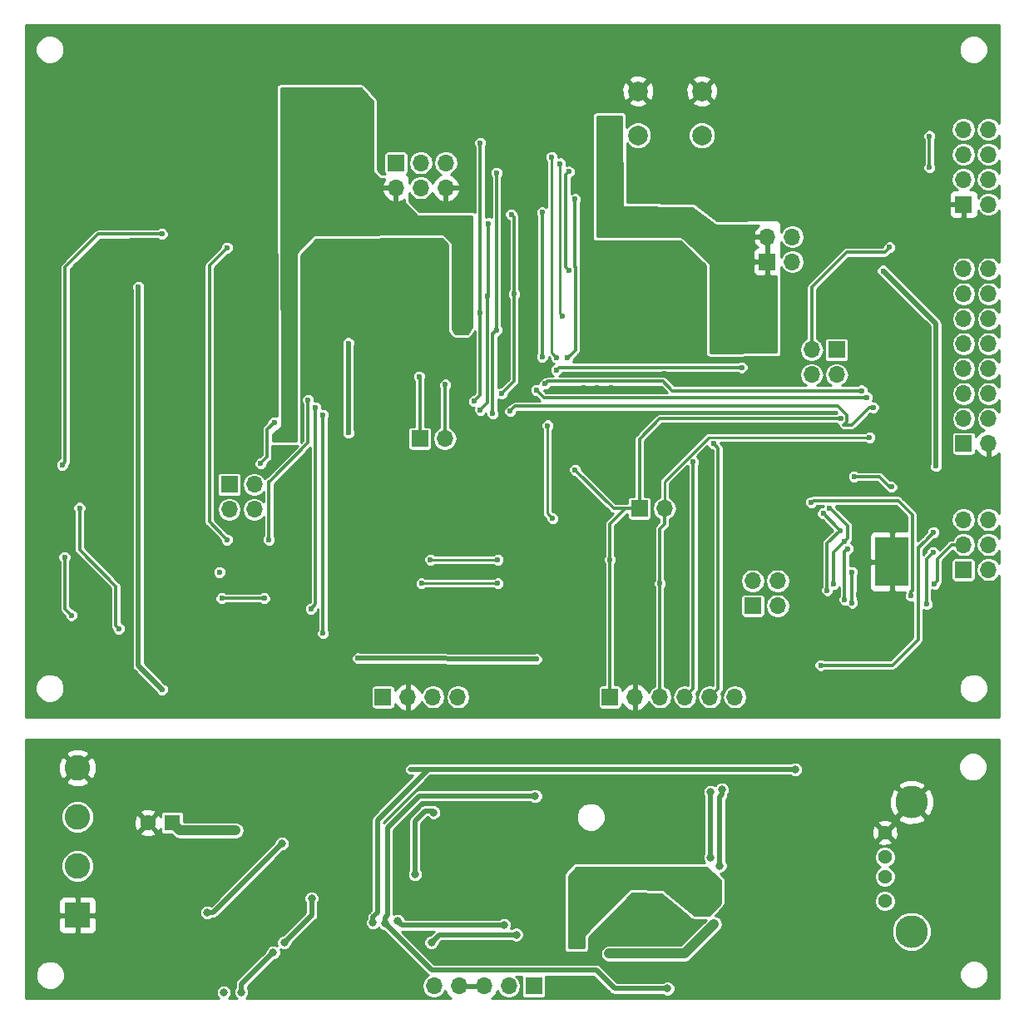
<source format=gbr>
G04 #@! TF.GenerationSoftware,KiCad,Pcbnew,(5.0.0)*
G04 #@! TF.CreationDate,2019-04-16T16:09:12+02:00*
G04 #@! TF.ProjectId,,00000000000000000000000000000000,rev?*
G04 #@! TF.SameCoordinates,Original*
G04 #@! TF.FileFunction,Copper,L2,Bot,Signal*
G04 #@! TF.FilePolarity,Positive*
%FSLAX46Y46*%
G04 Gerber Fmt 4.6, Leading zero omitted, Abs format (unit mm)*
G04 Created by KiCad (PCBNEW (5.0.0)) date 04/16/19 16:09:12*
%MOMM*%
%LPD*%
G01*
G04 APERTURE LIST*
G04 #@! TA.AperFunction,ComponentPad*
%ADD10O,1.700000X1.700000*%
G04 #@! TD*
G04 #@! TA.AperFunction,ComponentPad*
%ADD11R,1.700000X1.700000*%
G04 #@! TD*
G04 #@! TA.AperFunction,ComponentPad*
%ADD12C,2.000000*%
G04 #@! TD*
G04 #@! TA.AperFunction,Conductor*
%ADD13R,3.400000X5.000000*%
G04 #@! TD*
G04 #@! TA.AperFunction,ViaPad*
%ADD14C,0.750000*%
G04 #@! TD*
G04 #@! TA.AperFunction,ComponentPad*
%ADD15R,1.600000X1.600000*%
G04 #@! TD*
G04 #@! TA.AperFunction,ComponentPad*
%ADD16C,1.600000*%
G04 #@! TD*
G04 #@! TA.AperFunction,ComponentPad*
%ADD17R,2.600000X2.600000*%
G04 #@! TD*
G04 #@! TA.AperFunction,ComponentPad*
%ADD18C,2.600000*%
G04 #@! TD*
G04 #@! TA.AperFunction,ComponentPad*
%ADD19C,3.316000*%
G04 #@! TD*
G04 #@! TA.AperFunction,ComponentPad*
%ADD20C,1.428000*%
G04 #@! TD*
G04 #@! TA.AperFunction,ViaPad*
%ADD21C,0.800000*%
G04 #@! TD*
G04 #@! TA.AperFunction,ViaPad*
%ADD22C,0.600000*%
G04 #@! TD*
G04 #@! TA.AperFunction,Conductor*
%ADD23C,0.500000*%
G04 #@! TD*
G04 #@! TA.AperFunction,Conductor*
%ADD24C,0.300000*%
G04 #@! TD*
G04 #@! TA.AperFunction,Conductor*
%ADD25C,0.250000*%
G04 #@! TD*
G04 #@! TA.AperFunction,Conductor*
%ADD26C,1.000000*%
G04 #@! TD*
G04 #@! TA.AperFunction,Conductor*
%ADD27C,0.254000*%
G04 #@! TD*
G04 APERTURE END LIST*
D10*
G04 #@! TO.P,J6,4*
G04 #@! TO.N,/Camera/VDD_3V3_IN*
X98501200Y-42011600D03*
G04 #@! TO.P,J6,3*
G04 #@! TO.N,/Camera/VDD_3V3*
X95961200Y-42011600D03*
G04 #@! TO.P,J6,2*
G04 #@! TO.N,/Camera/VDD_3V3_IN*
X98501200Y-44551600D03*
D11*
G04 #@! TO.P,J6,1*
G04 #@! TO.N,/Camera/VDD_3V3*
X95961200Y-44551600D03*
G04 #@! TD*
G04 #@! TO.P,J13,1*
G04 #@! TO.N,/Motor/M_PWM_OUT_2*
X115925600Y-75895200D03*
D10*
G04 #@! TO.P,J13,2*
X118465600Y-75895200D03*
G04 #@! TO.P,J13,3*
G04 #@! TO.N,/Motor/M_PWM_OUT_1*
X115925600Y-73355200D03*
G04 #@! TO.P,J13,4*
X118465600Y-73355200D03*
G04 #@! TO.P,J13,5*
G04 #@! TO.N,/Microcontroller/SENSOR1*
X115925600Y-70815200D03*
G04 #@! TO.P,J13,6*
G04 #@! TO.N,/Microcontroller/SENSOR2*
X118465600Y-70815200D03*
G04 #@! TD*
D12*
G04 #@! TO.P,SW1,2*
G04 #@! TO.N,Net-(R7-Pad2)*
X82804000Y-31678000D03*
G04 #@! TO.P,SW1,1*
G04 #@! TO.N,GND*
X82804000Y-27178000D03*
G04 #@! TO.P,SW1,2*
G04 #@! TO.N,Net-(R7-Pad2)*
X89304000Y-31678000D03*
G04 #@! TO.P,SW1,1*
G04 #@! TO.N,GND*
X89304000Y-27178000D03*
G04 #@! TD*
D11*
G04 #@! TO.P,U4,1*
G04 #@! TO.N,GND*
X115925600Y-38709600D03*
D10*
G04 #@! TO.P,U4,2*
G04 #@! TO.N,Net-(D10-Pad1)*
X118465600Y-38709600D03*
G04 #@! TO.P,U4,3*
G04 #@! TO.N,N/C*
X115925600Y-36169600D03*
G04 #@! TO.P,U4,4*
G04 #@! TO.N,/Microcontroller/WIFI_EN*
X118465600Y-36169600D03*
G04 #@! TO.P,U4,5*
G04 #@! TO.N,N/C*
X115925600Y-33629600D03*
G04 #@! TO.P,U4,6*
G04 #@! TO.N,/Microcontroller/WIFI_RST*
X118465600Y-33629600D03*
G04 #@! TO.P,U4,7*
G04 #@! TO.N,/Microcontroller/UC_SPI_TX*
X115925600Y-31089600D03*
G04 #@! TO.P,U4,8*
G04 #@! TO.N,/Camera/VDD_3V3*
X118465600Y-31089600D03*
G04 #@! TD*
D13*
G04 #@! TO.N,GND*
G04 #@! TO.C,U11*
X108661200Y-75082400D03*
D14*
X109411200Y-76582400D03*
X107911200Y-76582400D03*
X109411200Y-75082400D03*
X107911200Y-75082400D03*
X109411200Y-73582400D03*
X107911200Y-73582400D03*
G04 #@! TD*
D11*
G04 #@! TO.P,J2,1*
G04 #@! TO.N,/Microcontroller/MISO*
X58166000Y-34493200D03*
D10*
G04 #@! TO.P,J2,2*
G04 #@! TO.N,/Camera/VDD_3V3*
X58166000Y-37033200D03*
G04 #@! TO.P,J2,3*
G04 #@! TO.N,/Microcontroller/SCK*
X60706000Y-34493200D03*
G04 #@! TO.P,J2,4*
G04 #@! TO.N,/Microcontroller/MOSI*
X60706000Y-37033200D03*
G04 #@! TO.P,J2,5*
G04 #@! TO.N,/Microcontroller/U2_SPI_RST*
X63246000Y-34493200D03*
G04 #@! TO.P,J2,6*
G04 #@! TO.N,GND*
X63246000Y-37033200D03*
G04 #@! TD*
D11*
G04 #@! TO.P,J3,1*
G04 #@! TO.N,/Camera/SCL_3V3*
X82956400Y-69646800D03*
D10*
G04 #@! TO.P,J3,2*
G04 #@! TO.N,/Camera/SDA_3V3*
X85496400Y-69646800D03*
G04 #@! TD*
G04 #@! TO.P,J5,2*
G04 #@! TO.N,/Microcontroller/UC_SPI_TX*
X63144400Y-62534800D03*
D11*
G04 #@! TO.P,J5,1*
G04 #@! TO.N,/Microcontroller/UC_SPI_RX*
X60604400Y-62534800D03*
G04 #@! TD*
D10*
G04 #@! TO.P,J7,4*
G04 #@! TO.N,/Camera/CAM_CLK*
X100482400Y-56032400D03*
G04 #@! TO.P,J7,3*
G04 #@! TO.N,Net-(J7-Pad1)*
X103022400Y-56032400D03*
G04 #@! TO.P,J7,2*
G04 #@! TO.N,Net-(J7-Pad2)*
X100482400Y-53492400D03*
D11*
G04 #@! TO.P,J7,1*
G04 #@! TO.N,Net-(J7-Pad1)*
X103022400Y-53492400D03*
G04 #@! TD*
D10*
G04 #@! TO.P,J8,6*
G04 #@! TO.N,/Camera/VDD_3V3*
X92649200Y-88849200D03*
G04 #@! TO.P,J8,5*
G04 #@! TO.N,/Microcontroller/QT_RST*
X90109200Y-88849200D03*
G04 #@! TO.P,J8,4*
G04 #@! TO.N,/Microcontroller/QT_CHN*
X87569200Y-88849200D03*
G04 #@! TO.P,J8,3*
G04 #@! TO.N,/Camera/SDA_3V3*
X85029200Y-88849200D03*
G04 #@! TO.P,J8,2*
G04 #@! TO.N,GND*
X82489200Y-88849200D03*
D11*
G04 #@! TO.P,J8,1*
G04 #@! TO.N,/Camera/SCL_3V3*
X79949200Y-88849200D03*
G04 #@! TD*
G04 #@! TO.P,J10,1*
G04 #@! TO.N,/Camera/VDD_3V3*
X41198800Y-67208400D03*
D10*
G04 #@! TO.P,J10,2*
G04 #@! TO.N,/Memory/VDD_3V3_IN*
X41198800Y-69748400D03*
G04 #@! TO.P,J10,3*
G04 #@! TO.N,/Camera/VDD_3V3*
X43738800Y-67208400D03*
G04 #@! TO.P,J10,4*
G04 #@! TO.N,/Memory/VDD_3V3_IN*
X43738800Y-69748400D03*
G04 #@! TD*
G04 #@! TO.P,J12,4*
G04 #@! TO.N,/Motor/VDD_3V3_CON_IN*
X97028000Y-77012800D03*
G04 #@! TO.P,J12,3*
G04 #@! TO.N,/Camera/VDD_3V3*
X94488000Y-77012800D03*
G04 #@! TO.P,J12,2*
G04 #@! TO.N,/Motor/VDD_3V3_CON_IN*
X97028000Y-79552800D03*
D11*
G04 #@! TO.P,J12,1*
G04 #@! TO.N,/Camera/VDD_3V3*
X94488000Y-79552800D03*
G04 #@! TD*
G04 #@! TO.P,U5,1*
G04 #@! TO.N,/Camera/VDD_3V3_IN*
X115949200Y-63042800D03*
D10*
G04 #@! TO.P,U5,2*
G04 #@! TO.N,GND*
X118489200Y-63042800D03*
G04 #@! TO.P,U5,3*
G04 #@! TO.N,/Camera/SCL_3V3*
X115949200Y-60502800D03*
G04 #@! TO.P,U5,4*
G04 #@! TO.N,/Camera/SDA_3V3*
X118489200Y-60502800D03*
G04 #@! TO.P,U5,5*
G04 #@! TO.N,/Camera/CAM_VSYNC*
X115949200Y-57962800D03*
G04 #@! TO.P,U5,6*
G04 #@! TO.N,/Camera/CAM_HSYNC*
X118489200Y-57962800D03*
G04 #@! TO.P,U5,7*
G04 #@! TO.N,/Camera/CAM_PCLK*
X115949200Y-55422800D03*
G04 #@! TO.P,U5,8*
G04 #@! TO.N,Net-(J7-Pad1)*
X118489200Y-55422800D03*
G04 #@! TO.P,U5,9*
G04 #@! TO.N,/Camera/CAM_D7*
X115949200Y-52882800D03*
G04 #@! TO.P,U5,10*
G04 #@! TO.N,/Camera/CAM_D6*
X118489200Y-52882800D03*
G04 #@! TO.P,U5,11*
G04 #@! TO.N,/Camera/CAM_D5*
X115949200Y-50342800D03*
G04 #@! TO.P,U5,12*
G04 #@! TO.N,/Camera/CAM_D4*
X118489200Y-50342800D03*
G04 #@! TO.P,U5,13*
G04 #@! TO.N,/Camera/CAM_D3*
X115949200Y-47802800D03*
G04 #@! TO.P,U5,14*
G04 #@! TO.N,/Camera/CAM_D2*
X118489200Y-47802800D03*
G04 #@! TO.P,U5,15*
G04 #@! TO.N,/Camera/CAM_D1*
X115949200Y-45262800D03*
G04 #@! TO.P,U5,16*
G04 #@! TO.N,/Camera/CAM_D0*
X118489200Y-45262800D03*
G04 #@! TD*
D11*
G04 #@! TO.P,U8,1*
G04 #@! TO.N,/Display/VDD_5V0*
X56845200Y-88849200D03*
D10*
G04 #@! TO.P,U8,2*
G04 #@! TO.N,GND*
X59385200Y-88849200D03*
G04 #@! TO.P,U8,3*
G04 #@! TO.N,/Display/SDA_5V0*
X61925200Y-88849200D03*
G04 #@! TO.P,U8,4*
G04 #@! TO.N,/Display/SCL_5V0*
X64465200Y-88849200D03*
G04 #@! TD*
D15*
G04 #@! TO.P,C3,1*
G04 #@! TO.N,/Buck_5V0/BUCK_IN*
X35407600Y-101650800D03*
D16*
G04 #@! TO.P,C3,2*
G04 #@! TO.N,GND*
X32907600Y-101650800D03*
G04 #@! TD*
D17*
G04 #@! TO.P,J1,1*
G04 #@! TO.N,GND*
X25755600Y-111048800D03*
D18*
G04 #@! TO.P,J1,2*
G04 #@! TO.N,Net-(D4-Pad2)*
X25755600Y-106048800D03*
G04 #@! TO.P,J1,3*
G04 #@! TO.N,Net-(D3-Pad2)*
X25755600Y-101048800D03*
G04 #@! TO.P,J1,4*
G04 #@! TO.N,GND*
X25755600Y-96048800D03*
G04 #@! TD*
D10*
G04 #@! TO.P,J2,5*
G04 #@! TO.N,/BatteryCharger/temp*
X62026800Y-118262400D03*
G04 #@! TO.P,J2,4*
G04 #@! TO.N,GND*
X64566800Y-118262400D03*
G04 #@! TO.P,J2,3*
X67106800Y-118262400D03*
G04 #@! TO.P,J2,2*
G04 #@! TO.N,/BOOST_5V0/BOOST_IN*
X69646800Y-118262400D03*
D11*
G04 #@! TO.P,J2,1*
X72186800Y-118262400D03*
G04 #@! TD*
D19*
G04 #@! TO.P,J3,SHELL*
G04 #@! TO.N,N/C*
X110642400Y-112703900D03*
G04 #@! TO.P,J3,SHELL1*
G04 #@! TO.N,GND*
X110642400Y-99563900D03*
D20*
G04 #@! TO.P,J3,3*
G04 #@! TO.N,N/C*
X107932400Y-105133900D03*
G04 #@! TO.P,J3,2*
X107932400Y-107133900D03*
G04 #@! TO.P,J3,4*
G04 #@! TO.N,GND*
X107932400Y-102633900D03*
G04 #@! TO.P,J3,1*
G04 #@! TO.N,Net-(C12-Pad1)*
X107932400Y-109633900D03*
G04 #@! TD*
D21*
G04 #@! TO.N,*
X40640000Y-118922800D03*
D22*
G04 #@! TO.N,GND*
X39192200Y-83007200D03*
X34239200Y-69418200D03*
X34239200Y-70434200D03*
X42580560Y-75389740D03*
X34239200Y-71577200D03*
X40970200Y-75387200D03*
X55575200Y-43383200D03*
X57226200Y-43383200D03*
X58877200Y-43383200D03*
X49352200Y-43510200D03*
X50622200Y-43510200D03*
X42748200Y-43510200D03*
X39446200Y-43510200D03*
X21793200Y-30556200D03*
X21793200Y-28143200D03*
X21793200Y-32715200D03*
X72339200Y-53162200D03*
X77276960Y-57391300D03*
X78686660Y-57398920D03*
X80088740Y-57398920D03*
X80340200Y-53924200D03*
X80340200Y-52781200D03*
X80340200Y-51511200D03*
X77419200Y-50114200D03*
X78689200Y-50114200D03*
X72339200Y-52019200D03*
X72339200Y-50876200D03*
X68910200Y-53797200D03*
X88884760Y-56034940D03*
X85549740Y-55946040D03*
X90093800Y-56060340D03*
X86438740Y-56007000D03*
X41960800Y-51054000D03*
X43027600Y-51054000D03*
X44246800Y-51054000D03*
X45212000Y-51104800D03*
X42773600Y-62128400D03*
X42773600Y-63042800D03*
X42773600Y-64058800D03*
X43535600Y-40081200D03*
X43535600Y-38760400D03*
X43535600Y-37338000D03*
X42367200Y-40081200D03*
X41046400Y-40132000D03*
X39827200Y-40132000D03*
X72694800Y-65582800D03*
X74371200Y-65582800D03*
X75387200Y-65582800D03*
X71729600Y-63347600D03*
X71729600Y-62382400D03*
X71729600Y-61264800D03*
X70662800Y-61214000D03*
X69545200Y-61214000D03*
X110540800Y-81584800D03*
X110540800Y-80568800D03*
X110540800Y-79451200D03*
X99720400Y-77419200D03*
X99669600Y-76504800D03*
X99618800Y-75539600D03*
X104038400Y-80518000D03*
X104902000Y-80518000D03*
X105968800Y-80518000D03*
X105257600Y-78435200D03*
X106121200Y-78435200D03*
X39166800Y-84124800D03*
X39166800Y-85394800D03*
X40436800Y-85445600D03*
X41757600Y-85496400D03*
X84035900Y-37109400D03*
X85509100Y-37109400D03*
X87033100Y-37109400D03*
X49326800Y-44399200D03*
X23329900Y-76479400D03*
X23329900Y-75577700D03*
X89319100Y-53390800D03*
X89319100Y-52438300D03*
D21*
X49326800Y-114249200D03*
X49834800Y-113080800D03*
X46888400Y-106984800D03*
X46888400Y-108102400D03*
X46939200Y-109270800D03*
X45466000Y-98196400D03*
X46634400Y-98196400D03*
X47853600Y-98196400D03*
X49123600Y-98196400D03*
X50393600Y-98145600D03*
X41503600Y-112115600D03*
X41554400Y-110998000D03*
X44043600Y-118872000D03*
X45669200Y-118922800D03*
X47294800Y-118922800D03*
X38912800Y-118922800D03*
X58978800Y-117348000D03*
X58978800Y-118567200D03*
X88290400Y-115874800D03*
X89458800Y-115874800D03*
X70713600Y-115570000D03*
X72390000Y-115570000D03*
X74117200Y-115519200D03*
X75793600Y-115519200D03*
X81737200Y-110134400D03*
X81686400Y-111709200D03*
X65887600Y-105410000D03*
X65887600Y-106680000D03*
X65887600Y-107950000D03*
X66141600Y-114350800D03*
X67259200Y-114350800D03*
X66192400Y-115570000D03*
X64973200Y-115570000D03*
X63804800Y-115570000D03*
X54152800Y-103936800D03*
X54152800Y-102565200D03*
X54203600Y-101142800D03*
X54457600Y-111760000D03*
X60096400Y-108508800D03*
D22*
G04 #@! TO.N,/Display/VDD_5V0*
X54305200Y-84912200D03*
X34366200Y-88087200D03*
X72440800Y-84988400D03*
X31953200Y-47117000D03*
G04 #@! TO.N,/Camera/VDD_3V3*
X91706700Y-53289200D03*
X90551000Y-53276500D03*
X79832200Y-41325800D03*
X80657700Y-41325800D03*
X79857600Y-30467300D03*
X80683100Y-30467300D03*
X79057500Y-30480000D03*
X78968600Y-41313100D03*
X46837600Y-62306200D03*
X47650400Y-62318900D03*
X45923200Y-62306200D03*
X47929800Y-27914600D03*
X49301400Y-27914600D03*
X50711100Y-27914600D03*
X52146200Y-27901900D03*
X53759100Y-27901900D03*
X65620900Y-50647600D03*
X64173100Y-50660300D03*
X64846200Y-51485800D03*
X47637700Y-61633100D03*
X46837600Y-61633100D03*
G04 #@! TO.N,/Microcontroller/CS*
X40970200Y-43129200D03*
X40970200Y-72847200D03*
G04 #@! TO.N,/Camera/VDD_3V3_IN*
X107746800Y-45466000D03*
X113131600Y-65328800D03*
G04 #@! TO.N,/Memory/_SD_DET*
X24206200Y-65227200D03*
X34340800Y-41706800D03*
X29972000Y-81889600D03*
X25958800Y-69596000D03*
G04 #@! TO.N,/Camera/SCL_3V3*
X61671200Y-74879200D03*
X68529200Y-74879200D03*
X79959200Y-74879200D03*
X103428800Y-60502800D03*
X76403200Y-65735200D03*
G04 #@! TO.N,/Camera/SDA_3V3*
X60782200Y-77292200D03*
X68529200Y-77292200D03*
X85039200Y-77292200D03*
X106375200Y-62433200D03*
G04 #@! TO.N,/Microcontroller/MISO*
X67513200Y-48082200D03*
X50749200Y-60147200D03*
X66751200Y-59639200D03*
X50749200Y-82346800D03*
X67564000Y-40640000D03*
G04 #@! TO.N,/Memory/SD_DATA_OUT*
X25146000Y-80518000D03*
X24434800Y-74625200D03*
G04 #@! TO.N,/Memory/SD_DATA_IN*
X44754800Y-78790800D03*
X40436800Y-78790800D03*
G04 #@! TO.N,/Camera/CAM_CLK*
X74498200Y-55575200D03*
X93364600Y-55295800D03*
G04 #@! TO.N,/Microcontroller/QT_CHN*
X88419199Y-64924199D03*
G04 #@! TO.N,/Microcontroller/QT_RST*
X90500200Y-63068200D03*
G04 #@! TO.N,/Microcontroller/SENSOR2*
X104800400Y-66407400D03*
X108605097Y-67464810D03*
G04 #@! TO.N,Net-(Q3-Pad1)*
X101396800Y-85608400D03*
X112877600Y-72085200D03*
G04 #@! TO.N,/Microcontroller/WIFI_RST*
X75133200Y-50114200D03*
X74879200Y-34544000D03*
G04 #@! TO.N,/Camera/CAM_XCLK_CTL*
X76403200Y-38176200D03*
X75638660Y-54338220D03*
G04 #@! TO.N,/Camera/CAM_VSYNC*
X69799200Y-59766200D03*
X106730800Y-59385200D03*
G04 #@! TO.N,/Camera/CAM_HSYNC*
X72466200Y-57607200D03*
X106121200Y-58369200D03*
G04 #@! TO.N,/Camera/CAM_PCLK*
X73355200Y-56972200D03*
X105562400Y-57658000D03*
G04 #@! TO.N,/Microcontroller/WIFI_EN*
X75768200Y-35382200D03*
X75768200Y-45415200D03*
X112471200Y-34950400D03*
X112471200Y-31750000D03*
G04 #@! TO.N,/Microcontroller/SCK*
X66751200Y-49733200D03*
X49987200Y-59385200D03*
X66116200Y-58750200D03*
X66751200Y-32461200D03*
X49530000Y-79857600D03*
G04 #@! TO.N,/Microcontroller/MOSI*
X70180200Y-47828200D03*
X49225200Y-58623200D03*
X68910200Y-57988200D03*
X69900800Y-39725600D03*
X45242000Y-72826400D03*
G04 #@! TO.N,/Memory/VDD_3V3_IN*
X40206399Y-76147399D03*
G04 #@! TO.N,/Microcontroller/U2_SPI_RST*
X68402200Y-51511200D03*
X44399200Y-65074800D03*
X45770800Y-60909200D03*
X68021200Y-60020200D03*
X68402200Y-35509200D03*
D21*
G04 #@! TO.N,Net-(C10-Pad1)*
X91338400Y-98231628D03*
X91135200Y-106006000D03*
D22*
G04 #@! TO.N,Net-(C27-Pad1)*
X104140000Y-73761600D03*
X103835200Y-78943200D03*
G04 #@! TO.N,Net-(C28-Pad2)*
X104597200Y-79248000D03*
X104597200Y-76149200D03*
G04 #@! TO.N,/Microcontroller/UC_SPI_TX*
X63195200Y-57048400D03*
X74498200Y-54305200D03*
X74015600Y-33883600D03*
G04 #@! TO.N,Net-(D2-Pad1)*
X53340000Y-61931200D03*
X53340000Y-52832000D03*
G04 #@! TO.N,/Microcontroller/UC_SPI_RX*
X60528200Y-56235600D03*
X73050400Y-54203600D03*
X73050400Y-39522400D03*
G04 #@! TO.N,/Motor/M_PWM_OUT_1*
X112979200Y-77317600D03*
G04 #@! TO.N,Net-(R33-Pad1)*
X112826800Y-74117200D03*
X112166400Y-79400400D03*
G04 #@! TO.N,/Microcontroller/M_NSLEEP*
X74117200Y-70688200D03*
X73609200Y-61214000D03*
X110591600Y-78536800D03*
X100431600Y-69037200D03*
G04 #@! TO.N,/Microcontroller/M_PWM_IN_1*
X103378000Y-71882000D03*
X101650800Y-70154800D03*
X102057200Y-77978000D03*
G04 #@! TO.N,/Microcontroller/M_PWM_IN_2*
X103835200Y-72999600D03*
X102311200Y-69646800D03*
X102717600Y-77317600D03*
G04 #@! TO.N,Net-(J7-Pad2)*
X108407200Y-43078400D03*
D21*
G04 #@! TO.N,/Buck_5V0/BUCK_IN*
X41833800Y-102438200D03*
G04 #@! TO.N,/BatteryCharger/VCC*
X70408800Y-113030000D03*
X61772800Y-113842800D03*
X60096400Y-106896800D03*
X61976000Y-100584000D03*
G04 #@! TO.N,/BOOST_5V0/BOOST_OUT*
X90068400Y-107594400D03*
X90017600Y-108661200D03*
X88798400Y-108661200D03*
X88849200Y-106578400D03*
X76504800Y-112369600D03*
X90068400Y-107594400D03*
X76454000Y-113487200D03*
G04 #@! TO.N,Net-(C10-Pad2)*
X90170000Y-98501200D03*
X90170000Y-105156000D03*
X90170000Y-105156000D03*
G04 #@! TO.N,/_EN_BAT*
X55829200Y-111810800D03*
X98806000Y-96215200D03*
G04 #@! TO.N,/EN_BAT*
X57048400Y-111861600D03*
X72339200Y-98907600D03*
X85801200Y-118516400D03*
G04 #@! TO.N,Net-(R6-Pad2)*
X46786800Y-113842800D03*
X49580800Y-109321600D03*
G04 #@! TO.N,/Buck_5V0/EN*
X38963600Y-110770800D03*
X38963600Y-110770800D03*
X46583600Y-103733600D03*
G04 #@! TO.N,/LOGIC_SUPPLY*
X45669200Y-114858800D03*
X42442000Y-118872000D03*
G04 #@! TO.N,/BOOST_5V0/BOOST_IN*
X58318400Y-111607600D03*
X69189600Y-112064800D03*
X79857600Y-114960400D03*
X90525600Y-111963200D03*
G04 #@! TD*
D23*
G04 #@! TO.N,/Display/VDD_5V0*
X31953200Y-85674200D02*
X34366200Y-88087200D01*
X31953200Y-48887464D02*
X31953200Y-85674200D01*
X54305200Y-84912200D02*
X72440800Y-84988400D01*
X31953200Y-48887464D02*
X31953200Y-47117000D01*
D24*
G04 #@! TO.N,/Microcontroller/CS*
X40670201Y-72547201D02*
X40670201Y-72521801D01*
X40970200Y-72847200D02*
X40670201Y-72547201D01*
X40670201Y-72521801D02*
X39166800Y-71018400D01*
X39166800Y-44932600D02*
X40970200Y-43129200D01*
X39166800Y-71018400D02*
X39166800Y-44932600D01*
D23*
G04 #@! TO.N,/Camera/VDD_3V3_IN*
X107746800Y-45466000D02*
X113131600Y-50850800D01*
X113131600Y-50850800D02*
X113131600Y-65328800D01*
D24*
G04 #@! TO.N,/Memory/_SD_DET*
X24506199Y-64927201D02*
X24206200Y-65227200D01*
X34340800Y-41706800D02*
X27889200Y-41732200D01*
X27889200Y-41732200D02*
X24506199Y-45115201D01*
X24506199Y-45115201D02*
X24506199Y-64927201D01*
X29672001Y-81589601D02*
X29672001Y-77576401D01*
X29972000Y-81889600D02*
X29672001Y-81589601D01*
X29672001Y-77576401D02*
X25958800Y-73863200D01*
X25958800Y-73863200D02*
X25958800Y-69596000D01*
G04 #@! TO.N,/Camera/SCL_3V3*
X82956400Y-69646800D02*
X81508600Y-69646800D01*
X79949200Y-71206200D02*
X79949200Y-88849200D01*
X81508600Y-69646800D02*
X79949200Y-71206200D01*
D25*
X61671200Y-74879200D02*
X68529200Y-74879200D01*
D24*
X103428800Y-60502800D02*
X85039200Y-60502800D01*
X82956400Y-62585600D02*
X82956400Y-69646800D01*
X85039200Y-60502800D02*
X82956400Y-62585600D01*
X80314800Y-69646800D02*
X82956400Y-69646800D01*
X76403200Y-65735200D02*
X80314800Y-69646800D01*
G04 #@! TO.N,/Camera/SDA_3V3*
X85496400Y-69646800D02*
X85496400Y-71247000D01*
X85029200Y-71714200D02*
X85029200Y-88849200D01*
X85496400Y-71247000D02*
X85029200Y-71714200D01*
D25*
X60782200Y-77292200D02*
X68529200Y-77292200D01*
X85496400Y-66921996D02*
X89985196Y-62433200D01*
X85496400Y-69646800D02*
X85496400Y-66921996D01*
X89985196Y-62433200D02*
X106375200Y-62433200D01*
D24*
G04 #@! TO.N,/Microcontroller/MISO*
X50749200Y-63195200D02*
X50749200Y-60147200D01*
X67513200Y-58877200D02*
X67513200Y-48082200D01*
X66751200Y-59639200D02*
X67513200Y-58877200D01*
X50749200Y-63195200D02*
X50749200Y-82346800D01*
X67564000Y-48031400D02*
X67513200Y-48082200D01*
X67564000Y-40640000D02*
X67564000Y-48031400D01*
G04 #@! TO.N,/Memory/SD_DATA_OUT*
X25146000Y-80518000D02*
X24485600Y-79857600D01*
X24485600Y-79857600D02*
X24485600Y-74676000D01*
X24485600Y-74676000D02*
X24434800Y-74625200D01*
G04 #@! TO.N,/Memory/SD_DATA_IN*
X44754800Y-78790800D02*
X40436800Y-78790800D01*
D25*
G04 #@! TO.N,/Camera/CAM_CLK*
X74625200Y-55448200D02*
X74498200Y-55575200D01*
D24*
X93364600Y-55295800D02*
X74777600Y-55295800D01*
X74777600Y-55295800D02*
X74498200Y-55575200D01*
G04 #@! TO.N,/Microcontroller/QT_CHN*
X88419199Y-87999201D02*
X88419199Y-64924199D01*
X87569200Y-88849200D02*
X88419199Y-87999201D01*
G04 #@! TO.N,/Microcontroller/QT_RST*
X90959199Y-87999201D02*
X90959199Y-63527199D01*
X90109200Y-88849200D02*
X90959199Y-87999201D01*
X90959199Y-63527199D02*
X90500200Y-63068200D01*
G04 #@! TO.N,/Microcontroller/SENSOR2*
X104800400Y-66407400D02*
X107352200Y-66407400D01*
X108409610Y-67464810D02*
X108605097Y-67464810D01*
X107352200Y-66407400D02*
X108409610Y-67464810D01*
G04 #@! TO.N,Net-(Q3-Pad1)*
X111302800Y-73660000D02*
X112064800Y-72898000D01*
X111302800Y-83007200D02*
X111302800Y-73660000D01*
X108701600Y-85608400D02*
X111302800Y-83007200D01*
X101396800Y-85608400D02*
X108701600Y-85608400D01*
X111353600Y-73609200D02*
X112064800Y-72898000D01*
X112064800Y-72898000D02*
X112877600Y-72085200D01*
D25*
G04 #@! TO.N,/Microcontroller/WIFI_RST*
X74879200Y-49860200D02*
X75133200Y-50114200D01*
X74879200Y-34544000D02*
X74879200Y-49860200D01*
D24*
G04 #@! TO.N,/Camera/CAM_XCLK_CTL*
X76403200Y-38176200D02*
X76403200Y-45088198D01*
X76403200Y-45088198D02*
X76418201Y-45103199D01*
X75938659Y-54037982D02*
X76418201Y-53558440D01*
X75938659Y-54038221D02*
X75938659Y-54037982D01*
X75638660Y-54338220D02*
X75938659Y-54038221D01*
X76418201Y-45103199D02*
X76418201Y-53558440D01*
G04 #@! TO.N,/Camera/CAM_VSYNC*
X103740801Y-61152801D02*
X104078801Y-60814801D01*
X104538935Y-61152801D02*
X103740801Y-61152801D01*
X103146202Y-59258200D02*
X70307200Y-59258200D01*
X106306536Y-59385200D02*
X104538935Y-61152801D01*
X104078801Y-60190799D02*
X103146202Y-59258200D01*
X104078801Y-60814801D02*
X104078801Y-60190799D01*
X106730800Y-59385200D02*
X106306536Y-59385200D01*
X69799200Y-59766200D02*
X70307200Y-59258200D01*
G04 #@! TO.N,/Camera/CAM_HSYNC*
X73228200Y-58369200D02*
X72466200Y-57607200D01*
X106121200Y-58369200D02*
X73228200Y-58369200D01*
D25*
G04 #@! TO.N,/Camera/CAM_PCLK*
X73609200Y-56718200D02*
X73355200Y-56972200D01*
D24*
X73609200Y-56718200D02*
X85369400Y-56718200D01*
X86312671Y-57661471D02*
X105608155Y-57661471D01*
X85369400Y-56718200D02*
X86312671Y-57661471D01*
G04 #@! TO.N,/Microcontroller/WIFI_EN*
X75468201Y-35682199D02*
X75468201Y-45115201D01*
X75768200Y-35382200D02*
X75468201Y-35682199D01*
X75468201Y-45115201D02*
X75768200Y-45415200D01*
X112471200Y-31750000D02*
X112471200Y-34950400D01*
G04 #@! TO.N,/Microcontroller/SCK*
X49987200Y-63068200D02*
X49987200Y-59385200D01*
X66751200Y-58115200D02*
X66751200Y-49733200D01*
X66116200Y-58750200D02*
X66751200Y-58115200D01*
X66751200Y-40632464D02*
X66751200Y-49733200D01*
X66751200Y-40632464D02*
X66751200Y-32461200D01*
X49987200Y-63068200D02*
X49987200Y-63093600D01*
X49987200Y-63068200D02*
X49987200Y-79400400D01*
X49987200Y-79400400D02*
X49530000Y-79857600D01*
G04 #@! TO.N,/Microcontroller/MOSI*
X70180200Y-56718200D02*
X70180200Y-47828200D01*
X68910200Y-57988200D02*
X70180200Y-56718200D01*
X49225200Y-62941200D02*
X49225200Y-58623200D01*
X70180200Y-47828200D02*
X70180200Y-40005000D01*
X70180200Y-40005000D02*
X69900800Y-39725600D01*
X49225200Y-62941200D02*
X45364400Y-66802000D01*
X45242000Y-66924400D02*
X45364400Y-66802000D01*
X45242000Y-72826400D02*
X45242000Y-66924400D01*
G04 #@! TO.N,/Microcontroller/U2_SPI_RST*
X68402200Y-35509200D02*
X68402200Y-51511200D01*
X68021200Y-60020200D02*
X68021200Y-51892200D01*
X68021200Y-51892200D02*
X68402200Y-51511200D01*
X45059600Y-64414400D02*
X45059600Y-61620400D01*
X45059600Y-61620400D02*
X45770800Y-60909200D01*
X44399200Y-65074800D02*
X45059600Y-64414400D01*
D23*
G04 #@! TO.N,Net-(C10-Pad1)*
X91338400Y-98797313D02*
X91135200Y-99000513D01*
X91338400Y-98231628D02*
X91338400Y-98797313D01*
X91135200Y-99000513D02*
X91135200Y-106006000D01*
D24*
G04 #@! TO.N,Net-(C27-Pad1)*
X103835200Y-74066400D02*
X104140000Y-73761600D01*
X103835200Y-78943200D02*
X103835200Y-74066400D01*
G04 #@! TO.N,Net-(C28-Pad2)*
X104597200Y-76098400D02*
X104597200Y-79248000D01*
X104597200Y-76149200D02*
X104597200Y-76098400D01*
G04 #@! TO.N,/Microcontroller/UC_SPI_TX*
X63144400Y-57099200D02*
X63195200Y-57048400D01*
X63144400Y-62534800D02*
X63144400Y-57099200D01*
D25*
X73990200Y-53797200D02*
X74498200Y-54305200D01*
X74015600Y-33883600D02*
X73990200Y-53797200D01*
D23*
G04 #@! TO.N,Net-(D2-Pad1)*
X53340000Y-61931200D02*
X53340000Y-52832000D01*
D24*
G04 #@! TO.N,/Microcontroller/UC_SPI_RX*
X60604400Y-56311800D02*
X60528200Y-56235600D01*
X60604400Y-62534800D02*
X60604400Y-56311800D01*
X73050400Y-54203600D02*
X73050400Y-39522400D01*
G04 #@! TO.N,/Motor/M_PWM_OUT_1*
X114706400Y-73355200D02*
X115925600Y-73355200D01*
X113279199Y-74782401D02*
X114706400Y-73355200D01*
X112979200Y-77317600D02*
X113279199Y-77017601D01*
X113279199Y-77017601D02*
X113279199Y-74782401D01*
G04 #@! TO.N,Net-(R33-Pad1)*
X112826800Y-74117200D02*
X112166400Y-74777600D01*
X112166400Y-74777600D02*
X112166400Y-79400400D01*
D25*
G04 #@! TO.N,/Microcontroller/M_NSLEEP*
X73609200Y-70180200D02*
X74117200Y-70688200D01*
X73609200Y-61214000D02*
X73609200Y-70180200D01*
D24*
X110711201Y-77992935D02*
X110711201Y-70274401D01*
X110591600Y-78536800D02*
X110591600Y-78112536D01*
X110591600Y-78112536D02*
X110711201Y-77992935D01*
X110711201Y-70274401D02*
X109270800Y-68834000D01*
X109270800Y-68834000D02*
X100634800Y-68834000D01*
X100634800Y-68834000D02*
X100431600Y-69037200D01*
G04 #@! TO.N,/Microcontroller/M_PWM_IN_1*
X103378000Y-71882000D02*
X103078001Y-71582001D01*
X103078001Y-71582001D02*
X101650800Y-70154800D01*
X102057200Y-73202800D02*
X103378000Y-71882000D01*
X102057200Y-77978000D02*
X102057200Y-73202800D01*
G04 #@! TO.N,/Microcontroller/M_PWM_IN_2*
X103835200Y-72999600D02*
X104135199Y-72699601D01*
X104135199Y-72699601D02*
X104135199Y-71419999D01*
X104135199Y-71419999D02*
X102362000Y-69646800D01*
X102362000Y-69646800D02*
X102311200Y-69646800D01*
X102717600Y-74117200D02*
X103835200Y-72999600D01*
X102717600Y-77317600D02*
X102717600Y-74117200D01*
G04 #@! TO.N,Net-(J7-Pad2)*
X100482400Y-53492400D02*
X100482400Y-47142400D01*
X100482400Y-47142400D02*
X104038400Y-43586400D01*
X104038400Y-43586400D02*
X107950000Y-43586400D01*
X107950000Y-43586400D02*
X108407200Y-43129200D01*
X108407200Y-43129200D02*
X108407200Y-43078400D01*
D26*
G04 #@! TO.N,/Buck_5V0/BUCK_IN*
X36195000Y-102438200D02*
X35407600Y-101650800D01*
X41833800Y-102438200D02*
X36195000Y-102438200D01*
D23*
G04 #@! TO.N,/BatteryCharger/VCC*
X70408800Y-113030000D02*
X62585600Y-113030000D01*
X62585600Y-113030000D02*
X61772800Y-113842800D01*
X60096400Y-106896800D02*
X60096400Y-106331115D01*
X60096400Y-106331115D02*
X60096400Y-101447600D01*
X60096400Y-101447600D02*
X61112400Y-100431600D01*
X61112400Y-100431600D02*
X61823600Y-100431600D01*
X61823600Y-100431600D02*
X61976000Y-100584000D01*
G04 #@! TO.N,Net-(C10-Pad2)*
X90170000Y-98501200D02*
X90170000Y-105156000D01*
G04 #@! TO.N,/_EN_BAT*
X55829200Y-111245115D02*
X56286400Y-110787915D01*
X55829200Y-111810800D02*
X55829200Y-111245115D01*
X56286400Y-110787915D02*
X56286400Y-104267638D01*
X56286400Y-104267638D02*
X56286400Y-101346000D01*
X56286400Y-101346000D02*
X61366400Y-96266000D01*
X59639200Y-96215200D02*
X98806000Y-96215200D01*
G04 #@! TO.N,/EN_BAT*
X57048400Y-111295915D02*
X57302400Y-111041915D01*
X57048400Y-111861600D02*
X57048400Y-111295915D01*
X57302400Y-111041915D02*
X57302400Y-102158800D01*
X57302400Y-102158800D02*
X60553600Y-98907600D01*
X60553600Y-98907600D02*
X72339200Y-98907600D01*
X57048400Y-111861600D02*
X61823600Y-116636800D01*
X61823600Y-116636800D02*
X78536800Y-116636800D01*
X78536800Y-116636800D02*
X80416400Y-118516400D01*
X80416400Y-118516400D02*
X85801200Y-118516400D01*
G04 #@! TO.N,Net-(R6-Pad2)*
X46786800Y-113842800D02*
X49580800Y-111048800D01*
X49580800Y-111048800D02*
X49580800Y-109321600D01*
G04 #@! TO.N,/Buck_5V0/EN*
X38963600Y-110770800D02*
X39546400Y-110770800D01*
X39546400Y-110770800D02*
X46583600Y-103733600D01*
G04 #@! TO.N,/LOGIC_SUPPLY*
X42442000Y-118086000D02*
X45669200Y-114858800D01*
X42442000Y-118872000D02*
X42442000Y-118086000D01*
G04 #@! TO.N,/BOOST_5V0/BOOST_IN*
X58318400Y-111607600D02*
X58775600Y-112064800D01*
X68623915Y-112064800D02*
X69189600Y-112064800D01*
X58775600Y-112064800D02*
X68623915Y-112064800D01*
D26*
X79857600Y-114960400D02*
X87528400Y-114960400D01*
X87528400Y-114960400D02*
X90525600Y-111963200D01*
G04 #@! TD*
D27*
G04 #@! TO.N,GND*
G36*
X119519000Y-30450385D02*
X119353101Y-30202099D01*
X118945912Y-29930024D01*
X118586839Y-29858600D01*
X118344361Y-29858600D01*
X117985288Y-29930024D01*
X117578099Y-30202099D01*
X117306024Y-30609288D01*
X117210484Y-31089600D01*
X117306024Y-31569912D01*
X117578099Y-31977101D01*
X117985288Y-32249176D01*
X118344361Y-32320600D01*
X118586839Y-32320600D01*
X118945912Y-32249176D01*
X119353101Y-31977101D01*
X119519000Y-31728815D01*
X119519000Y-32990385D01*
X119353101Y-32742099D01*
X118945912Y-32470024D01*
X118586839Y-32398600D01*
X118344361Y-32398600D01*
X117985288Y-32470024D01*
X117578099Y-32742099D01*
X117306024Y-33149288D01*
X117210484Y-33629600D01*
X117306024Y-34109912D01*
X117578099Y-34517101D01*
X117985288Y-34789176D01*
X118344361Y-34860600D01*
X118586839Y-34860600D01*
X118945912Y-34789176D01*
X119353101Y-34517101D01*
X119519000Y-34268815D01*
X119519000Y-35530385D01*
X119353101Y-35282099D01*
X118945912Y-35010024D01*
X118586839Y-34938600D01*
X118344361Y-34938600D01*
X117985288Y-35010024D01*
X117578099Y-35282099D01*
X117306024Y-35689288D01*
X117210484Y-36169600D01*
X117306024Y-36649912D01*
X117578099Y-37057101D01*
X117985288Y-37329176D01*
X118344361Y-37400600D01*
X118586839Y-37400600D01*
X118945912Y-37329176D01*
X119353101Y-37057101D01*
X119519000Y-36808815D01*
X119519000Y-38070385D01*
X119353101Y-37822099D01*
X118945912Y-37550024D01*
X118586839Y-37478600D01*
X118344361Y-37478600D01*
X117985288Y-37550024D01*
X117578099Y-37822099D01*
X117410600Y-38072779D01*
X117410600Y-37733290D01*
X117313927Y-37499901D01*
X117135298Y-37321273D01*
X116901909Y-37224600D01*
X116562421Y-37224600D01*
X116813101Y-37057101D01*
X117085176Y-36649912D01*
X117180716Y-36169600D01*
X117085176Y-35689288D01*
X116813101Y-35282099D01*
X116405912Y-35010024D01*
X116046839Y-34938600D01*
X115804361Y-34938600D01*
X115445288Y-35010024D01*
X115038099Y-35282099D01*
X114766024Y-35689288D01*
X114670484Y-36169600D01*
X114766024Y-36649912D01*
X115038099Y-37057101D01*
X115288779Y-37224600D01*
X114949291Y-37224600D01*
X114715902Y-37321273D01*
X114537273Y-37499901D01*
X114440600Y-37733290D01*
X114440600Y-38423850D01*
X114599350Y-38582600D01*
X115798600Y-38582600D01*
X115798600Y-38562600D01*
X116052600Y-38562600D01*
X116052600Y-38582600D01*
X116072600Y-38582600D01*
X116072600Y-38836600D01*
X116052600Y-38836600D01*
X116052600Y-40035850D01*
X116211350Y-40194600D01*
X116901909Y-40194600D01*
X117135298Y-40097927D01*
X117313927Y-39919299D01*
X117410600Y-39685910D01*
X117410600Y-39346421D01*
X117578099Y-39597101D01*
X117985288Y-39869176D01*
X118344361Y-39940600D01*
X118586839Y-39940600D01*
X118945912Y-39869176D01*
X119353101Y-39597101D01*
X119519000Y-39348815D01*
X119519000Y-44588265D01*
X119376701Y-44375299D01*
X118969512Y-44103224D01*
X118610439Y-44031800D01*
X118367961Y-44031800D01*
X118008888Y-44103224D01*
X117601699Y-44375299D01*
X117329624Y-44782488D01*
X117234084Y-45262800D01*
X117329624Y-45743112D01*
X117601699Y-46150301D01*
X118008888Y-46422376D01*
X118367961Y-46493800D01*
X118610439Y-46493800D01*
X118969512Y-46422376D01*
X119376701Y-46150301D01*
X119519000Y-45937335D01*
X119519000Y-47128265D01*
X119376701Y-46915299D01*
X118969512Y-46643224D01*
X118610439Y-46571800D01*
X118367961Y-46571800D01*
X118008888Y-46643224D01*
X117601699Y-46915299D01*
X117329624Y-47322488D01*
X117234084Y-47802800D01*
X117329624Y-48283112D01*
X117601699Y-48690301D01*
X118008888Y-48962376D01*
X118367961Y-49033800D01*
X118610439Y-49033800D01*
X118969512Y-48962376D01*
X119376701Y-48690301D01*
X119519000Y-48477335D01*
X119519000Y-49668265D01*
X119376701Y-49455299D01*
X118969512Y-49183224D01*
X118610439Y-49111800D01*
X118367961Y-49111800D01*
X118008888Y-49183224D01*
X117601699Y-49455299D01*
X117329624Y-49862488D01*
X117234084Y-50342800D01*
X117329624Y-50823112D01*
X117601699Y-51230301D01*
X118008888Y-51502376D01*
X118367961Y-51573800D01*
X118610439Y-51573800D01*
X118969512Y-51502376D01*
X119376701Y-51230301D01*
X119519000Y-51017335D01*
X119519000Y-52208265D01*
X119376701Y-51995299D01*
X118969512Y-51723224D01*
X118610439Y-51651800D01*
X118367961Y-51651800D01*
X118008888Y-51723224D01*
X117601699Y-51995299D01*
X117329624Y-52402488D01*
X117234084Y-52882800D01*
X117329624Y-53363112D01*
X117601699Y-53770301D01*
X118008888Y-54042376D01*
X118367961Y-54113800D01*
X118610439Y-54113800D01*
X118969512Y-54042376D01*
X119376701Y-53770301D01*
X119519000Y-53557335D01*
X119519000Y-54748265D01*
X119376701Y-54535299D01*
X118969512Y-54263224D01*
X118610439Y-54191800D01*
X118367961Y-54191800D01*
X118008888Y-54263224D01*
X117601699Y-54535299D01*
X117329624Y-54942488D01*
X117234084Y-55422800D01*
X117329624Y-55903112D01*
X117601699Y-56310301D01*
X118008888Y-56582376D01*
X118367961Y-56653800D01*
X118610439Y-56653800D01*
X118969512Y-56582376D01*
X119376701Y-56310301D01*
X119519000Y-56097335D01*
X119519000Y-57288265D01*
X119376701Y-57075299D01*
X118969512Y-56803224D01*
X118610439Y-56731800D01*
X118367961Y-56731800D01*
X118008888Y-56803224D01*
X117601699Y-57075299D01*
X117329624Y-57482488D01*
X117234084Y-57962800D01*
X117329624Y-58443112D01*
X117601699Y-58850301D01*
X118008888Y-59122376D01*
X118367961Y-59193800D01*
X118610439Y-59193800D01*
X118969512Y-59122376D01*
X119376701Y-58850301D01*
X119519000Y-58637335D01*
X119519000Y-59828265D01*
X119376701Y-59615299D01*
X118969512Y-59343224D01*
X118610439Y-59271800D01*
X118367961Y-59271800D01*
X118008888Y-59343224D01*
X117601699Y-59615299D01*
X117329624Y-60022488D01*
X117234084Y-60502800D01*
X117329624Y-60983112D01*
X117601699Y-61390301D01*
X118006163Y-61660555D01*
X117607842Y-61847617D01*
X117217555Y-62275876D01*
X117187664Y-62348044D01*
X117187664Y-62192800D01*
X117158094Y-62044141D01*
X117073886Y-61918114D01*
X116947859Y-61833906D01*
X116799200Y-61804336D01*
X115099200Y-61804336D01*
X114950541Y-61833906D01*
X114824514Y-61918114D01*
X114740306Y-62044141D01*
X114710736Y-62192800D01*
X114710736Y-63892800D01*
X114740306Y-64041459D01*
X114824514Y-64167486D01*
X114950541Y-64251694D01*
X115099200Y-64281264D01*
X116799200Y-64281264D01*
X116947859Y-64251694D01*
X117073886Y-64167486D01*
X117158094Y-64041459D01*
X117187664Y-63892800D01*
X117187664Y-63737556D01*
X117217555Y-63809724D01*
X117607842Y-64237983D01*
X118132308Y-64484286D01*
X118362200Y-64363619D01*
X118362200Y-63169800D01*
X118342200Y-63169800D01*
X118342200Y-62915800D01*
X118362200Y-62915800D01*
X118362200Y-62895800D01*
X118616200Y-62895800D01*
X118616200Y-62915800D01*
X118636200Y-62915800D01*
X118636200Y-63169800D01*
X118616200Y-63169800D01*
X118616200Y-64363619D01*
X118846092Y-64484286D01*
X119370558Y-64237983D01*
X119519000Y-64075098D01*
X119519001Y-70175985D01*
X119353101Y-69927699D01*
X118945912Y-69655624D01*
X118586839Y-69584200D01*
X118344361Y-69584200D01*
X117985288Y-69655624D01*
X117578099Y-69927699D01*
X117306024Y-70334888D01*
X117210484Y-70815200D01*
X117306024Y-71295512D01*
X117578099Y-71702701D01*
X117985288Y-71974776D01*
X118344361Y-72046200D01*
X118586839Y-72046200D01*
X118945912Y-71974776D01*
X119353101Y-71702701D01*
X119519001Y-71454415D01*
X119519001Y-72715985D01*
X119353101Y-72467699D01*
X118945912Y-72195624D01*
X118586839Y-72124200D01*
X118344361Y-72124200D01*
X117985288Y-72195624D01*
X117578099Y-72467699D01*
X117306024Y-72874888D01*
X117210484Y-73355200D01*
X117306024Y-73835512D01*
X117578099Y-74242701D01*
X117985288Y-74514776D01*
X118344361Y-74586200D01*
X118586839Y-74586200D01*
X118945912Y-74514776D01*
X119353101Y-74242701D01*
X119519001Y-73994415D01*
X119519001Y-75255985D01*
X119353101Y-75007699D01*
X118945912Y-74735624D01*
X118586839Y-74664200D01*
X118344361Y-74664200D01*
X117985288Y-74735624D01*
X117578099Y-75007699D01*
X117306024Y-75414888D01*
X117210484Y-75895200D01*
X117306024Y-76375512D01*
X117578099Y-76782701D01*
X117985288Y-77054776D01*
X118344361Y-77126200D01*
X118586839Y-77126200D01*
X118945912Y-77054776D01*
X119353101Y-76782701D01*
X119519001Y-76534415D01*
X119519001Y-90881200D01*
X20481000Y-90881200D01*
X20481000Y-87654611D01*
X21468200Y-87654611D01*
X21468200Y-88243789D01*
X21693668Y-88788119D01*
X22110281Y-89204732D01*
X22654611Y-89430200D01*
X23243789Y-89430200D01*
X23788119Y-89204732D01*
X24204732Y-88788119D01*
X24430200Y-88243789D01*
X24430200Y-87654611D01*
X24204732Y-87110281D01*
X23788119Y-86693668D01*
X23243789Y-86468200D01*
X22654611Y-86468200D01*
X22110281Y-86693668D01*
X21693668Y-87110281D01*
X21468200Y-87654611D01*
X20481000Y-87654611D01*
X20481000Y-74489741D01*
X23753800Y-74489741D01*
X23753800Y-74760659D01*
X23857476Y-75010956D01*
X23954601Y-75108081D01*
X23954600Y-79805310D01*
X23944199Y-79857600D01*
X23954600Y-79909890D01*
X23954600Y-79909893D01*
X23985410Y-80064785D01*
X24102771Y-80240429D01*
X24147105Y-80270052D01*
X24465000Y-80587948D01*
X24465000Y-80653459D01*
X24568676Y-80903756D01*
X24760244Y-81095324D01*
X25010541Y-81199000D01*
X25281459Y-81199000D01*
X25531756Y-81095324D01*
X25723324Y-80903756D01*
X25827000Y-80653459D01*
X25827000Y-80382541D01*
X25723324Y-80132244D01*
X25531756Y-79940676D01*
X25281459Y-79837000D01*
X25215948Y-79837000D01*
X25016600Y-79637653D01*
X25016600Y-75000150D01*
X25115800Y-74760659D01*
X25115800Y-74489741D01*
X25012124Y-74239444D01*
X24820556Y-74047876D01*
X24570259Y-73944200D01*
X24299341Y-73944200D01*
X24049044Y-74047876D01*
X23857476Y-74239444D01*
X23753800Y-74489741D01*
X20481000Y-74489741D01*
X20481000Y-69460541D01*
X25277800Y-69460541D01*
X25277800Y-69731459D01*
X25381476Y-69981756D01*
X25427801Y-70028081D01*
X25427800Y-73810910D01*
X25417399Y-73863200D01*
X25427800Y-73915490D01*
X25427800Y-73915493D01*
X25458610Y-74070385D01*
X25575971Y-74246029D01*
X25620305Y-74275652D01*
X29141002Y-77796349D01*
X29141001Y-81537311D01*
X29130600Y-81589601D01*
X29141001Y-81641891D01*
X29141001Y-81641894D01*
X29171811Y-81796786D01*
X29289172Y-81972430D01*
X29291000Y-81973651D01*
X29291000Y-82025059D01*
X29394676Y-82275356D01*
X29586244Y-82466924D01*
X29836541Y-82570600D01*
X30107459Y-82570600D01*
X30357756Y-82466924D01*
X30549324Y-82275356D01*
X30653000Y-82025059D01*
X30653000Y-81754141D01*
X30549324Y-81503844D01*
X30357756Y-81312276D01*
X30203001Y-81248175D01*
X30203001Y-77628690D01*
X30213402Y-77576400D01*
X30203001Y-77524110D01*
X30203001Y-77524107D01*
X30172191Y-77369215D01*
X30054830Y-77193572D01*
X30010496Y-77163949D01*
X26489800Y-73643253D01*
X26489800Y-70028080D01*
X26536124Y-69981756D01*
X26639800Y-69731459D01*
X26639800Y-69460541D01*
X26536124Y-69210244D01*
X26344556Y-69018676D01*
X26094259Y-68915000D01*
X25823341Y-68915000D01*
X25573044Y-69018676D01*
X25381476Y-69210244D01*
X25277800Y-69460541D01*
X20481000Y-69460541D01*
X20481000Y-65091741D01*
X23525200Y-65091741D01*
X23525200Y-65362659D01*
X23628876Y-65612956D01*
X23820444Y-65804524D01*
X24070741Y-65908200D01*
X24341659Y-65908200D01*
X24591956Y-65804524D01*
X24783524Y-65612956D01*
X24887200Y-65362659D01*
X24887200Y-65311251D01*
X24889028Y-65310030D01*
X25006389Y-65134387D01*
X25037199Y-64979495D01*
X25047601Y-64927201D01*
X25037199Y-64874907D01*
X25037199Y-46981541D01*
X31272200Y-46981541D01*
X31272200Y-47252459D01*
X31322201Y-47373172D01*
X31322200Y-48825316D01*
X31322200Y-48825317D01*
X31322201Y-85612047D01*
X31309838Y-85674200D01*
X31358811Y-85920403D01*
X31408091Y-85994156D01*
X31498275Y-86129126D01*
X31550962Y-86164330D01*
X33738876Y-88352245D01*
X33788876Y-88472956D01*
X33980444Y-88664524D01*
X34230741Y-88768200D01*
X34501659Y-88768200D01*
X34751956Y-88664524D01*
X34943524Y-88472956D01*
X35047200Y-88222659D01*
X35047200Y-87999200D01*
X55606736Y-87999200D01*
X55606736Y-89699200D01*
X55636306Y-89847859D01*
X55720514Y-89973886D01*
X55846541Y-90058094D01*
X55995200Y-90087664D01*
X57695200Y-90087664D01*
X57843859Y-90058094D01*
X57969886Y-89973886D01*
X58054094Y-89847859D01*
X58083664Y-89699200D01*
X58083664Y-89504095D01*
X58190017Y-89730558D01*
X58618276Y-90120845D01*
X59028310Y-90290676D01*
X59258200Y-90169355D01*
X59258200Y-88976200D01*
X59238200Y-88976200D01*
X59238200Y-88722200D01*
X59258200Y-88722200D01*
X59258200Y-87529045D01*
X59512200Y-87529045D01*
X59512200Y-88722200D01*
X59532200Y-88722200D01*
X59532200Y-88976200D01*
X59512200Y-88976200D01*
X59512200Y-90169355D01*
X59742090Y-90290676D01*
X60152124Y-90120845D01*
X60580383Y-89730558D01*
X60767445Y-89332237D01*
X61037699Y-89736701D01*
X61444888Y-90008776D01*
X61803961Y-90080200D01*
X62046439Y-90080200D01*
X62405512Y-90008776D01*
X62812701Y-89736701D01*
X63084776Y-89329512D01*
X63180316Y-88849200D01*
X63210084Y-88849200D01*
X63305624Y-89329512D01*
X63577699Y-89736701D01*
X63984888Y-90008776D01*
X64343961Y-90080200D01*
X64586439Y-90080200D01*
X64945512Y-90008776D01*
X65352701Y-89736701D01*
X65624776Y-89329512D01*
X65720316Y-88849200D01*
X65624776Y-88368888D01*
X65352701Y-87961699D01*
X64945512Y-87689624D01*
X64586439Y-87618200D01*
X64343961Y-87618200D01*
X63984888Y-87689624D01*
X63577699Y-87961699D01*
X63305624Y-88368888D01*
X63210084Y-88849200D01*
X63180316Y-88849200D01*
X63084776Y-88368888D01*
X62812701Y-87961699D01*
X62405512Y-87689624D01*
X62046439Y-87618200D01*
X61803961Y-87618200D01*
X61444888Y-87689624D01*
X61037699Y-87961699D01*
X60767445Y-88366163D01*
X60580383Y-87967842D01*
X60152124Y-87577555D01*
X59742090Y-87407724D01*
X59512200Y-87529045D01*
X59258200Y-87529045D01*
X59028310Y-87407724D01*
X58618276Y-87577555D01*
X58190017Y-87967842D01*
X58083664Y-88194305D01*
X58083664Y-87999200D01*
X58054094Y-87850541D01*
X57969886Y-87724514D01*
X57843859Y-87640306D01*
X57695200Y-87610736D01*
X55995200Y-87610736D01*
X55846541Y-87640306D01*
X55720514Y-87724514D01*
X55636306Y-87850541D01*
X55606736Y-87999200D01*
X35047200Y-87999200D01*
X35047200Y-87951741D01*
X34943524Y-87701444D01*
X34751956Y-87509876D01*
X34631245Y-87459876D01*
X32584200Y-85412832D01*
X32584200Y-84776741D01*
X53624200Y-84776741D01*
X53624200Y-85047659D01*
X53727876Y-85297956D01*
X53919444Y-85489524D01*
X54169741Y-85593200D01*
X54440659Y-85593200D01*
X54558785Y-85544271D01*
X72182017Y-85618318D01*
X72305341Y-85669400D01*
X72576259Y-85669400D01*
X72826556Y-85565724D01*
X73018124Y-85374156D01*
X73121800Y-85123859D01*
X73121800Y-84852941D01*
X73018124Y-84602644D01*
X72826556Y-84411076D01*
X72576259Y-84307400D01*
X72305341Y-84307400D01*
X72187215Y-84356329D01*
X54563983Y-84282282D01*
X54440659Y-84231200D01*
X54169741Y-84231200D01*
X53919444Y-84334876D01*
X53727876Y-84526444D01*
X53624200Y-84776741D01*
X32584200Y-84776741D01*
X32584200Y-78655341D01*
X39755800Y-78655341D01*
X39755800Y-78926259D01*
X39859476Y-79176556D01*
X40051044Y-79368124D01*
X40301341Y-79471800D01*
X40572259Y-79471800D01*
X40822556Y-79368124D01*
X40868880Y-79321800D01*
X44322720Y-79321800D01*
X44369044Y-79368124D01*
X44619341Y-79471800D01*
X44890259Y-79471800D01*
X45140556Y-79368124D01*
X45332124Y-79176556D01*
X45435800Y-78926259D01*
X45435800Y-78655341D01*
X45332124Y-78405044D01*
X45140556Y-78213476D01*
X44890259Y-78109800D01*
X44619341Y-78109800D01*
X44369044Y-78213476D01*
X44322720Y-78259800D01*
X40868880Y-78259800D01*
X40822556Y-78213476D01*
X40572259Y-78109800D01*
X40301341Y-78109800D01*
X40051044Y-78213476D01*
X39859476Y-78405044D01*
X39755800Y-78655341D01*
X32584200Y-78655341D01*
X32584200Y-76011940D01*
X39525399Y-76011940D01*
X39525399Y-76282858D01*
X39629075Y-76533155D01*
X39820643Y-76724723D01*
X40070940Y-76828399D01*
X40341858Y-76828399D01*
X40592155Y-76724723D01*
X40783723Y-76533155D01*
X40887399Y-76282858D01*
X40887399Y-76011940D01*
X40783723Y-75761643D01*
X40592155Y-75570075D01*
X40341858Y-75466399D01*
X40070940Y-75466399D01*
X39820643Y-75570075D01*
X39629075Y-75761643D01*
X39525399Y-76011940D01*
X32584200Y-76011940D01*
X32584200Y-47373170D01*
X32634200Y-47252459D01*
X32634200Y-46981541D01*
X32530524Y-46731244D01*
X32338956Y-46539676D01*
X32088659Y-46436000D01*
X31817741Y-46436000D01*
X31567444Y-46539676D01*
X31375876Y-46731244D01*
X31272200Y-46981541D01*
X25037199Y-46981541D01*
X25037199Y-45335148D01*
X25439747Y-44932600D01*
X38625399Y-44932600D01*
X38635801Y-44984895D01*
X38635800Y-70966110D01*
X38625399Y-71018400D01*
X38635800Y-71070690D01*
X38635800Y-71070693D01*
X38666610Y-71225585D01*
X38783971Y-71401229D01*
X38828305Y-71430852D01*
X40206605Y-72809153D01*
X40287372Y-72930030D01*
X40289200Y-72931251D01*
X40289200Y-72982659D01*
X40392876Y-73232956D01*
X40584444Y-73424524D01*
X40834741Y-73528200D01*
X41105659Y-73528200D01*
X41355956Y-73424524D01*
X41547524Y-73232956D01*
X41651200Y-72982659D01*
X41651200Y-72711741D01*
X41547524Y-72461444D01*
X41355956Y-72269876D01*
X41105659Y-72166200D01*
X41071223Y-72166200D01*
X41053030Y-72138972D01*
X41008699Y-72109351D01*
X39697800Y-70798453D01*
X39697800Y-69748400D01*
X39943684Y-69748400D01*
X40039224Y-70228712D01*
X40311299Y-70635901D01*
X40718488Y-70907976D01*
X41077561Y-70979400D01*
X41320039Y-70979400D01*
X41679112Y-70907976D01*
X42086301Y-70635901D01*
X42358376Y-70228712D01*
X42453916Y-69748400D01*
X42358376Y-69268088D01*
X42086301Y-68860899D01*
X41679112Y-68588824D01*
X41320039Y-68517400D01*
X41077561Y-68517400D01*
X40718488Y-68588824D01*
X40311299Y-68860899D01*
X40039224Y-69268088D01*
X39943684Y-69748400D01*
X39697800Y-69748400D01*
X39697800Y-66358400D01*
X39960336Y-66358400D01*
X39960336Y-68058400D01*
X39989906Y-68207059D01*
X40074114Y-68333086D01*
X40200141Y-68417294D01*
X40348800Y-68446864D01*
X42048800Y-68446864D01*
X42197459Y-68417294D01*
X42323486Y-68333086D01*
X42407694Y-68207059D01*
X42437264Y-68058400D01*
X42437264Y-67208400D01*
X42483684Y-67208400D01*
X42579224Y-67688712D01*
X42851299Y-68095901D01*
X43258488Y-68367976D01*
X43617561Y-68439400D01*
X43860039Y-68439400D01*
X44219112Y-68367976D01*
X44626301Y-68095901D01*
X44711001Y-67969139D01*
X44711001Y-68987661D01*
X44626301Y-68860899D01*
X44219112Y-68588824D01*
X43860039Y-68517400D01*
X43617561Y-68517400D01*
X43258488Y-68588824D01*
X42851299Y-68860899D01*
X42579224Y-69268088D01*
X42483684Y-69748400D01*
X42579224Y-70228712D01*
X42851299Y-70635901D01*
X43258488Y-70907976D01*
X43617561Y-70979400D01*
X43860039Y-70979400D01*
X44219112Y-70907976D01*
X44626301Y-70635901D01*
X44711000Y-70509139D01*
X44711000Y-72394320D01*
X44664676Y-72440644D01*
X44561000Y-72690941D01*
X44561000Y-72961859D01*
X44664676Y-73212156D01*
X44856244Y-73403724D01*
X45106541Y-73507400D01*
X45377459Y-73507400D01*
X45627756Y-73403724D01*
X45819324Y-73212156D01*
X45923000Y-72961859D01*
X45923000Y-72690941D01*
X45819324Y-72440644D01*
X45773000Y-72394320D01*
X45773000Y-67144347D01*
X45776851Y-67140496D01*
X49456200Y-63461148D01*
X49456201Y-79176600D01*
X49394541Y-79176600D01*
X49144244Y-79280276D01*
X48952676Y-79471844D01*
X48849000Y-79722141D01*
X48849000Y-79993059D01*
X48952676Y-80243356D01*
X49144244Y-80434924D01*
X49394541Y-80538600D01*
X49665459Y-80538600D01*
X49915756Y-80434924D01*
X50107324Y-80243356D01*
X50211000Y-79993059D01*
X50211000Y-79927547D01*
X50218201Y-79920346D01*
X50218201Y-81914719D01*
X50171876Y-81961044D01*
X50068200Y-82211341D01*
X50068200Y-82482259D01*
X50171876Y-82732556D01*
X50363444Y-82924124D01*
X50613741Y-83027800D01*
X50884659Y-83027800D01*
X51134956Y-82924124D01*
X51326524Y-82732556D01*
X51430200Y-82482259D01*
X51430200Y-82211341D01*
X51326524Y-81961044D01*
X51280200Y-81914720D01*
X51280200Y-77156741D01*
X60101200Y-77156741D01*
X60101200Y-77427659D01*
X60204876Y-77677956D01*
X60396444Y-77869524D01*
X60646741Y-77973200D01*
X60917659Y-77973200D01*
X61167956Y-77869524D01*
X61239280Y-77798200D01*
X68072120Y-77798200D01*
X68143444Y-77869524D01*
X68393741Y-77973200D01*
X68664659Y-77973200D01*
X68914956Y-77869524D01*
X69106524Y-77677956D01*
X69210200Y-77427659D01*
X69210200Y-77156741D01*
X69106524Y-76906444D01*
X68914956Y-76714876D01*
X68664659Y-76611200D01*
X68393741Y-76611200D01*
X68143444Y-76714876D01*
X68072120Y-76786200D01*
X61239280Y-76786200D01*
X61167956Y-76714876D01*
X60917659Y-76611200D01*
X60646741Y-76611200D01*
X60396444Y-76714876D01*
X60204876Y-76906444D01*
X60101200Y-77156741D01*
X51280200Y-77156741D01*
X51280200Y-74743741D01*
X60990200Y-74743741D01*
X60990200Y-75014659D01*
X61093876Y-75264956D01*
X61285444Y-75456524D01*
X61535741Y-75560200D01*
X61806659Y-75560200D01*
X62056956Y-75456524D01*
X62128280Y-75385200D01*
X68072120Y-75385200D01*
X68143444Y-75456524D01*
X68393741Y-75560200D01*
X68664659Y-75560200D01*
X68914956Y-75456524D01*
X69106524Y-75264956D01*
X69210200Y-75014659D01*
X69210200Y-74743741D01*
X69106524Y-74493444D01*
X68914956Y-74301876D01*
X68664659Y-74198200D01*
X68393741Y-74198200D01*
X68143444Y-74301876D01*
X68072120Y-74373200D01*
X62128280Y-74373200D01*
X62056956Y-74301876D01*
X61806659Y-74198200D01*
X61535741Y-74198200D01*
X61285444Y-74301876D01*
X61093876Y-74493444D01*
X60990200Y-74743741D01*
X51280200Y-74743741D01*
X51280200Y-60579280D01*
X51326524Y-60532956D01*
X51430200Y-60282659D01*
X51430200Y-60011741D01*
X51326524Y-59761444D01*
X51134956Y-59569876D01*
X50884659Y-59466200D01*
X50668200Y-59466200D01*
X50668200Y-59249741D01*
X50564524Y-58999444D01*
X50372956Y-58807876D01*
X50122659Y-58704200D01*
X49906200Y-58704200D01*
X49906200Y-58487741D01*
X49802524Y-58237444D01*
X49610956Y-58045876D01*
X49360659Y-57942200D01*
X49089741Y-57942200D01*
X48839444Y-58045876D01*
X48647876Y-58237444D01*
X48544200Y-58487741D01*
X48544200Y-58758659D01*
X48647876Y-59008956D01*
X48694201Y-59055281D01*
X48694200Y-62721252D01*
X48508102Y-62907350D01*
X48514000Y-62877700D01*
X48514000Y-52696541D01*
X52659000Y-52696541D01*
X52659000Y-52967459D01*
X52709001Y-53088172D01*
X52709000Y-61675030D01*
X52659000Y-61795741D01*
X52659000Y-62066659D01*
X52762676Y-62316956D01*
X52954244Y-62508524D01*
X53204541Y-62612200D01*
X53475459Y-62612200D01*
X53725756Y-62508524D01*
X53917324Y-62316956D01*
X54021000Y-62066659D01*
X54021000Y-61795741D01*
X53975047Y-61684800D01*
X59365936Y-61684800D01*
X59365936Y-63384800D01*
X59395506Y-63533459D01*
X59479714Y-63659486D01*
X59605741Y-63743694D01*
X59754400Y-63773264D01*
X61454400Y-63773264D01*
X61603059Y-63743694D01*
X61729086Y-63659486D01*
X61813294Y-63533459D01*
X61842864Y-63384800D01*
X61842864Y-62534800D01*
X61889284Y-62534800D01*
X61984824Y-63015112D01*
X62256899Y-63422301D01*
X62664088Y-63694376D01*
X63023161Y-63765800D01*
X63265639Y-63765800D01*
X63624712Y-63694376D01*
X64031901Y-63422301D01*
X64303976Y-63015112D01*
X64399516Y-62534800D01*
X64303976Y-62054488D01*
X64031901Y-61647299D01*
X63675400Y-61409093D01*
X63675400Y-61078541D01*
X72928200Y-61078541D01*
X72928200Y-61349459D01*
X73031876Y-61599756D01*
X73103200Y-61671080D01*
X73103201Y-70130361D01*
X73093287Y-70180200D01*
X73115180Y-70290259D01*
X73132560Y-70377631D01*
X73244395Y-70545006D01*
X73286645Y-70573236D01*
X73436200Y-70722791D01*
X73436200Y-70823659D01*
X73539876Y-71073956D01*
X73731444Y-71265524D01*
X73981741Y-71369200D01*
X74252659Y-71369200D01*
X74502956Y-71265524D01*
X74694524Y-71073956D01*
X74798200Y-70823659D01*
X74798200Y-70552741D01*
X74694524Y-70302444D01*
X74502956Y-70110876D01*
X74252659Y-70007200D01*
X74151791Y-70007200D01*
X74115200Y-69970609D01*
X74115200Y-61671080D01*
X74186524Y-61599756D01*
X74290200Y-61349459D01*
X74290200Y-61078541D01*
X74186524Y-60828244D01*
X73994956Y-60636676D01*
X73744659Y-60533000D01*
X73473741Y-60533000D01*
X73223444Y-60636676D01*
X73031876Y-60828244D01*
X72928200Y-61078541D01*
X63675400Y-61078541D01*
X63675400Y-57531280D01*
X63772524Y-57434156D01*
X63876200Y-57183859D01*
X63876200Y-56912941D01*
X63772524Y-56662644D01*
X63580956Y-56471076D01*
X63330659Y-56367400D01*
X63059741Y-56367400D01*
X62809444Y-56471076D01*
X62617876Y-56662644D01*
X62514200Y-56912941D01*
X62514200Y-57183859D01*
X62613401Y-57423352D01*
X62613400Y-61409092D01*
X62256899Y-61647299D01*
X61984824Y-62054488D01*
X61889284Y-62534800D01*
X61842864Y-62534800D01*
X61842864Y-61684800D01*
X61813294Y-61536141D01*
X61729086Y-61410114D01*
X61603059Y-61325906D01*
X61454400Y-61296336D01*
X61135400Y-61296336D01*
X61135400Y-56549229D01*
X61209200Y-56371059D01*
X61209200Y-56100141D01*
X61105524Y-55849844D01*
X60913956Y-55658276D01*
X60663659Y-55554600D01*
X60392741Y-55554600D01*
X60142444Y-55658276D01*
X59950876Y-55849844D01*
X59847200Y-56100141D01*
X59847200Y-56371059D01*
X59950876Y-56621356D01*
X60073401Y-56743881D01*
X60073400Y-61296336D01*
X59754400Y-61296336D01*
X59605741Y-61325906D01*
X59479714Y-61410114D01*
X59395506Y-61536141D01*
X59365936Y-61684800D01*
X53975047Y-61684800D01*
X53971000Y-61675030D01*
X53971000Y-53088170D01*
X54021000Y-52967459D01*
X54021000Y-52696541D01*
X53917324Y-52446244D01*
X53725756Y-52254676D01*
X53475459Y-52151000D01*
X53204541Y-52151000D01*
X52954244Y-52254676D01*
X52762676Y-52446244D01*
X52659000Y-52696541D01*
X48514000Y-52696541D01*
X48514000Y-43887952D01*
X50014418Y-42265278D01*
X62849063Y-42240501D01*
X63385700Y-42768194D01*
X63385700Y-51384200D01*
X63448581Y-51593869D01*
X63816881Y-52152669D01*
X63865592Y-52212408D01*
X63989198Y-52294998D01*
X64135000Y-52324000D01*
X65506600Y-52324000D01*
X65714774Y-52262099D01*
X65821042Y-52158145D01*
X66220201Y-51574759D01*
X66220200Y-57895253D01*
X66046253Y-58069200D01*
X65980741Y-58069200D01*
X65730444Y-58172876D01*
X65538876Y-58364444D01*
X65435200Y-58614741D01*
X65435200Y-58885659D01*
X65538876Y-59135956D01*
X65730444Y-59327524D01*
X65980741Y-59431200D01*
X66100247Y-59431200D01*
X66070200Y-59503741D01*
X66070200Y-59774659D01*
X66173876Y-60024956D01*
X66365444Y-60216524D01*
X66615741Y-60320200D01*
X66886659Y-60320200D01*
X67136956Y-60216524D01*
X67328524Y-60024956D01*
X67340200Y-59996768D01*
X67340200Y-60155659D01*
X67443876Y-60405956D01*
X67635444Y-60597524D01*
X67885741Y-60701200D01*
X68156659Y-60701200D01*
X68406956Y-60597524D01*
X68598524Y-60405956D01*
X68702200Y-60155659D01*
X68702200Y-59884741D01*
X68598524Y-59634444D01*
X68594821Y-59630741D01*
X69118200Y-59630741D01*
X69118200Y-59901659D01*
X69221876Y-60151956D01*
X69413444Y-60343524D01*
X69663741Y-60447200D01*
X69934659Y-60447200D01*
X70184956Y-60343524D01*
X70376524Y-60151956D01*
X70480200Y-59901659D01*
X70480200Y-59836147D01*
X70527147Y-59789200D01*
X102926255Y-59789200D01*
X103056823Y-59919768D01*
X103043044Y-59925476D01*
X102996720Y-59971800D01*
X85091489Y-59971800D01*
X85039199Y-59961399D01*
X84986909Y-59971800D01*
X84986906Y-59971800D01*
X84832014Y-60002610D01*
X84727427Y-60072493D01*
X84656371Y-60119971D01*
X84626750Y-60164302D01*
X82617905Y-62173148D01*
X82573571Y-62202771D01*
X82456210Y-62378415D01*
X82425400Y-62533307D01*
X82425400Y-62533310D01*
X82414999Y-62585600D01*
X82425400Y-62637890D01*
X82425401Y-68408336D01*
X82106400Y-68408336D01*
X81957741Y-68437906D01*
X81831714Y-68522114D01*
X81747506Y-68648141D01*
X81717936Y-68796800D01*
X81717936Y-69115800D01*
X81560894Y-69115800D01*
X81508600Y-69105398D01*
X81456306Y-69115800D01*
X80534748Y-69115800D01*
X77084200Y-65665253D01*
X77084200Y-65599741D01*
X76980524Y-65349444D01*
X76788956Y-65157876D01*
X76538659Y-65054200D01*
X76267741Y-65054200D01*
X76017444Y-65157876D01*
X75825876Y-65349444D01*
X75722200Y-65599741D01*
X75722200Y-65870659D01*
X75825876Y-66120956D01*
X76017444Y-66312524D01*
X76267741Y-66416200D01*
X76333253Y-66416200D01*
X79902350Y-69985298D01*
X79931971Y-70029629D01*
X80107614Y-70146990D01*
X80232601Y-70171852D01*
X79610705Y-70793748D01*
X79566371Y-70823371D01*
X79449010Y-70999015D01*
X79418200Y-71153907D01*
X79418200Y-71153910D01*
X79407799Y-71206200D01*
X79418200Y-71258490D01*
X79418200Y-74457120D01*
X79381876Y-74493444D01*
X79278200Y-74743741D01*
X79278200Y-75014659D01*
X79381876Y-75264956D01*
X79418200Y-75301280D01*
X79418201Y-87610736D01*
X79099200Y-87610736D01*
X78950541Y-87640306D01*
X78824514Y-87724514D01*
X78740306Y-87850541D01*
X78710736Y-87999200D01*
X78710736Y-89699200D01*
X78740306Y-89847859D01*
X78824514Y-89973886D01*
X78950541Y-90058094D01*
X79099200Y-90087664D01*
X80799200Y-90087664D01*
X80947859Y-90058094D01*
X81073886Y-89973886D01*
X81158094Y-89847859D01*
X81187664Y-89699200D01*
X81187664Y-89504095D01*
X81294017Y-89730558D01*
X81722276Y-90120845D01*
X82132310Y-90290676D01*
X82362200Y-90169355D01*
X82362200Y-88976200D01*
X82342200Y-88976200D01*
X82342200Y-88722200D01*
X82362200Y-88722200D01*
X82362200Y-87529045D01*
X82616200Y-87529045D01*
X82616200Y-88722200D01*
X82636200Y-88722200D01*
X82636200Y-88976200D01*
X82616200Y-88976200D01*
X82616200Y-90169355D01*
X82846090Y-90290676D01*
X83256124Y-90120845D01*
X83684383Y-89730558D01*
X83871445Y-89332237D01*
X84141699Y-89736701D01*
X84548888Y-90008776D01*
X84907961Y-90080200D01*
X85150439Y-90080200D01*
X85509512Y-90008776D01*
X85916701Y-89736701D01*
X86188776Y-89329512D01*
X86284316Y-88849200D01*
X86188776Y-88368888D01*
X85916701Y-87961699D01*
X85560200Y-87723493D01*
X85560200Y-77734280D01*
X85616524Y-77677956D01*
X85720200Y-77427659D01*
X85720200Y-77156741D01*
X85616524Y-76906444D01*
X85560200Y-76850120D01*
X85560200Y-71934147D01*
X85834895Y-71659452D01*
X85879229Y-71629829D01*
X85996590Y-71454186D01*
X86027400Y-71299294D01*
X86037802Y-71247000D01*
X86027400Y-71194706D01*
X86027400Y-70772507D01*
X86383901Y-70534301D01*
X86655976Y-70127112D01*
X86751516Y-69646800D01*
X86655976Y-69166488D01*
X86383901Y-68759299D01*
X86002400Y-68504388D01*
X86002400Y-67131587D01*
X87836649Y-65297338D01*
X87841875Y-65309955D01*
X87888200Y-65356280D01*
X87888199Y-87657537D01*
X87690439Y-87618200D01*
X87447961Y-87618200D01*
X87088888Y-87689624D01*
X86681699Y-87961699D01*
X86409624Y-88368888D01*
X86314084Y-88849200D01*
X86409624Y-89329512D01*
X86681699Y-89736701D01*
X87088888Y-90008776D01*
X87447961Y-90080200D01*
X87690439Y-90080200D01*
X88049512Y-90008776D01*
X88456701Y-89736701D01*
X88728776Y-89329512D01*
X88824316Y-88849200D01*
X88740669Y-88428679D01*
X88757697Y-88411651D01*
X88802028Y-88382030D01*
X88919389Y-88206387D01*
X88950199Y-88051495D01*
X88950199Y-88051492D01*
X88960600Y-87999202D01*
X88950199Y-87946912D01*
X88950199Y-65356279D01*
X88996523Y-65309955D01*
X89100199Y-65059658D01*
X89100199Y-64788740D01*
X88996523Y-64538443D01*
X88804955Y-64346875D01*
X88792339Y-64341649D01*
X89851749Y-63282239D01*
X89922876Y-63453956D01*
X90114444Y-63645524D01*
X90364741Y-63749200D01*
X90428200Y-63749200D01*
X90428199Y-87657537D01*
X90230439Y-87618200D01*
X89987961Y-87618200D01*
X89628888Y-87689624D01*
X89221699Y-87961699D01*
X88949624Y-88368888D01*
X88854084Y-88849200D01*
X88949624Y-89329512D01*
X89221699Y-89736701D01*
X89628888Y-90008776D01*
X89987961Y-90080200D01*
X90230439Y-90080200D01*
X90589512Y-90008776D01*
X90996701Y-89736701D01*
X91268776Y-89329512D01*
X91364316Y-88849200D01*
X91394084Y-88849200D01*
X91489624Y-89329512D01*
X91761699Y-89736701D01*
X92168888Y-90008776D01*
X92527961Y-90080200D01*
X92770439Y-90080200D01*
X93129512Y-90008776D01*
X93536701Y-89736701D01*
X93808776Y-89329512D01*
X93904316Y-88849200D01*
X93808776Y-88368888D01*
X93536701Y-87961699D01*
X93129512Y-87689624D01*
X92953490Y-87654611D01*
X115468200Y-87654611D01*
X115468200Y-88243789D01*
X115693668Y-88788119D01*
X116110281Y-89204732D01*
X116654611Y-89430200D01*
X117243789Y-89430200D01*
X117788119Y-89204732D01*
X118204732Y-88788119D01*
X118430200Y-88243789D01*
X118430200Y-87654611D01*
X118204732Y-87110281D01*
X117788119Y-86693668D01*
X117243789Y-86468200D01*
X116654611Y-86468200D01*
X116110281Y-86693668D01*
X115693668Y-87110281D01*
X115468200Y-87654611D01*
X92953490Y-87654611D01*
X92770439Y-87618200D01*
X92527961Y-87618200D01*
X92168888Y-87689624D01*
X91761699Y-87961699D01*
X91489624Y-88368888D01*
X91394084Y-88849200D01*
X91364316Y-88849200D01*
X91280669Y-88428679D01*
X91297697Y-88411651D01*
X91342028Y-88382030D01*
X91459389Y-88206387D01*
X91490199Y-88051495D01*
X91490199Y-88051492D01*
X91500600Y-87999202D01*
X91490199Y-87946912D01*
X91490199Y-78702800D01*
X93249536Y-78702800D01*
X93249536Y-80402800D01*
X93279106Y-80551459D01*
X93363314Y-80677486D01*
X93489341Y-80761694D01*
X93638000Y-80791264D01*
X95338000Y-80791264D01*
X95486659Y-80761694D01*
X95612686Y-80677486D01*
X95696894Y-80551459D01*
X95726464Y-80402800D01*
X95726464Y-79552800D01*
X95772884Y-79552800D01*
X95868424Y-80033112D01*
X96140499Y-80440301D01*
X96547688Y-80712376D01*
X96906761Y-80783800D01*
X97149239Y-80783800D01*
X97508312Y-80712376D01*
X97915501Y-80440301D01*
X98187576Y-80033112D01*
X98283116Y-79552800D01*
X98187576Y-79072488D01*
X97915501Y-78665299D01*
X97508312Y-78393224D01*
X97149239Y-78321800D01*
X96906761Y-78321800D01*
X96547688Y-78393224D01*
X96140499Y-78665299D01*
X95868424Y-79072488D01*
X95772884Y-79552800D01*
X95726464Y-79552800D01*
X95726464Y-78702800D01*
X95696894Y-78554141D01*
X95612686Y-78428114D01*
X95486659Y-78343906D01*
X95338000Y-78314336D01*
X93638000Y-78314336D01*
X93489341Y-78343906D01*
X93363314Y-78428114D01*
X93279106Y-78554141D01*
X93249536Y-78702800D01*
X91490199Y-78702800D01*
X91490199Y-77012800D01*
X93232884Y-77012800D01*
X93328424Y-77493112D01*
X93600499Y-77900301D01*
X94007688Y-78172376D01*
X94366761Y-78243800D01*
X94609239Y-78243800D01*
X94968312Y-78172376D01*
X95375501Y-77900301D01*
X95647576Y-77493112D01*
X95743116Y-77012800D01*
X95772884Y-77012800D01*
X95868424Y-77493112D01*
X96140499Y-77900301D01*
X96547688Y-78172376D01*
X96906761Y-78243800D01*
X97149239Y-78243800D01*
X97508312Y-78172376D01*
X97915501Y-77900301D01*
X98187576Y-77493112D01*
X98283116Y-77012800D01*
X98187576Y-76532488D01*
X97915501Y-76125299D01*
X97508312Y-75853224D01*
X97149239Y-75781800D01*
X96906761Y-75781800D01*
X96547688Y-75853224D01*
X96140499Y-76125299D01*
X95868424Y-76532488D01*
X95772884Y-77012800D01*
X95743116Y-77012800D01*
X95647576Y-76532488D01*
X95375501Y-76125299D01*
X94968312Y-75853224D01*
X94609239Y-75781800D01*
X94366761Y-75781800D01*
X94007688Y-75853224D01*
X93600499Y-76125299D01*
X93328424Y-76532488D01*
X93232884Y-77012800D01*
X91490199Y-77012800D01*
X91490199Y-68901741D01*
X99750600Y-68901741D01*
X99750600Y-69172659D01*
X99854276Y-69422956D01*
X100045844Y-69614524D01*
X100296141Y-69718200D01*
X100567059Y-69718200D01*
X100817356Y-69614524D01*
X101008924Y-69422956D01*
X101032930Y-69365000D01*
X101690816Y-69365000D01*
X101645750Y-69473800D01*
X101515341Y-69473800D01*
X101265044Y-69577476D01*
X101073476Y-69769044D01*
X100969800Y-70019341D01*
X100969800Y-70290259D01*
X101073476Y-70540556D01*
X101265044Y-70732124D01*
X101515341Y-70835800D01*
X101580853Y-70835800D01*
X102627053Y-71882000D01*
X101718703Y-72790350D01*
X101674372Y-72819971D01*
X101644751Y-72864302D01*
X101644749Y-72864304D01*
X101557010Y-72995615D01*
X101515799Y-73202800D01*
X101526201Y-73255095D01*
X101526200Y-77545920D01*
X101479876Y-77592244D01*
X101376200Y-77842541D01*
X101376200Y-78113459D01*
X101479876Y-78363756D01*
X101671444Y-78555324D01*
X101921741Y-78659000D01*
X102192659Y-78659000D01*
X102442956Y-78555324D01*
X102634524Y-78363756D01*
X102738200Y-78113459D01*
X102738200Y-77998600D01*
X102853059Y-77998600D01*
X103103356Y-77894924D01*
X103294924Y-77703356D01*
X103304200Y-77680961D01*
X103304200Y-78511120D01*
X103257876Y-78557444D01*
X103154200Y-78807741D01*
X103154200Y-79078659D01*
X103257876Y-79328956D01*
X103449444Y-79520524D01*
X103699741Y-79624200D01*
X103970659Y-79624200D01*
X104009290Y-79608199D01*
X104019876Y-79633756D01*
X104211444Y-79825324D01*
X104461741Y-79929000D01*
X104732659Y-79929000D01*
X104982956Y-79825324D01*
X105174524Y-79633756D01*
X105278200Y-79383459D01*
X105278200Y-79112541D01*
X105174524Y-78862244D01*
X105128200Y-78815920D01*
X105128200Y-76581280D01*
X105174524Y-76534956D01*
X105278200Y-76284659D01*
X105278200Y-76013741D01*
X105174524Y-75763444D01*
X104982956Y-75571876D01*
X104732659Y-75468200D01*
X104461741Y-75468200D01*
X104366200Y-75507774D01*
X104366200Y-74405014D01*
X104525756Y-74338924D01*
X104717324Y-74147356D01*
X104821000Y-73897059D01*
X104821000Y-73626141D01*
X104717324Y-73375844D01*
X104525756Y-73184276D01*
X104500199Y-73173690D01*
X104516200Y-73135059D01*
X104516200Y-73083651D01*
X104518028Y-73082430D01*
X104635389Y-72906787D01*
X104666199Y-72751895D01*
X104666199Y-72751894D01*
X104676601Y-72699601D01*
X104666199Y-72647307D01*
X104666199Y-71472288D01*
X104676600Y-71419998D01*
X104666199Y-71367708D01*
X104666199Y-71367705D01*
X104635389Y-71212813D01*
X104606482Y-71169550D01*
X104547650Y-71081502D01*
X104547649Y-71081501D01*
X104518028Y-71037170D01*
X104473697Y-71007549D01*
X102992200Y-69526053D01*
X102992200Y-69511341D01*
X102931584Y-69365000D01*
X109050853Y-69365000D01*
X110180202Y-70494349D01*
X110180202Y-71947400D01*
X108946950Y-71947400D01*
X108788200Y-72106150D01*
X108788200Y-73081865D01*
X108724228Y-73075033D01*
X108712063Y-73062868D01*
X108661200Y-73068301D01*
X108610337Y-73062868D01*
X108598172Y-73075033D01*
X108534200Y-73081865D01*
X108534200Y-72106150D01*
X108375450Y-71947400D01*
X106834891Y-71947400D01*
X106601502Y-72044073D01*
X106422873Y-72222701D01*
X106326200Y-72456090D01*
X106326200Y-74796650D01*
X106484950Y-74955400D01*
X106891661Y-74955400D01*
X106887862Y-74967327D01*
X106908335Y-75209400D01*
X106484950Y-75209400D01*
X106326200Y-75368150D01*
X106326200Y-77708710D01*
X106422873Y-77942099D01*
X106601502Y-78120727D01*
X106834891Y-78217400D01*
X108375450Y-78217400D01*
X108534200Y-78058650D01*
X108534200Y-77082935D01*
X108598172Y-77089767D01*
X108610337Y-77101932D01*
X108661200Y-77096499D01*
X108712063Y-77101932D01*
X108724228Y-77089767D01*
X108788200Y-77082935D01*
X108788200Y-78058650D01*
X108946950Y-78217400D01*
X109986791Y-78217400D01*
X109910600Y-78401341D01*
X109910600Y-78672259D01*
X110014276Y-78922556D01*
X110205844Y-79114124D01*
X110456141Y-79217800D01*
X110727059Y-79217800D01*
X110771800Y-79199268D01*
X110771800Y-82787253D01*
X108481653Y-85077400D01*
X101828880Y-85077400D01*
X101782556Y-85031076D01*
X101532259Y-84927400D01*
X101261341Y-84927400D01*
X101011044Y-85031076D01*
X100819476Y-85222644D01*
X100715800Y-85472941D01*
X100715800Y-85743859D01*
X100819476Y-85994156D01*
X101011044Y-86185724D01*
X101261341Y-86289400D01*
X101532259Y-86289400D01*
X101782556Y-86185724D01*
X101828880Y-86139400D01*
X108649310Y-86139400D01*
X108701600Y-86149801D01*
X108753890Y-86139400D01*
X108753894Y-86139400D01*
X108908786Y-86108590D01*
X109084429Y-85991229D01*
X109114052Y-85946895D01*
X111641295Y-83419652D01*
X111685629Y-83390029D01*
X111802990Y-83214386D01*
X111833800Y-83059494D01*
X111833800Y-83059491D01*
X111844201Y-83007201D01*
X111833800Y-82954911D01*
X111833800Y-79999742D01*
X112030941Y-80081400D01*
X112301859Y-80081400D01*
X112552156Y-79977724D01*
X112743724Y-79786156D01*
X112847400Y-79535859D01*
X112847400Y-79264941D01*
X112743724Y-79014644D01*
X112697400Y-78968320D01*
X112697400Y-77937984D01*
X112843741Y-77998600D01*
X113114659Y-77998600D01*
X113364956Y-77894924D01*
X113556524Y-77703356D01*
X113660200Y-77453059D01*
X113660200Y-77401651D01*
X113662028Y-77400430D01*
X113779389Y-77224787D01*
X113810199Y-77069895D01*
X113810199Y-77069894D01*
X113820601Y-77017601D01*
X113810199Y-76965307D01*
X113810199Y-75045200D01*
X114687136Y-75045200D01*
X114687136Y-76745200D01*
X114716706Y-76893859D01*
X114800914Y-77019886D01*
X114926941Y-77104094D01*
X115075600Y-77133664D01*
X116775600Y-77133664D01*
X116924259Y-77104094D01*
X117050286Y-77019886D01*
X117134494Y-76893859D01*
X117164064Y-76745200D01*
X117164064Y-75045200D01*
X117134494Y-74896541D01*
X117050286Y-74770514D01*
X116924259Y-74686306D01*
X116775600Y-74656736D01*
X115075600Y-74656736D01*
X114926941Y-74686306D01*
X114800914Y-74770514D01*
X114716706Y-74896541D01*
X114687136Y-75045200D01*
X113810199Y-75045200D01*
X113810199Y-75002348D01*
X114850543Y-73962004D01*
X115038099Y-74242701D01*
X115445288Y-74514776D01*
X115804361Y-74586200D01*
X116046839Y-74586200D01*
X116405912Y-74514776D01*
X116813101Y-74242701D01*
X117085176Y-73835512D01*
X117180716Y-73355200D01*
X117085176Y-72874888D01*
X116813101Y-72467699D01*
X116405912Y-72195624D01*
X116046839Y-72124200D01*
X115804361Y-72124200D01*
X115445288Y-72195624D01*
X115038099Y-72467699D01*
X114799893Y-72824200D01*
X114758689Y-72824200D01*
X114706399Y-72813799D01*
X114654109Y-72824200D01*
X114654106Y-72824200D01*
X114499214Y-72855010D01*
X114386939Y-72930030D01*
X114323571Y-72972371D01*
X114293950Y-73016702D01*
X113455405Y-73855248D01*
X113404124Y-73731444D01*
X113212556Y-73539876D01*
X112962259Y-73436200D01*
X112691341Y-73436200D01*
X112441044Y-73539876D01*
X112249476Y-73731444D01*
X112145800Y-73981741D01*
X112145800Y-74047252D01*
X111833800Y-74359253D01*
X111833800Y-73879947D01*
X112477251Y-73236497D01*
X112477253Y-73236494D01*
X112947548Y-72766200D01*
X113013059Y-72766200D01*
X113263356Y-72662524D01*
X113454924Y-72470956D01*
X113558600Y-72220659D01*
X113558600Y-71949741D01*
X113454924Y-71699444D01*
X113263356Y-71507876D01*
X113013059Y-71404200D01*
X112742141Y-71404200D01*
X112491844Y-71507876D01*
X112300276Y-71699444D01*
X112196600Y-71949741D01*
X112196600Y-72015252D01*
X111726306Y-72485547D01*
X111726303Y-72485549D01*
X111242201Y-72969652D01*
X111242201Y-70815200D01*
X114670484Y-70815200D01*
X114766024Y-71295512D01*
X115038099Y-71702701D01*
X115445288Y-71974776D01*
X115804361Y-72046200D01*
X116046839Y-72046200D01*
X116405912Y-71974776D01*
X116813101Y-71702701D01*
X117085176Y-71295512D01*
X117180716Y-70815200D01*
X117085176Y-70334888D01*
X116813101Y-69927699D01*
X116405912Y-69655624D01*
X116046839Y-69584200D01*
X115804361Y-69584200D01*
X115445288Y-69655624D01*
X115038099Y-69927699D01*
X114766024Y-70334888D01*
X114670484Y-70815200D01*
X111242201Y-70815200D01*
X111242201Y-70326695D01*
X111252603Y-70274401D01*
X111211391Y-70067216D01*
X111211391Y-70067215D01*
X111094030Y-69891572D01*
X111049696Y-69861949D01*
X109683252Y-68495505D01*
X109653629Y-68451171D01*
X109477986Y-68333810D01*
X109323094Y-68303000D01*
X109323090Y-68303000D01*
X109270800Y-68292599D01*
X109218510Y-68303000D01*
X100687089Y-68303000D01*
X100634799Y-68292599D01*
X100582509Y-68303000D01*
X100582506Y-68303000D01*
X100427614Y-68333810D01*
X100394105Y-68356200D01*
X100296141Y-68356200D01*
X100045844Y-68459876D01*
X99854276Y-68651444D01*
X99750600Y-68901741D01*
X91490199Y-68901741D01*
X91490199Y-66271941D01*
X104119400Y-66271941D01*
X104119400Y-66542859D01*
X104223076Y-66793156D01*
X104414644Y-66984724D01*
X104664941Y-67088400D01*
X104935859Y-67088400D01*
X105186156Y-66984724D01*
X105232480Y-66938400D01*
X107132253Y-66938400D01*
X107997158Y-67803305D01*
X108026201Y-67846771D01*
X108027773Y-67850566D01*
X108219341Y-68042134D01*
X108469638Y-68145810D01*
X108740556Y-68145810D01*
X108990853Y-68042134D01*
X109182421Y-67850566D01*
X109286097Y-67600269D01*
X109286097Y-67329351D01*
X109182421Y-67079054D01*
X108990853Y-66887486D01*
X108740556Y-66783810D01*
X108479557Y-66783810D01*
X107764652Y-66068905D01*
X107735029Y-66024571D01*
X107559386Y-65907210D01*
X107404494Y-65876400D01*
X107404490Y-65876400D01*
X107352200Y-65865999D01*
X107299910Y-65876400D01*
X105232480Y-65876400D01*
X105186156Y-65830076D01*
X104935859Y-65726400D01*
X104664941Y-65726400D01*
X104414644Y-65830076D01*
X104223076Y-66021644D01*
X104119400Y-66271941D01*
X91490199Y-66271941D01*
X91490199Y-63579493D01*
X91500601Y-63527199D01*
X91459389Y-63320014D01*
X91459389Y-63320013D01*
X91342028Y-63144370D01*
X91297694Y-63114747D01*
X91181200Y-62998253D01*
X91181200Y-62939200D01*
X105918120Y-62939200D01*
X105989444Y-63010524D01*
X106239741Y-63114200D01*
X106510659Y-63114200D01*
X106760956Y-63010524D01*
X106952524Y-62818956D01*
X107056200Y-62568659D01*
X107056200Y-62297741D01*
X106952524Y-62047444D01*
X106760956Y-61855876D01*
X106510659Y-61752200D01*
X106239741Y-61752200D01*
X105989444Y-61855876D01*
X105918120Y-61927200D01*
X90035029Y-61927200D01*
X89985195Y-61917287D01*
X89935361Y-61927200D01*
X89787765Y-61956559D01*
X89620390Y-62068394D01*
X89592159Y-62110645D01*
X85173846Y-66528959D01*
X85131595Y-66557190D01*
X85093245Y-66614586D01*
X85019760Y-66724565D01*
X84980487Y-66921996D01*
X84990401Y-66971835D01*
X84990400Y-68504388D01*
X84608899Y-68759299D01*
X84336824Y-69166488D01*
X84241284Y-69646800D01*
X84336824Y-70127112D01*
X84608899Y-70534301D01*
X84965401Y-70772508D01*
X84965401Y-71027052D01*
X84690705Y-71301748D01*
X84646371Y-71331371D01*
X84529010Y-71507015D01*
X84498200Y-71661907D01*
X84498200Y-71661910D01*
X84487799Y-71714200D01*
X84498200Y-71766490D01*
X84498200Y-76870120D01*
X84461876Y-76906444D01*
X84358200Y-77156741D01*
X84358200Y-77427659D01*
X84461876Y-77677956D01*
X84498200Y-77714280D01*
X84498201Y-87723492D01*
X84141699Y-87961699D01*
X83871445Y-88366163D01*
X83684383Y-87967842D01*
X83256124Y-87577555D01*
X82846090Y-87407724D01*
X82616200Y-87529045D01*
X82362200Y-87529045D01*
X82132310Y-87407724D01*
X81722276Y-87577555D01*
X81294017Y-87967842D01*
X81187664Y-88194305D01*
X81187664Y-87999200D01*
X81158094Y-87850541D01*
X81073886Y-87724514D01*
X80947859Y-87640306D01*
X80799200Y-87610736D01*
X80480200Y-87610736D01*
X80480200Y-75321280D01*
X80536524Y-75264956D01*
X80640200Y-75014659D01*
X80640200Y-74743741D01*
X80536524Y-74493444D01*
X80480200Y-74437120D01*
X80480200Y-71426147D01*
X81717936Y-70188411D01*
X81717936Y-70496800D01*
X81747506Y-70645459D01*
X81831714Y-70771486D01*
X81957741Y-70855694D01*
X82106400Y-70885264D01*
X83806400Y-70885264D01*
X83955059Y-70855694D01*
X84081086Y-70771486D01*
X84165294Y-70645459D01*
X84194864Y-70496800D01*
X84194864Y-68796800D01*
X84165294Y-68648141D01*
X84081086Y-68522114D01*
X83955059Y-68437906D01*
X83806400Y-68408336D01*
X83487400Y-68408336D01*
X83487400Y-62805547D01*
X85259148Y-61033800D01*
X102996720Y-61033800D01*
X103043044Y-61080124D01*
X103200853Y-61145490D01*
X103199399Y-61152801D01*
X103240611Y-61359987D01*
X103357972Y-61535630D01*
X103533615Y-61652991D01*
X103688507Y-61683801D01*
X103688511Y-61683801D01*
X103740801Y-61694202D01*
X103793091Y-61683801D01*
X104486645Y-61683801D01*
X104538935Y-61694202D01*
X104591225Y-61683801D01*
X104591229Y-61683801D01*
X104746121Y-61652991D01*
X104921764Y-61535630D01*
X104951387Y-61491296D01*
X106440585Y-60002098D01*
X106595341Y-60066200D01*
X106866259Y-60066200D01*
X107116556Y-59962524D01*
X107308124Y-59770956D01*
X107411800Y-59520659D01*
X107411800Y-59249741D01*
X107308124Y-58999444D01*
X107116556Y-58807876D01*
X106866259Y-58704200D01*
X106719548Y-58704200D01*
X106802200Y-58504659D01*
X106802200Y-58233741D01*
X106698524Y-57983444D01*
X106506956Y-57791876D01*
X106256659Y-57688200D01*
X106243400Y-57688200D01*
X106243400Y-57522541D01*
X106139724Y-57272244D01*
X105948156Y-57080676D01*
X105697859Y-56977000D01*
X105426941Y-56977000D01*
X105176644Y-57080676D01*
X105126849Y-57130471D01*
X103594761Y-57130471D01*
X103909901Y-56919901D01*
X104181976Y-56512712D01*
X104277516Y-56032400D01*
X104181976Y-55552088D01*
X103909901Y-55144899D01*
X103502712Y-54872824D01*
X103143639Y-54801400D01*
X102901161Y-54801400D01*
X102542088Y-54872824D01*
X102134899Y-55144899D01*
X101862824Y-55552088D01*
X101767284Y-56032400D01*
X101862824Y-56512712D01*
X102134899Y-56919901D01*
X102450039Y-57130471D01*
X101054761Y-57130471D01*
X101369901Y-56919901D01*
X101641976Y-56512712D01*
X101737516Y-56032400D01*
X101641976Y-55552088D01*
X101369901Y-55144899D01*
X100962712Y-54872824D01*
X100603639Y-54801400D01*
X100361161Y-54801400D01*
X100002088Y-54872824D01*
X99594899Y-55144899D01*
X99322824Y-55552088D01*
X99227284Y-56032400D01*
X99322824Y-56512712D01*
X99594899Y-56919901D01*
X99910039Y-57130471D01*
X86532619Y-57130471D01*
X85781852Y-56379705D01*
X85752229Y-56335371D01*
X85576586Y-56218010D01*
X85421694Y-56187200D01*
X85421690Y-56187200D01*
X85369400Y-56176799D01*
X85317110Y-56187200D01*
X74800240Y-56187200D01*
X74883956Y-56152524D01*
X75075524Y-55960956D01*
X75131093Y-55826800D01*
X92932520Y-55826800D01*
X92978844Y-55873124D01*
X93229141Y-55976800D01*
X93500059Y-55976800D01*
X93750356Y-55873124D01*
X93941924Y-55681556D01*
X94045600Y-55431259D01*
X94045600Y-55160341D01*
X93941924Y-54910044D01*
X93750356Y-54718476D01*
X93500059Y-54614800D01*
X93229141Y-54614800D01*
X92978844Y-54718476D01*
X92932520Y-54764800D01*
X76175160Y-54764800D01*
X76215984Y-54723976D01*
X76319660Y-54473679D01*
X76319660Y-54422271D01*
X76321488Y-54421050D01*
X76351592Y-54375996D01*
X76756698Y-53970890D01*
X76801030Y-53941269D01*
X76838138Y-53885734D01*
X76883500Y-53817844D01*
X76918391Y-53765626D01*
X76949201Y-53610734D01*
X76959603Y-53558440D01*
X76949201Y-53506146D01*
X76949201Y-45155493D01*
X76959603Y-45103199D01*
X76934276Y-44975871D01*
X76934200Y-44975490D01*
X76934200Y-38887400D01*
X78143100Y-38887400D01*
X78143100Y-42113200D01*
X78172102Y-42259002D01*
X78254692Y-42382608D01*
X78378298Y-42465198D01*
X78524100Y-42494200D01*
X87086800Y-42494200D01*
X89662230Y-44883173D01*
X89674700Y-53899327D01*
X89703970Y-54045247D01*
X89786786Y-54168701D01*
X89910543Y-54251065D01*
X90056398Y-54279799D01*
X96990598Y-54267099D01*
X97136041Y-54237958D01*
X97259567Y-54155249D01*
X97342038Y-54031564D01*
X97370900Y-53885734D01*
X97370522Y-53492400D01*
X99227284Y-53492400D01*
X99322824Y-53972712D01*
X99594899Y-54379901D01*
X100002088Y-54651976D01*
X100361161Y-54723400D01*
X100603639Y-54723400D01*
X100962712Y-54651976D01*
X101369901Y-54379901D01*
X101641976Y-53972712D01*
X101737516Y-53492400D01*
X101641976Y-53012088D01*
X101394959Y-52642400D01*
X101783936Y-52642400D01*
X101783936Y-54342400D01*
X101813506Y-54491059D01*
X101897714Y-54617086D01*
X102023741Y-54701294D01*
X102172400Y-54730864D01*
X103872400Y-54730864D01*
X104021059Y-54701294D01*
X104147086Y-54617086D01*
X104231294Y-54491059D01*
X104260864Y-54342400D01*
X104260864Y-52642400D01*
X104231294Y-52493741D01*
X104147086Y-52367714D01*
X104021059Y-52283506D01*
X103872400Y-52253936D01*
X102172400Y-52253936D01*
X102023741Y-52283506D01*
X101897714Y-52367714D01*
X101813506Y-52493741D01*
X101783936Y-52642400D01*
X101394959Y-52642400D01*
X101369901Y-52604899D01*
X101013400Y-52366693D01*
X101013400Y-47362347D01*
X103045206Y-45330541D01*
X107065800Y-45330541D01*
X107065800Y-45601459D01*
X107169476Y-45851756D01*
X107361044Y-46043324D01*
X107481757Y-46093325D01*
X112500600Y-51112169D01*
X112500601Y-65072627D01*
X112450600Y-65193341D01*
X112450600Y-65464259D01*
X112554276Y-65714556D01*
X112745844Y-65906124D01*
X112996141Y-66009800D01*
X113267059Y-66009800D01*
X113517356Y-65906124D01*
X113708924Y-65714556D01*
X113812600Y-65464259D01*
X113812600Y-65193341D01*
X113762600Y-65072630D01*
X113762600Y-60502800D01*
X114694084Y-60502800D01*
X114789624Y-60983112D01*
X115061699Y-61390301D01*
X115468888Y-61662376D01*
X115827961Y-61733800D01*
X116070439Y-61733800D01*
X116429512Y-61662376D01*
X116836701Y-61390301D01*
X117108776Y-60983112D01*
X117204316Y-60502800D01*
X117108776Y-60022488D01*
X116836701Y-59615299D01*
X116429512Y-59343224D01*
X116070439Y-59271800D01*
X115827961Y-59271800D01*
X115468888Y-59343224D01*
X115061699Y-59615299D01*
X114789624Y-60022488D01*
X114694084Y-60502800D01*
X113762600Y-60502800D01*
X113762600Y-57962800D01*
X114694084Y-57962800D01*
X114789624Y-58443112D01*
X115061699Y-58850301D01*
X115468888Y-59122376D01*
X115827961Y-59193800D01*
X116070439Y-59193800D01*
X116429512Y-59122376D01*
X116836701Y-58850301D01*
X117108776Y-58443112D01*
X117204316Y-57962800D01*
X117108776Y-57482488D01*
X116836701Y-57075299D01*
X116429512Y-56803224D01*
X116070439Y-56731800D01*
X115827961Y-56731800D01*
X115468888Y-56803224D01*
X115061699Y-57075299D01*
X114789624Y-57482488D01*
X114694084Y-57962800D01*
X113762600Y-57962800D01*
X113762600Y-55422800D01*
X114694084Y-55422800D01*
X114789624Y-55903112D01*
X115061699Y-56310301D01*
X115468888Y-56582376D01*
X115827961Y-56653800D01*
X116070439Y-56653800D01*
X116429512Y-56582376D01*
X116836701Y-56310301D01*
X117108776Y-55903112D01*
X117204316Y-55422800D01*
X117108776Y-54942488D01*
X116836701Y-54535299D01*
X116429512Y-54263224D01*
X116070439Y-54191800D01*
X115827961Y-54191800D01*
X115468888Y-54263224D01*
X115061699Y-54535299D01*
X114789624Y-54942488D01*
X114694084Y-55422800D01*
X113762600Y-55422800D01*
X113762600Y-52882800D01*
X114694084Y-52882800D01*
X114789624Y-53363112D01*
X115061699Y-53770301D01*
X115468888Y-54042376D01*
X115827961Y-54113800D01*
X116070439Y-54113800D01*
X116429512Y-54042376D01*
X116836701Y-53770301D01*
X117108776Y-53363112D01*
X117204316Y-52882800D01*
X117108776Y-52402488D01*
X116836701Y-51995299D01*
X116429512Y-51723224D01*
X116070439Y-51651800D01*
X115827961Y-51651800D01*
X115468888Y-51723224D01*
X115061699Y-51995299D01*
X114789624Y-52402488D01*
X114694084Y-52882800D01*
X113762600Y-52882800D01*
X113762600Y-50912946D01*
X113774962Y-50850799D01*
X113743280Y-50691524D01*
X113725989Y-50604596D01*
X113586526Y-50395874D01*
X113533839Y-50360670D01*
X113515969Y-50342800D01*
X114694084Y-50342800D01*
X114789624Y-50823112D01*
X115061699Y-51230301D01*
X115468888Y-51502376D01*
X115827961Y-51573800D01*
X116070439Y-51573800D01*
X116429512Y-51502376D01*
X116836701Y-51230301D01*
X117108776Y-50823112D01*
X117204316Y-50342800D01*
X117108776Y-49862488D01*
X116836701Y-49455299D01*
X116429512Y-49183224D01*
X116070439Y-49111800D01*
X115827961Y-49111800D01*
X115468888Y-49183224D01*
X115061699Y-49455299D01*
X114789624Y-49862488D01*
X114694084Y-50342800D01*
X113515969Y-50342800D01*
X110975969Y-47802800D01*
X114694084Y-47802800D01*
X114789624Y-48283112D01*
X115061699Y-48690301D01*
X115468888Y-48962376D01*
X115827961Y-49033800D01*
X116070439Y-49033800D01*
X116429512Y-48962376D01*
X116836701Y-48690301D01*
X117108776Y-48283112D01*
X117204316Y-47802800D01*
X117108776Y-47322488D01*
X116836701Y-46915299D01*
X116429512Y-46643224D01*
X116070439Y-46571800D01*
X115827961Y-46571800D01*
X115468888Y-46643224D01*
X115061699Y-46915299D01*
X114789624Y-47322488D01*
X114694084Y-47802800D01*
X110975969Y-47802800D01*
X108435969Y-45262800D01*
X114694084Y-45262800D01*
X114789624Y-45743112D01*
X115061699Y-46150301D01*
X115468888Y-46422376D01*
X115827961Y-46493800D01*
X116070439Y-46493800D01*
X116429512Y-46422376D01*
X116836701Y-46150301D01*
X117108776Y-45743112D01*
X117204316Y-45262800D01*
X117108776Y-44782488D01*
X116836701Y-44375299D01*
X116429512Y-44103224D01*
X116070439Y-44031800D01*
X115827961Y-44031800D01*
X115468888Y-44103224D01*
X115061699Y-44375299D01*
X114789624Y-44782488D01*
X114694084Y-45262800D01*
X108435969Y-45262800D01*
X108374125Y-45200957D01*
X108324124Y-45080244D01*
X108132556Y-44888676D01*
X107882259Y-44785000D01*
X107611341Y-44785000D01*
X107361044Y-44888676D01*
X107169476Y-45080244D01*
X107065800Y-45330541D01*
X103045206Y-45330541D01*
X104258347Y-44117400D01*
X107897710Y-44117400D01*
X107950000Y-44127801D01*
X108002290Y-44117400D01*
X108002294Y-44117400D01*
X108157186Y-44086590D01*
X108332829Y-43969229D01*
X108362452Y-43924895D01*
X108527947Y-43759400D01*
X108542659Y-43759400D01*
X108792956Y-43655724D01*
X108984524Y-43464156D01*
X109088200Y-43213859D01*
X109088200Y-42942941D01*
X108984524Y-42692644D01*
X108792956Y-42501076D01*
X108542659Y-42397400D01*
X108271741Y-42397400D01*
X108021444Y-42501076D01*
X107829876Y-42692644D01*
X107726200Y-42942941D01*
X107726200Y-43055400D01*
X104090689Y-43055400D01*
X104038399Y-43044999D01*
X103986109Y-43055400D01*
X103986106Y-43055400D01*
X103831214Y-43086210D01*
X103655571Y-43203571D01*
X103625949Y-43247904D01*
X100143903Y-46729950D01*
X100099572Y-46759571D01*
X100069951Y-46803902D01*
X100069949Y-46803904D01*
X99982210Y-46935215D01*
X99940999Y-47142400D01*
X99951401Y-47194695D01*
X99951400Y-52366693D01*
X99594899Y-52604899D01*
X99322824Y-53012088D01*
X99227284Y-53492400D01*
X97370522Y-53492400D01*
X97362417Y-45063030D01*
X97613699Y-45439101D01*
X98020888Y-45711176D01*
X98379961Y-45782600D01*
X98622439Y-45782600D01*
X98981512Y-45711176D01*
X99388701Y-45439101D01*
X99660776Y-45031912D01*
X99756316Y-44551600D01*
X99660776Y-44071288D01*
X99388701Y-43664099D01*
X98981512Y-43392024D01*
X98622439Y-43320600D01*
X98379961Y-43320600D01*
X98020888Y-43392024D01*
X97613699Y-43664099D01*
X97361435Y-44041639D01*
X97359971Y-42519370D01*
X97613699Y-42899101D01*
X98020888Y-43171176D01*
X98379961Y-43242600D01*
X98622439Y-43242600D01*
X98981512Y-43171176D01*
X99388701Y-42899101D01*
X99660776Y-42491912D01*
X99756316Y-42011600D01*
X99660776Y-41531288D01*
X99388701Y-41124099D01*
X98981512Y-40852024D01*
X98622439Y-40780600D01*
X98379961Y-40780600D01*
X98020888Y-40852024D01*
X97613699Y-41124099D01*
X97358996Y-41505289D01*
X97358200Y-40677734D01*
X97328903Y-40531587D01*
X97246063Y-40408149D01*
X97122291Y-40325808D01*
X96976430Y-40297101D01*
X90819947Y-40309538D01*
X89111503Y-38995350D01*
X114440600Y-38995350D01*
X114440600Y-39685910D01*
X114537273Y-39919299D01*
X114715902Y-40097927D01*
X114949291Y-40194600D01*
X115639850Y-40194600D01*
X115798600Y-40035850D01*
X115798600Y-38836600D01*
X114599350Y-38836600D01*
X114440600Y-38995350D01*
X89111503Y-38995350D01*
X88611600Y-38610810D01*
X88525735Y-38561065D01*
X88379985Y-38531801D01*
X81697536Y-38519782D01*
X81672728Y-32499756D01*
X82021727Y-32848755D01*
X82529302Y-33059000D01*
X83078698Y-33059000D01*
X83586273Y-32848755D01*
X83974755Y-32460273D01*
X84185000Y-31952698D01*
X84185000Y-31403302D01*
X87923000Y-31403302D01*
X87923000Y-31952698D01*
X88133245Y-32460273D01*
X88521727Y-32848755D01*
X89029302Y-33059000D01*
X89578698Y-33059000D01*
X90086273Y-32848755D01*
X90474755Y-32460273D01*
X90685000Y-31952698D01*
X90685000Y-31614541D01*
X111790200Y-31614541D01*
X111790200Y-31885459D01*
X111893876Y-32135756D01*
X111940200Y-32182080D01*
X111940201Y-34518319D01*
X111893876Y-34564644D01*
X111790200Y-34814941D01*
X111790200Y-35085859D01*
X111893876Y-35336156D01*
X112085444Y-35527724D01*
X112335741Y-35631400D01*
X112606659Y-35631400D01*
X112856956Y-35527724D01*
X113048524Y-35336156D01*
X113152200Y-35085859D01*
X113152200Y-34814941D01*
X113048524Y-34564644D01*
X113002200Y-34518320D01*
X113002200Y-33629600D01*
X114670484Y-33629600D01*
X114766024Y-34109912D01*
X115038099Y-34517101D01*
X115445288Y-34789176D01*
X115804361Y-34860600D01*
X116046839Y-34860600D01*
X116405912Y-34789176D01*
X116813101Y-34517101D01*
X117085176Y-34109912D01*
X117180716Y-33629600D01*
X117085176Y-33149288D01*
X116813101Y-32742099D01*
X116405912Y-32470024D01*
X116046839Y-32398600D01*
X115804361Y-32398600D01*
X115445288Y-32470024D01*
X115038099Y-32742099D01*
X114766024Y-33149288D01*
X114670484Y-33629600D01*
X113002200Y-33629600D01*
X113002200Y-32182080D01*
X113048524Y-32135756D01*
X113152200Y-31885459D01*
X113152200Y-31614541D01*
X113048524Y-31364244D01*
X112856956Y-31172676D01*
X112656392Y-31089600D01*
X114670484Y-31089600D01*
X114766024Y-31569912D01*
X115038099Y-31977101D01*
X115445288Y-32249176D01*
X115804361Y-32320600D01*
X116046839Y-32320600D01*
X116405912Y-32249176D01*
X116813101Y-31977101D01*
X117085176Y-31569912D01*
X117180716Y-31089600D01*
X117085176Y-30609288D01*
X116813101Y-30202099D01*
X116405912Y-29930024D01*
X116046839Y-29858600D01*
X115804361Y-29858600D01*
X115445288Y-29930024D01*
X115038099Y-30202099D01*
X114766024Y-30609288D01*
X114670484Y-31089600D01*
X112656392Y-31089600D01*
X112606659Y-31069000D01*
X112335741Y-31069000D01*
X112085444Y-31172676D01*
X111893876Y-31364244D01*
X111790200Y-31614541D01*
X90685000Y-31614541D01*
X90685000Y-31403302D01*
X90474755Y-30895727D01*
X90086273Y-30507245D01*
X89578698Y-30297000D01*
X89029302Y-30297000D01*
X88521727Y-30507245D01*
X88133245Y-30895727D01*
X87923000Y-31403302D01*
X84185000Y-31403302D01*
X83974755Y-30895727D01*
X83586273Y-30507245D01*
X83078698Y-30297000D01*
X82529302Y-30297000D01*
X82021727Y-30507245D01*
X81665983Y-30862989D01*
X81660997Y-29652930D01*
X81631319Y-29507070D01*
X81548158Y-29383848D01*
X81424171Y-29301831D01*
X81278236Y-29273504D01*
X78535036Y-29286204D01*
X78390998Y-29315202D01*
X78267392Y-29397792D01*
X78184802Y-29521398D01*
X78155800Y-29667200D01*
X78155800Y-38823553D01*
X78143100Y-38887400D01*
X76934200Y-38887400D01*
X76934200Y-38608280D01*
X76980524Y-38561956D01*
X77084200Y-38311659D01*
X77084200Y-38040741D01*
X76980524Y-37790444D01*
X76788956Y-37598876D01*
X76538659Y-37495200D01*
X76267741Y-37495200D01*
X76017444Y-37598876D01*
X75999201Y-37617119D01*
X75999201Y-36023625D01*
X76153956Y-35959524D01*
X76345524Y-35767956D01*
X76449200Y-35517659D01*
X76449200Y-35246741D01*
X76345524Y-34996444D01*
X76153956Y-34804876D01*
X75903659Y-34701200D01*
X75632741Y-34701200D01*
X75534306Y-34741973D01*
X75560200Y-34679459D01*
X75560200Y-34408541D01*
X75456524Y-34158244D01*
X75264956Y-33966676D01*
X75014659Y-33863000D01*
X74743741Y-33863000D01*
X74696600Y-33882526D01*
X74696600Y-33748141D01*
X74592924Y-33497844D01*
X74401356Y-33306276D01*
X74151059Y-33202600D01*
X73880141Y-33202600D01*
X73629844Y-33306276D01*
X73438276Y-33497844D01*
X73334600Y-33748141D01*
X73334600Y-34019059D01*
X73438276Y-34269356D01*
X73509017Y-34340097D01*
X73503058Y-39011978D01*
X73436156Y-38945076D01*
X73185859Y-38841400D01*
X72914941Y-38841400D01*
X72664644Y-38945076D01*
X72473076Y-39136644D01*
X72369400Y-39386941D01*
X72369400Y-39657859D01*
X72473076Y-39908156D01*
X72519401Y-39954481D01*
X72519400Y-53771520D01*
X72473076Y-53817844D01*
X72369400Y-54068141D01*
X72369400Y-54339059D01*
X72473076Y-54589356D01*
X72664644Y-54780924D01*
X72914941Y-54884600D01*
X73185859Y-54884600D01*
X73436156Y-54780924D01*
X73627724Y-54589356D01*
X73731400Y-54339059D01*
X73731400Y-54253991D01*
X73817200Y-54339791D01*
X73817200Y-54440659D01*
X73920876Y-54690956D01*
X74112444Y-54882524D01*
X74251687Y-54940200D01*
X74112444Y-54997876D01*
X73920876Y-55189444D01*
X73817200Y-55439741D01*
X73817200Y-55710659D01*
X73920876Y-55960956D01*
X74112444Y-56152524D01*
X74196160Y-56187200D01*
X73556906Y-56187200D01*
X73402014Y-56218010D01*
X73292478Y-56291200D01*
X73219741Y-56291200D01*
X72969444Y-56394876D01*
X72777876Y-56586444D01*
X72674200Y-56836741D01*
X72674200Y-56956247D01*
X72601659Y-56926200D01*
X72330741Y-56926200D01*
X72080444Y-57029876D01*
X71888876Y-57221444D01*
X71785200Y-57471741D01*
X71785200Y-57742659D01*
X71888876Y-57992956D01*
X72080444Y-58184524D01*
X72330741Y-58288200D01*
X72396253Y-58288200D01*
X72815750Y-58707698D01*
X72828781Y-58727200D01*
X70359489Y-58727200D01*
X70307199Y-58716799D01*
X70254909Y-58727200D01*
X70254906Y-58727200D01*
X70100014Y-58758010D01*
X69924371Y-58875371D01*
X69894748Y-58919705D01*
X69729253Y-59085200D01*
X69663741Y-59085200D01*
X69413444Y-59188876D01*
X69221876Y-59380444D01*
X69118200Y-59630741D01*
X68594821Y-59630741D01*
X68552200Y-59588120D01*
X68552200Y-58577021D01*
X68774741Y-58669200D01*
X69045659Y-58669200D01*
X69295956Y-58565524D01*
X69487524Y-58373956D01*
X69591200Y-58123659D01*
X69591200Y-58058147D01*
X70518695Y-57130652D01*
X70563029Y-57101029D01*
X70680390Y-56925386D01*
X70711200Y-56770494D01*
X70711200Y-56770491D01*
X70721601Y-56718201D01*
X70711200Y-56665911D01*
X70711200Y-48260280D01*
X70757524Y-48213956D01*
X70861200Y-47963659D01*
X70861200Y-47692741D01*
X70757524Y-47442444D01*
X70711200Y-47396120D01*
X70711200Y-40057289D01*
X70721601Y-40004999D01*
X70711200Y-39952709D01*
X70711200Y-39952706D01*
X70680390Y-39797814D01*
X70581800Y-39650264D01*
X70581800Y-39590141D01*
X70478124Y-39339844D01*
X70286556Y-39148276D01*
X70036259Y-39044600D01*
X69765341Y-39044600D01*
X69515044Y-39148276D01*
X69323476Y-39339844D01*
X69219800Y-39590141D01*
X69219800Y-39861059D01*
X69323476Y-40111356D01*
X69515044Y-40302924D01*
X69649201Y-40358493D01*
X69649200Y-47396120D01*
X69602876Y-47442444D01*
X69499200Y-47692741D01*
X69499200Y-47963659D01*
X69602876Y-48213956D01*
X69649201Y-48260281D01*
X69649200Y-56498253D01*
X68840253Y-57307200D01*
X68774741Y-57307200D01*
X68552200Y-57399379D01*
X68552200Y-52186177D01*
X68787956Y-52088524D01*
X68979524Y-51896956D01*
X69083200Y-51646659D01*
X69083200Y-51375741D01*
X68979524Y-51125444D01*
X68933200Y-51079120D01*
X68933200Y-35941280D01*
X68979524Y-35894956D01*
X69083200Y-35644659D01*
X69083200Y-35373741D01*
X68979524Y-35123444D01*
X68787956Y-34931876D01*
X68537659Y-34828200D01*
X68266741Y-34828200D01*
X68016444Y-34931876D01*
X67824876Y-35123444D01*
X67721200Y-35373741D01*
X67721200Y-35644659D01*
X67824876Y-35894956D01*
X67871200Y-35941280D01*
X67871200Y-40030137D01*
X67699459Y-39959000D01*
X67428541Y-39959000D01*
X67282200Y-40019616D01*
X67282200Y-32893280D01*
X67328524Y-32846956D01*
X67432200Y-32596659D01*
X67432200Y-32325741D01*
X67328524Y-32075444D01*
X67136956Y-31883876D01*
X66886659Y-31780200D01*
X66615741Y-31780200D01*
X66365444Y-31883876D01*
X66173876Y-32075444D01*
X66070200Y-32325741D01*
X66070200Y-32596659D01*
X66173876Y-32846956D01*
X66220201Y-32893281D01*
X66220200Y-39476996D01*
X66121507Y-39411374D01*
X65975640Y-39382701D01*
X60514883Y-39395028D01*
X59550300Y-38368213D01*
X59550300Y-37519313D01*
X59818499Y-37920701D01*
X60225688Y-38192776D01*
X60584761Y-38264200D01*
X60827239Y-38264200D01*
X61186312Y-38192776D01*
X61593501Y-37920701D01*
X61863755Y-37516237D01*
X62050817Y-37914558D01*
X62479076Y-38304845D01*
X62889110Y-38474676D01*
X63119000Y-38353355D01*
X63119000Y-37160200D01*
X63373000Y-37160200D01*
X63373000Y-38353355D01*
X63602890Y-38474676D01*
X64012924Y-38304845D01*
X64441183Y-37914558D01*
X64687486Y-37390092D01*
X64566819Y-37160200D01*
X63373000Y-37160200D01*
X63119000Y-37160200D01*
X63099000Y-37160200D01*
X63099000Y-36906200D01*
X63119000Y-36906200D01*
X63119000Y-36886200D01*
X63373000Y-36886200D01*
X63373000Y-36906200D01*
X64566819Y-36906200D01*
X64687486Y-36676308D01*
X64441183Y-36151842D01*
X64012924Y-35761555D01*
X63735488Y-35646645D01*
X64133501Y-35380701D01*
X64405576Y-34973512D01*
X64501116Y-34493200D01*
X64405576Y-34012888D01*
X64133501Y-33605699D01*
X63726312Y-33333624D01*
X63367239Y-33262200D01*
X63124761Y-33262200D01*
X62765688Y-33333624D01*
X62358499Y-33605699D01*
X62086424Y-34012888D01*
X61990884Y-34493200D01*
X62086424Y-34973512D01*
X62358499Y-35380701D01*
X62756512Y-35646645D01*
X62479076Y-35761555D01*
X62050817Y-36151842D01*
X61863755Y-36550163D01*
X61593501Y-36145699D01*
X61186312Y-35873624D01*
X60827239Y-35802200D01*
X60584761Y-35802200D01*
X60225688Y-35873624D01*
X59818499Y-36145699D01*
X59550300Y-36547087D01*
X59550300Y-36004500D01*
X59521298Y-35858698D01*
X59438708Y-35735092D01*
X59315102Y-35652502D01*
X59256365Y-35640818D01*
X59290686Y-35617886D01*
X59374894Y-35491859D01*
X59404464Y-35343200D01*
X59404464Y-34493200D01*
X59450884Y-34493200D01*
X59546424Y-34973512D01*
X59818499Y-35380701D01*
X60225688Y-35652776D01*
X60584761Y-35724200D01*
X60827239Y-35724200D01*
X61186312Y-35652776D01*
X61593501Y-35380701D01*
X61865576Y-34973512D01*
X61961116Y-34493200D01*
X61865576Y-34012888D01*
X61593501Y-33605699D01*
X61186312Y-33333624D01*
X60827239Y-33262200D01*
X60584761Y-33262200D01*
X60225688Y-33333624D01*
X59818499Y-33605699D01*
X59546424Y-34012888D01*
X59450884Y-34493200D01*
X59404464Y-34493200D01*
X59404464Y-33643200D01*
X59374894Y-33494541D01*
X59290686Y-33368514D01*
X59164659Y-33284306D01*
X59016000Y-33254736D01*
X57316000Y-33254736D01*
X57167341Y-33284306D01*
X57041314Y-33368514D01*
X56957106Y-33494541D01*
X56927536Y-33643200D01*
X56927536Y-35343200D01*
X56957106Y-35491859D01*
X57041314Y-35617886D01*
X57049716Y-35623500D01*
X56728003Y-35623500D01*
X56311800Y-35139346D01*
X56311800Y-28330532D01*
X81831073Y-28330532D01*
X81929736Y-28597387D01*
X82539461Y-28823908D01*
X83189460Y-28799856D01*
X83678264Y-28597387D01*
X83776927Y-28330532D01*
X88331073Y-28330532D01*
X88429736Y-28597387D01*
X89039461Y-28823908D01*
X89689460Y-28799856D01*
X90178264Y-28597387D01*
X90276927Y-28330532D01*
X89304000Y-27357605D01*
X88331073Y-28330532D01*
X83776927Y-28330532D01*
X82804000Y-27357605D01*
X81831073Y-28330532D01*
X56311800Y-28330532D01*
X56311800Y-28194000D01*
X56289277Y-28064945D01*
X56212602Y-27937585D01*
X55280742Y-26913461D01*
X81158092Y-26913461D01*
X81182144Y-27563460D01*
X81384613Y-28052264D01*
X81651468Y-28150927D01*
X82624395Y-27178000D01*
X82983605Y-27178000D01*
X83956532Y-28150927D01*
X84223387Y-28052264D01*
X84449908Y-27442539D01*
X84430331Y-26913461D01*
X87658092Y-26913461D01*
X87682144Y-27563460D01*
X87884613Y-28052264D01*
X88151468Y-28150927D01*
X89124395Y-27178000D01*
X89483605Y-27178000D01*
X90456532Y-28150927D01*
X90723387Y-28052264D01*
X90949908Y-27442539D01*
X90925856Y-26792540D01*
X90723387Y-26303736D01*
X90456532Y-26205073D01*
X89483605Y-27178000D01*
X89124395Y-27178000D01*
X88151468Y-26205073D01*
X87884613Y-26303736D01*
X87658092Y-26913461D01*
X84430331Y-26913461D01*
X84425856Y-26792540D01*
X84223387Y-26303736D01*
X83956532Y-26205073D01*
X82983605Y-27178000D01*
X82624395Y-27178000D01*
X81651468Y-26205073D01*
X81384613Y-26303736D01*
X81158092Y-26913461D01*
X55280742Y-26913461D01*
X54929902Y-26527885D01*
X54793902Y-26432302D01*
X54648100Y-26403300D01*
X46355000Y-26403300D01*
X46208680Y-26432517D01*
X46085197Y-26515289D01*
X46002788Y-26639015D01*
X45974000Y-26784860D01*
X46023234Y-60276653D01*
X45906259Y-60228200D01*
X45635341Y-60228200D01*
X45385044Y-60331876D01*
X45193476Y-60523444D01*
X45089800Y-60773741D01*
X45089800Y-60839252D01*
X44721103Y-61207950D01*
X44676772Y-61237571D01*
X44647151Y-61281902D01*
X44647149Y-61281904D01*
X44559410Y-61413215D01*
X44518199Y-61620400D01*
X44528601Y-61672695D01*
X44528600Y-64194452D01*
X44329253Y-64393800D01*
X44263741Y-64393800D01*
X44013444Y-64497476D01*
X43821876Y-64689044D01*
X43718200Y-64939341D01*
X43718200Y-65210259D01*
X43821876Y-65460556D01*
X44013444Y-65652124D01*
X44263741Y-65755800D01*
X44534659Y-65755800D01*
X44784956Y-65652124D01*
X44976524Y-65460556D01*
X45080200Y-65210259D01*
X45080200Y-65144747D01*
X45398098Y-64826850D01*
X45442429Y-64797229D01*
X45559790Y-64621586D01*
X45590600Y-64466694D01*
X45590600Y-64466693D01*
X45601002Y-64414400D01*
X45590600Y-64362106D01*
X45590600Y-63258700D01*
X48133000Y-63258700D01*
X48162650Y-63252802D01*
X45025904Y-66389549D01*
X44903503Y-66511950D01*
X44859172Y-66541571D01*
X44829551Y-66585902D01*
X44829549Y-66585904D01*
X44816460Y-66605493D01*
X44626301Y-66320899D01*
X44219112Y-66048824D01*
X43860039Y-65977400D01*
X43617561Y-65977400D01*
X43258488Y-66048824D01*
X42851299Y-66320899D01*
X42579224Y-66728088D01*
X42483684Y-67208400D01*
X42437264Y-67208400D01*
X42437264Y-66358400D01*
X42407694Y-66209741D01*
X42323486Y-66083714D01*
X42197459Y-65999506D01*
X42048800Y-65969936D01*
X40348800Y-65969936D01*
X40200141Y-65999506D01*
X40074114Y-66083714D01*
X39989906Y-66209741D01*
X39960336Y-66358400D01*
X39697800Y-66358400D01*
X39697800Y-45152547D01*
X41040148Y-43810200D01*
X41105659Y-43810200D01*
X41355956Y-43706524D01*
X41547524Y-43514956D01*
X41651200Y-43264659D01*
X41651200Y-42993741D01*
X41547524Y-42743444D01*
X41355956Y-42551876D01*
X41105659Y-42448200D01*
X40834741Y-42448200D01*
X40584444Y-42551876D01*
X40392876Y-42743444D01*
X40289200Y-42993741D01*
X40289200Y-43059252D01*
X38828303Y-44520150D01*
X38783972Y-44549771D01*
X38754351Y-44594102D01*
X38754349Y-44594104D01*
X38666610Y-44725415D01*
X38625399Y-44932600D01*
X25439747Y-44932600D01*
X28110014Y-42262334D01*
X33910418Y-42239498D01*
X33955044Y-42284124D01*
X34205341Y-42387800D01*
X34476259Y-42387800D01*
X34726556Y-42284124D01*
X34918124Y-42092556D01*
X35021800Y-41842259D01*
X35021800Y-41571341D01*
X34918124Y-41321044D01*
X34726556Y-41129476D01*
X34476259Y-41025800D01*
X34205341Y-41025800D01*
X33955044Y-41129476D01*
X33907016Y-41177504D01*
X27940459Y-41200994D01*
X27889200Y-41190798D01*
X27835871Y-41201406D01*
X27834816Y-41201410D01*
X27784638Y-41211597D01*
X27682014Y-41232010D01*
X27681110Y-41232614D01*
X27680047Y-41232830D01*
X27593519Y-41291140D01*
X27550703Y-41319749D01*
X27549953Y-41320499D01*
X27504867Y-41350882D01*
X27476006Y-41394446D01*
X24167704Y-44702749D01*
X24123370Y-44732372D01*
X24006009Y-44908016D01*
X23975199Y-45062908D01*
X23975199Y-45062911D01*
X23964798Y-45115201D01*
X23975199Y-45167491D01*
X23975200Y-64585774D01*
X23820444Y-64649876D01*
X23628876Y-64841444D01*
X23525200Y-65091741D01*
X20481000Y-65091741D01*
X20481000Y-26025468D01*
X81831073Y-26025468D01*
X82804000Y-26998395D01*
X83776927Y-26025468D01*
X88331073Y-26025468D01*
X89304000Y-26998395D01*
X90276927Y-26025468D01*
X90178264Y-25758613D01*
X89568539Y-25532092D01*
X88918540Y-25556144D01*
X88429736Y-25758613D01*
X88331073Y-26025468D01*
X83776927Y-26025468D01*
X83678264Y-25758613D01*
X83068539Y-25532092D01*
X82418540Y-25556144D01*
X81929736Y-25758613D01*
X81831073Y-26025468D01*
X20481000Y-26025468D01*
X20481000Y-22654611D01*
X21468200Y-22654611D01*
X21468200Y-23243789D01*
X21693668Y-23788119D01*
X22110281Y-24204732D01*
X22654611Y-24430200D01*
X23243789Y-24430200D01*
X23788119Y-24204732D01*
X24204732Y-23788119D01*
X24430200Y-23243789D01*
X24430200Y-22654611D01*
X115468200Y-22654611D01*
X115468200Y-23243789D01*
X115693668Y-23788119D01*
X116110281Y-24204732D01*
X116654611Y-24430200D01*
X117243789Y-24430200D01*
X117788119Y-24204732D01*
X118204732Y-23788119D01*
X118430200Y-23243789D01*
X118430200Y-22654611D01*
X118204732Y-22110281D01*
X117788119Y-21693668D01*
X117243789Y-21468200D01*
X116654611Y-21468200D01*
X116110281Y-21693668D01*
X115693668Y-22110281D01*
X115468200Y-22654611D01*
X24430200Y-22654611D01*
X24204732Y-22110281D01*
X23788119Y-21693668D01*
X23243789Y-21468200D01*
X22654611Y-21468200D01*
X22110281Y-21693668D01*
X21693668Y-22110281D01*
X21468200Y-22654611D01*
X20481000Y-22654611D01*
X20481000Y-20481000D01*
X119519000Y-20481000D01*
X119519000Y-30450385D01*
X119519000Y-30450385D01*
G37*
X119519000Y-30450385D02*
X119353101Y-30202099D01*
X118945912Y-29930024D01*
X118586839Y-29858600D01*
X118344361Y-29858600D01*
X117985288Y-29930024D01*
X117578099Y-30202099D01*
X117306024Y-30609288D01*
X117210484Y-31089600D01*
X117306024Y-31569912D01*
X117578099Y-31977101D01*
X117985288Y-32249176D01*
X118344361Y-32320600D01*
X118586839Y-32320600D01*
X118945912Y-32249176D01*
X119353101Y-31977101D01*
X119519000Y-31728815D01*
X119519000Y-32990385D01*
X119353101Y-32742099D01*
X118945912Y-32470024D01*
X118586839Y-32398600D01*
X118344361Y-32398600D01*
X117985288Y-32470024D01*
X117578099Y-32742099D01*
X117306024Y-33149288D01*
X117210484Y-33629600D01*
X117306024Y-34109912D01*
X117578099Y-34517101D01*
X117985288Y-34789176D01*
X118344361Y-34860600D01*
X118586839Y-34860600D01*
X118945912Y-34789176D01*
X119353101Y-34517101D01*
X119519000Y-34268815D01*
X119519000Y-35530385D01*
X119353101Y-35282099D01*
X118945912Y-35010024D01*
X118586839Y-34938600D01*
X118344361Y-34938600D01*
X117985288Y-35010024D01*
X117578099Y-35282099D01*
X117306024Y-35689288D01*
X117210484Y-36169600D01*
X117306024Y-36649912D01*
X117578099Y-37057101D01*
X117985288Y-37329176D01*
X118344361Y-37400600D01*
X118586839Y-37400600D01*
X118945912Y-37329176D01*
X119353101Y-37057101D01*
X119519000Y-36808815D01*
X119519000Y-38070385D01*
X119353101Y-37822099D01*
X118945912Y-37550024D01*
X118586839Y-37478600D01*
X118344361Y-37478600D01*
X117985288Y-37550024D01*
X117578099Y-37822099D01*
X117410600Y-38072779D01*
X117410600Y-37733290D01*
X117313927Y-37499901D01*
X117135298Y-37321273D01*
X116901909Y-37224600D01*
X116562421Y-37224600D01*
X116813101Y-37057101D01*
X117085176Y-36649912D01*
X117180716Y-36169600D01*
X117085176Y-35689288D01*
X116813101Y-35282099D01*
X116405912Y-35010024D01*
X116046839Y-34938600D01*
X115804361Y-34938600D01*
X115445288Y-35010024D01*
X115038099Y-35282099D01*
X114766024Y-35689288D01*
X114670484Y-36169600D01*
X114766024Y-36649912D01*
X115038099Y-37057101D01*
X115288779Y-37224600D01*
X114949291Y-37224600D01*
X114715902Y-37321273D01*
X114537273Y-37499901D01*
X114440600Y-37733290D01*
X114440600Y-38423850D01*
X114599350Y-38582600D01*
X115798600Y-38582600D01*
X115798600Y-38562600D01*
X116052600Y-38562600D01*
X116052600Y-38582600D01*
X116072600Y-38582600D01*
X116072600Y-38836600D01*
X116052600Y-38836600D01*
X116052600Y-40035850D01*
X116211350Y-40194600D01*
X116901909Y-40194600D01*
X117135298Y-40097927D01*
X117313927Y-39919299D01*
X117410600Y-39685910D01*
X117410600Y-39346421D01*
X117578099Y-39597101D01*
X117985288Y-39869176D01*
X118344361Y-39940600D01*
X118586839Y-39940600D01*
X118945912Y-39869176D01*
X119353101Y-39597101D01*
X119519000Y-39348815D01*
X119519000Y-44588265D01*
X119376701Y-44375299D01*
X118969512Y-44103224D01*
X118610439Y-44031800D01*
X118367961Y-44031800D01*
X118008888Y-44103224D01*
X117601699Y-44375299D01*
X117329624Y-44782488D01*
X117234084Y-45262800D01*
X117329624Y-45743112D01*
X117601699Y-46150301D01*
X118008888Y-46422376D01*
X118367961Y-46493800D01*
X118610439Y-46493800D01*
X118969512Y-46422376D01*
X119376701Y-46150301D01*
X119519000Y-45937335D01*
X119519000Y-47128265D01*
X119376701Y-46915299D01*
X118969512Y-46643224D01*
X118610439Y-46571800D01*
X118367961Y-46571800D01*
X118008888Y-46643224D01*
X117601699Y-46915299D01*
X117329624Y-47322488D01*
X117234084Y-47802800D01*
X117329624Y-48283112D01*
X117601699Y-48690301D01*
X118008888Y-48962376D01*
X118367961Y-49033800D01*
X118610439Y-49033800D01*
X118969512Y-48962376D01*
X119376701Y-48690301D01*
X119519000Y-48477335D01*
X119519000Y-49668265D01*
X119376701Y-49455299D01*
X118969512Y-49183224D01*
X118610439Y-49111800D01*
X118367961Y-49111800D01*
X118008888Y-49183224D01*
X117601699Y-49455299D01*
X117329624Y-49862488D01*
X117234084Y-50342800D01*
X117329624Y-50823112D01*
X117601699Y-51230301D01*
X118008888Y-51502376D01*
X118367961Y-51573800D01*
X118610439Y-51573800D01*
X118969512Y-51502376D01*
X119376701Y-51230301D01*
X119519000Y-51017335D01*
X119519000Y-52208265D01*
X119376701Y-51995299D01*
X118969512Y-51723224D01*
X118610439Y-51651800D01*
X118367961Y-51651800D01*
X118008888Y-51723224D01*
X117601699Y-51995299D01*
X117329624Y-52402488D01*
X117234084Y-52882800D01*
X117329624Y-53363112D01*
X117601699Y-53770301D01*
X118008888Y-54042376D01*
X118367961Y-54113800D01*
X118610439Y-54113800D01*
X118969512Y-54042376D01*
X119376701Y-53770301D01*
X119519000Y-53557335D01*
X119519000Y-54748265D01*
X119376701Y-54535299D01*
X118969512Y-54263224D01*
X118610439Y-54191800D01*
X118367961Y-54191800D01*
X118008888Y-54263224D01*
X117601699Y-54535299D01*
X117329624Y-54942488D01*
X117234084Y-55422800D01*
X117329624Y-55903112D01*
X117601699Y-56310301D01*
X118008888Y-56582376D01*
X118367961Y-56653800D01*
X118610439Y-56653800D01*
X118969512Y-56582376D01*
X119376701Y-56310301D01*
X119519000Y-56097335D01*
X119519000Y-57288265D01*
X119376701Y-57075299D01*
X118969512Y-56803224D01*
X118610439Y-56731800D01*
X118367961Y-56731800D01*
X118008888Y-56803224D01*
X117601699Y-57075299D01*
X117329624Y-57482488D01*
X117234084Y-57962800D01*
X117329624Y-58443112D01*
X117601699Y-58850301D01*
X118008888Y-59122376D01*
X118367961Y-59193800D01*
X118610439Y-59193800D01*
X118969512Y-59122376D01*
X119376701Y-58850301D01*
X119519000Y-58637335D01*
X119519000Y-59828265D01*
X119376701Y-59615299D01*
X118969512Y-59343224D01*
X118610439Y-59271800D01*
X118367961Y-59271800D01*
X118008888Y-59343224D01*
X117601699Y-59615299D01*
X117329624Y-60022488D01*
X117234084Y-60502800D01*
X117329624Y-60983112D01*
X117601699Y-61390301D01*
X118006163Y-61660555D01*
X117607842Y-61847617D01*
X117217555Y-62275876D01*
X117187664Y-62348044D01*
X117187664Y-62192800D01*
X117158094Y-62044141D01*
X117073886Y-61918114D01*
X116947859Y-61833906D01*
X116799200Y-61804336D01*
X115099200Y-61804336D01*
X114950541Y-61833906D01*
X114824514Y-61918114D01*
X114740306Y-62044141D01*
X114710736Y-62192800D01*
X114710736Y-63892800D01*
X114740306Y-64041459D01*
X114824514Y-64167486D01*
X114950541Y-64251694D01*
X115099200Y-64281264D01*
X116799200Y-64281264D01*
X116947859Y-64251694D01*
X117073886Y-64167486D01*
X117158094Y-64041459D01*
X117187664Y-63892800D01*
X117187664Y-63737556D01*
X117217555Y-63809724D01*
X117607842Y-64237983D01*
X118132308Y-64484286D01*
X118362200Y-64363619D01*
X118362200Y-63169800D01*
X118342200Y-63169800D01*
X118342200Y-62915800D01*
X118362200Y-62915800D01*
X118362200Y-62895800D01*
X118616200Y-62895800D01*
X118616200Y-62915800D01*
X118636200Y-62915800D01*
X118636200Y-63169800D01*
X118616200Y-63169800D01*
X118616200Y-64363619D01*
X118846092Y-64484286D01*
X119370558Y-64237983D01*
X119519000Y-64075098D01*
X119519001Y-70175985D01*
X119353101Y-69927699D01*
X118945912Y-69655624D01*
X118586839Y-69584200D01*
X118344361Y-69584200D01*
X117985288Y-69655624D01*
X117578099Y-69927699D01*
X117306024Y-70334888D01*
X117210484Y-70815200D01*
X117306024Y-71295512D01*
X117578099Y-71702701D01*
X117985288Y-71974776D01*
X118344361Y-72046200D01*
X118586839Y-72046200D01*
X118945912Y-71974776D01*
X119353101Y-71702701D01*
X119519001Y-71454415D01*
X119519001Y-72715985D01*
X119353101Y-72467699D01*
X118945912Y-72195624D01*
X118586839Y-72124200D01*
X118344361Y-72124200D01*
X117985288Y-72195624D01*
X117578099Y-72467699D01*
X117306024Y-72874888D01*
X117210484Y-73355200D01*
X117306024Y-73835512D01*
X117578099Y-74242701D01*
X117985288Y-74514776D01*
X118344361Y-74586200D01*
X118586839Y-74586200D01*
X118945912Y-74514776D01*
X119353101Y-74242701D01*
X119519001Y-73994415D01*
X119519001Y-75255985D01*
X119353101Y-75007699D01*
X118945912Y-74735624D01*
X118586839Y-74664200D01*
X118344361Y-74664200D01*
X117985288Y-74735624D01*
X117578099Y-75007699D01*
X117306024Y-75414888D01*
X117210484Y-75895200D01*
X117306024Y-76375512D01*
X117578099Y-76782701D01*
X117985288Y-77054776D01*
X118344361Y-77126200D01*
X118586839Y-77126200D01*
X118945912Y-77054776D01*
X119353101Y-76782701D01*
X119519001Y-76534415D01*
X119519001Y-90881200D01*
X20481000Y-90881200D01*
X20481000Y-87654611D01*
X21468200Y-87654611D01*
X21468200Y-88243789D01*
X21693668Y-88788119D01*
X22110281Y-89204732D01*
X22654611Y-89430200D01*
X23243789Y-89430200D01*
X23788119Y-89204732D01*
X24204732Y-88788119D01*
X24430200Y-88243789D01*
X24430200Y-87654611D01*
X24204732Y-87110281D01*
X23788119Y-86693668D01*
X23243789Y-86468200D01*
X22654611Y-86468200D01*
X22110281Y-86693668D01*
X21693668Y-87110281D01*
X21468200Y-87654611D01*
X20481000Y-87654611D01*
X20481000Y-74489741D01*
X23753800Y-74489741D01*
X23753800Y-74760659D01*
X23857476Y-75010956D01*
X23954601Y-75108081D01*
X23954600Y-79805310D01*
X23944199Y-79857600D01*
X23954600Y-79909890D01*
X23954600Y-79909893D01*
X23985410Y-80064785D01*
X24102771Y-80240429D01*
X24147105Y-80270052D01*
X24465000Y-80587948D01*
X24465000Y-80653459D01*
X24568676Y-80903756D01*
X24760244Y-81095324D01*
X25010541Y-81199000D01*
X25281459Y-81199000D01*
X25531756Y-81095324D01*
X25723324Y-80903756D01*
X25827000Y-80653459D01*
X25827000Y-80382541D01*
X25723324Y-80132244D01*
X25531756Y-79940676D01*
X25281459Y-79837000D01*
X25215948Y-79837000D01*
X25016600Y-79637653D01*
X25016600Y-75000150D01*
X25115800Y-74760659D01*
X25115800Y-74489741D01*
X25012124Y-74239444D01*
X24820556Y-74047876D01*
X24570259Y-73944200D01*
X24299341Y-73944200D01*
X24049044Y-74047876D01*
X23857476Y-74239444D01*
X23753800Y-74489741D01*
X20481000Y-74489741D01*
X20481000Y-69460541D01*
X25277800Y-69460541D01*
X25277800Y-69731459D01*
X25381476Y-69981756D01*
X25427801Y-70028081D01*
X25427800Y-73810910D01*
X25417399Y-73863200D01*
X25427800Y-73915490D01*
X25427800Y-73915493D01*
X25458610Y-74070385D01*
X25575971Y-74246029D01*
X25620305Y-74275652D01*
X29141002Y-77796349D01*
X29141001Y-81537311D01*
X29130600Y-81589601D01*
X29141001Y-81641891D01*
X29141001Y-81641894D01*
X29171811Y-81796786D01*
X29289172Y-81972430D01*
X29291000Y-81973651D01*
X29291000Y-82025059D01*
X29394676Y-82275356D01*
X29586244Y-82466924D01*
X29836541Y-82570600D01*
X30107459Y-82570600D01*
X30357756Y-82466924D01*
X30549324Y-82275356D01*
X30653000Y-82025059D01*
X30653000Y-81754141D01*
X30549324Y-81503844D01*
X30357756Y-81312276D01*
X30203001Y-81248175D01*
X30203001Y-77628690D01*
X30213402Y-77576400D01*
X30203001Y-77524110D01*
X30203001Y-77524107D01*
X30172191Y-77369215D01*
X30054830Y-77193572D01*
X30010496Y-77163949D01*
X26489800Y-73643253D01*
X26489800Y-70028080D01*
X26536124Y-69981756D01*
X26639800Y-69731459D01*
X26639800Y-69460541D01*
X26536124Y-69210244D01*
X26344556Y-69018676D01*
X26094259Y-68915000D01*
X25823341Y-68915000D01*
X25573044Y-69018676D01*
X25381476Y-69210244D01*
X25277800Y-69460541D01*
X20481000Y-69460541D01*
X20481000Y-65091741D01*
X23525200Y-65091741D01*
X23525200Y-65362659D01*
X23628876Y-65612956D01*
X23820444Y-65804524D01*
X24070741Y-65908200D01*
X24341659Y-65908200D01*
X24591956Y-65804524D01*
X24783524Y-65612956D01*
X24887200Y-65362659D01*
X24887200Y-65311251D01*
X24889028Y-65310030D01*
X25006389Y-65134387D01*
X25037199Y-64979495D01*
X25047601Y-64927201D01*
X25037199Y-64874907D01*
X25037199Y-46981541D01*
X31272200Y-46981541D01*
X31272200Y-47252459D01*
X31322201Y-47373172D01*
X31322200Y-48825316D01*
X31322200Y-48825317D01*
X31322201Y-85612047D01*
X31309838Y-85674200D01*
X31358811Y-85920403D01*
X31408091Y-85994156D01*
X31498275Y-86129126D01*
X31550962Y-86164330D01*
X33738876Y-88352245D01*
X33788876Y-88472956D01*
X33980444Y-88664524D01*
X34230741Y-88768200D01*
X34501659Y-88768200D01*
X34751956Y-88664524D01*
X34943524Y-88472956D01*
X35047200Y-88222659D01*
X35047200Y-87999200D01*
X55606736Y-87999200D01*
X55606736Y-89699200D01*
X55636306Y-89847859D01*
X55720514Y-89973886D01*
X55846541Y-90058094D01*
X55995200Y-90087664D01*
X57695200Y-90087664D01*
X57843859Y-90058094D01*
X57969886Y-89973886D01*
X58054094Y-89847859D01*
X58083664Y-89699200D01*
X58083664Y-89504095D01*
X58190017Y-89730558D01*
X58618276Y-90120845D01*
X59028310Y-90290676D01*
X59258200Y-90169355D01*
X59258200Y-88976200D01*
X59238200Y-88976200D01*
X59238200Y-88722200D01*
X59258200Y-88722200D01*
X59258200Y-87529045D01*
X59512200Y-87529045D01*
X59512200Y-88722200D01*
X59532200Y-88722200D01*
X59532200Y-88976200D01*
X59512200Y-88976200D01*
X59512200Y-90169355D01*
X59742090Y-90290676D01*
X60152124Y-90120845D01*
X60580383Y-89730558D01*
X60767445Y-89332237D01*
X61037699Y-89736701D01*
X61444888Y-90008776D01*
X61803961Y-90080200D01*
X62046439Y-90080200D01*
X62405512Y-90008776D01*
X62812701Y-89736701D01*
X63084776Y-89329512D01*
X63180316Y-88849200D01*
X63210084Y-88849200D01*
X63305624Y-89329512D01*
X63577699Y-89736701D01*
X63984888Y-90008776D01*
X64343961Y-90080200D01*
X64586439Y-90080200D01*
X64945512Y-90008776D01*
X65352701Y-89736701D01*
X65624776Y-89329512D01*
X65720316Y-88849200D01*
X65624776Y-88368888D01*
X65352701Y-87961699D01*
X64945512Y-87689624D01*
X64586439Y-87618200D01*
X64343961Y-87618200D01*
X63984888Y-87689624D01*
X63577699Y-87961699D01*
X63305624Y-88368888D01*
X63210084Y-88849200D01*
X63180316Y-88849200D01*
X63084776Y-88368888D01*
X62812701Y-87961699D01*
X62405512Y-87689624D01*
X62046439Y-87618200D01*
X61803961Y-87618200D01*
X61444888Y-87689624D01*
X61037699Y-87961699D01*
X60767445Y-88366163D01*
X60580383Y-87967842D01*
X60152124Y-87577555D01*
X59742090Y-87407724D01*
X59512200Y-87529045D01*
X59258200Y-87529045D01*
X59028310Y-87407724D01*
X58618276Y-87577555D01*
X58190017Y-87967842D01*
X58083664Y-88194305D01*
X58083664Y-87999200D01*
X58054094Y-87850541D01*
X57969886Y-87724514D01*
X57843859Y-87640306D01*
X57695200Y-87610736D01*
X55995200Y-87610736D01*
X55846541Y-87640306D01*
X55720514Y-87724514D01*
X55636306Y-87850541D01*
X55606736Y-87999200D01*
X35047200Y-87999200D01*
X35047200Y-87951741D01*
X34943524Y-87701444D01*
X34751956Y-87509876D01*
X34631245Y-87459876D01*
X32584200Y-85412832D01*
X32584200Y-84776741D01*
X53624200Y-84776741D01*
X53624200Y-85047659D01*
X53727876Y-85297956D01*
X53919444Y-85489524D01*
X54169741Y-85593200D01*
X54440659Y-85593200D01*
X54558785Y-85544271D01*
X72182017Y-85618318D01*
X72305341Y-85669400D01*
X72576259Y-85669400D01*
X72826556Y-85565724D01*
X73018124Y-85374156D01*
X73121800Y-85123859D01*
X73121800Y-84852941D01*
X73018124Y-84602644D01*
X72826556Y-84411076D01*
X72576259Y-84307400D01*
X72305341Y-84307400D01*
X72187215Y-84356329D01*
X54563983Y-84282282D01*
X54440659Y-84231200D01*
X54169741Y-84231200D01*
X53919444Y-84334876D01*
X53727876Y-84526444D01*
X53624200Y-84776741D01*
X32584200Y-84776741D01*
X32584200Y-78655341D01*
X39755800Y-78655341D01*
X39755800Y-78926259D01*
X39859476Y-79176556D01*
X40051044Y-79368124D01*
X40301341Y-79471800D01*
X40572259Y-79471800D01*
X40822556Y-79368124D01*
X40868880Y-79321800D01*
X44322720Y-79321800D01*
X44369044Y-79368124D01*
X44619341Y-79471800D01*
X44890259Y-79471800D01*
X45140556Y-79368124D01*
X45332124Y-79176556D01*
X45435800Y-78926259D01*
X45435800Y-78655341D01*
X45332124Y-78405044D01*
X45140556Y-78213476D01*
X44890259Y-78109800D01*
X44619341Y-78109800D01*
X44369044Y-78213476D01*
X44322720Y-78259800D01*
X40868880Y-78259800D01*
X40822556Y-78213476D01*
X40572259Y-78109800D01*
X40301341Y-78109800D01*
X40051044Y-78213476D01*
X39859476Y-78405044D01*
X39755800Y-78655341D01*
X32584200Y-78655341D01*
X32584200Y-76011940D01*
X39525399Y-76011940D01*
X39525399Y-76282858D01*
X39629075Y-76533155D01*
X39820643Y-76724723D01*
X40070940Y-76828399D01*
X40341858Y-76828399D01*
X40592155Y-76724723D01*
X40783723Y-76533155D01*
X40887399Y-76282858D01*
X40887399Y-76011940D01*
X40783723Y-75761643D01*
X40592155Y-75570075D01*
X40341858Y-75466399D01*
X40070940Y-75466399D01*
X39820643Y-75570075D01*
X39629075Y-75761643D01*
X39525399Y-76011940D01*
X32584200Y-76011940D01*
X32584200Y-47373170D01*
X32634200Y-47252459D01*
X32634200Y-46981541D01*
X32530524Y-46731244D01*
X32338956Y-46539676D01*
X32088659Y-46436000D01*
X31817741Y-46436000D01*
X31567444Y-46539676D01*
X31375876Y-46731244D01*
X31272200Y-46981541D01*
X25037199Y-46981541D01*
X25037199Y-45335148D01*
X25439747Y-44932600D01*
X38625399Y-44932600D01*
X38635801Y-44984895D01*
X38635800Y-70966110D01*
X38625399Y-71018400D01*
X38635800Y-71070690D01*
X38635800Y-71070693D01*
X38666610Y-71225585D01*
X38783971Y-71401229D01*
X38828305Y-71430852D01*
X40206605Y-72809153D01*
X40287372Y-72930030D01*
X40289200Y-72931251D01*
X40289200Y-72982659D01*
X40392876Y-73232956D01*
X40584444Y-73424524D01*
X40834741Y-73528200D01*
X41105659Y-73528200D01*
X41355956Y-73424524D01*
X41547524Y-73232956D01*
X41651200Y-72982659D01*
X41651200Y-72711741D01*
X41547524Y-72461444D01*
X41355956Y-72269876D01*
X41105659Y-72166200D01*
X41071223Y-72166200D01*
X41053030Y-72138972D01*
X41008699Y-72109351D01*
X39697800Y-70798453D01*
X39697800Y-69748400D01*
X39943684Y-69748400D01*
X40039224Y-70228712D01*
X40311299Y-70635901D01*
X40718488Y-70907976D01*
X41077561Y-70979400D01*
X41320039Y-70979400D01*
X41679112Y-70907976D01*
X42086301Y-70635901D01*
X42358376Y-70228712D01*
X42453916Y-69748400D01*
X42358376Y-69268088D01*
X42086301Y-68860899D01*
X41679112Y-68588824D01*
X41320039Y-68517400D01*
X41077561Y-68517400D01*
X40718488Y-68588824D01*
X40311299Y-68860899D01*
X40039224Y-69268088D01*
X39943684Y-69748400D01*
X39697800Y-69748400D01*
X39697800Y-66358400D01*
X39960336Y-66358400D01*
X39960336Y-68058400D01*
X39989906Y-68207059D01*
X40074114Y-68333086D01*
X40200141Y-68417294D01*
X40348800Y-68446864D01*
X42048800Y-68446864D01*
X42197459Y-68417294D01*
X42323486Y-68333086D01*
X42407694Y-68207059D01*
X42437264Y-68058400D01*
X42437264Y-67208400D01*
X42483684Y-67208400D01*
X42579224Y-67688712D01*
X42851299Y-68095901D01*
X43258488Y-68367976D01*
X43617561Y-68439400D01*
X43860039Y-68439400D01*
X44219112Y-68367976D01*
X44626301Y-68095901D01*
X44711001Y-67969139D01*
X44711001Y-68987661D01*
X44626301Y-68860899D01*
X44219112Y-68588824D01*
X43860039Y-68517400D01*
X43617561Y-68517400D01*
X43258488Y-68588824D01*
X42851299Y-68860899D01*
X42579224Y-69268088D01*
X42483684Y-69748400D01*
X42579224Y-70228712D01*
X42851299Y-70635901D01*
X43258488Y-70907976D01*
X43617561Y-70979400D01*
X43860039Y-70979400D01*
X44219112Y-70907976D01*
X44626301Y-70635901D01*
X44711000Y-70509139D01*
X44711000Y-72394320D01*
X44664676Y-72440644D01*
X44561000Y-72690941D01*
X44561000Y-72961859D01*
X44664676Y-73212156D01*
X44856244Y-73403724D01*
X45106541Y-73507400D01*
X45377459Y-73507400D01*
X45627756Y-73403724D01*
X45819324Y-73212156D01*
X45923000Y-72961859D01*
X45923000Y-72690941D01*
X45819324Y-72440644D01*
X45773000Y-72394320D01*
X45773000Y-67144347D01*
X45776851Y-67140496D01*
X49456200Y-63461148D01*
X49456201Y-79176600D01*
X49394541Y-79176600D01*
X49144244Y-79280276D01*
X48952676Y-79471844D01*
X48849000Y-79722141D01*
X48849000Y-79993059D01*
X48952676Y-80243356D01*
X49144244Y-80434924D01*
X49394541Y-80538600D01*
X49665459Y-80538600D01*
X49915756Y-80434924D01*
X50107324Y-80243356D01*
X50211000Y-79993059D01*
X50211000Y-79927547D01*
X50218201Y-79920346D01*
X50218201Y-81914719D01*
X50171876Y-81961044D01*
X50068200Y-82211341D01*
X50068200Y-82482259D01*
X50171876Y-82732556D01*
X50363444Y-82924124D01*
X50613741Y-83027800D01*
X50884659Y-83027800D01*
X51134956Y-82924124D01*
X51326524Y-82732556D01*
X51430200Y-82482259D01*
X51430200Y-82211341D01*
X51326524Y-81961044D01*
X51280200Y-81914720D01*
X51280200Y-77156741D01*
X60101200Y-77156741D01*
X60101200Y-77427659D01*
X60204876Y-77677956D01*
X60396444Y-77869524D01*
X60646741Y-77973200D01*
X60917659Y-77973200D01*
X61167956Y-77869524D01*
X61239280Y-77798200D01*
X68072120Y-77798200D01*
X68143444Y-77869524D01*
X68393741Y-77973200D01*
X68664659Y-77973200D01*
X68914956Y-77869524D01*
X69106524Y-77677956D01*
X69210200Y-77427659D01*
X69210200Y-77156741D01*
X69106524Y-76906444D01*
X68914956Y-76714876D01*
X68664659Y-76611200D01*
X68393741Y-76611200D01*
X68143444Y-76714876D01*
X68072120Y-76786200D01*
X61239280Y-76786200D01*
X61167956Y-76714876D01*
X60917659Y-76611200D01*
X60646741Y-76611200D01*
X60396444Y-76714876D01*
X60204876Y-76906444D01*
X60101200Y-77156741D01*
X51280200Y-77156741D01*
X51280200Y-74743741D01*
X60990200Y-74743741D01*
X60990200Y-75014659D01*
X61093876Y-75264956D01*
X61285444Y-75456524D01*
X61535741Y-75560200D01*
X61806659Y-75560200D01*
X62056956Y-75456524D01*
X62128280Y-75385200D01*
X68072120Y-75385200D01*
X68143444Y-75456524D01*
X68393741Y-75560200D01*
X68664659Y-75560200D01*
X68914956Y-75456524D01*
X69106524Y-75264956D01*
X69210200Y-75014659D01*
X69210200Y-74743741D01*
X69106524Y-74493444D01*
X68914956Y-74301876D01*
X68664659Y-74198200D01*
X68393741Y-74198200D01*
X68143444Y-74301876D01*
X68072120Y-74373200D01*
X62128280Y-74373200D01*
X62056956Y-74301876D01*
X61806659Y-74198200D01*
X61535741Y-74198200D01*
X61285444Y-74301876D01*
X61093876Y-74493444D01*
X60990200Y-74743741D01*
X51280200Y-74743741D01*
X51280200Y-60579280D01*
X51326524Y-60532956D01*
X51430200Y-60282659D01*
X51430200Y-60011741D01*
X51326524Y-59761444D01*
X51134956Y-59569876D01*
X50884659Y-59466200D01*
X50668200Y-59466200D01*
X50668200Y-59249741D01*
X50564524Y-58999444D01*
X50372956Y-58807876D01*
X50122659Y-58704200D01*
X49906200Y-58704200D01*
X49906200Y-58487741D01*
X49802524Y-58237444D01*
X49610956Y-58045876D01*
X49360659Y-57942200D01*
X49089741Y-57942200D01*
X48839444Y-58045876D01*
X48647876Y-58237444D01*
X48544200Y-58487741D01*
X48544200Y-58758659D01*
X48647876Y-59008956D01*
X48694201Y-59055281D01*
X48694200Y-62721252D01*
X48508102Y-62907350D01*
X48514000Y-62877700D01*
X48514000Y-52696541D01*
X52659000Y-52696541D01*
X52659000Y-52967459D01*
X52709001Y-53088172D01*
X52709000Y-61675030D01*
X52659000Y-61795741D01*
X52659000Y-62066659D01*
X52762676Y-62316956D01*
X52954244Y-62508524D01*
X53204541Y-62612200D01*
X53475459Y-62612200D01*
X53725756Y-62508524D01*
X53917324Y-62316956D01*
X54021000Y-62066659D01*
X54021000Y-61795741D01*
X53975047Y-61684800D01*
X59365936Y-61684800D01*
X59365936Y-63384800D01*
X59395506Y-63533459D01*
X59479714Y-63659486D01*
X59605741Y-63743694D01*
X59754400Y-63773264D01*
X61454400Y-63773264D01*
X61603059Y-63743694D01*
X61729086Y-63659486D01*
X61813294Y-63533459D01*
X61842864Y-63384800D01*
X61842864Y-62534800D01*
X61889284Y-62534800D01*
X61984824Y-63015112D01*
X62256899Y-63422301D01*
X62664088Y-63694376D01*
X63023161Y-63765800D01*
X63265639Y-63765800D01*
X63624712Y-63694376D01*
X64031901Y-63422301D01*
X64303976Y-63015112D01*
X64399516Y-62534800D01*
X64303976Y-62054488D01*
X64031901Y-61647299D01*
X63675400Y-61409093D01*
X63675400Y-61078541D01*
X72928200Y-61078541D01*
X72928200Y-61349459D01*
X73031876Y-61599756D01*
X73103200Y-61671080D01*
X73103201Y-70130361D01*
X73093287Y-70180200D01*
X73115180Y-70290259D01*
X73132560Y-70377631D01*
X73244395Y-70545006D01*
X73286645Y-70573236D01*
X73436200Y-70722791D01*
X73436200Y-70823659D01*
X73539876Y-71073956D01*
X73731444Y-71265524D01*
X73981741Y-71369200D01*
X74252659Y-71369200D01*
X74502956Y-71265524D01*
X74694524Y-71073956D01*
X74798200Y-70823659D01*
X74798200Y-70552741D01*
X74694524Y-70302444D01*
X74502956Y-70110876D01*
X74252659Y-70007200D01*
X74151791Y-70007200D01*
X74115200Y-69970609D01*
X74115200Y-61671080D01*
X74186524Y-61599756D01*
X74290200Y-61349459D01*
X74290200Y-61078541D01*
X74186524Y-60828244D01*
X73994956Y-60636676D01*
X73744659Y-60533000D01*
X73473741Y-60533000D01*
X73223444Y-60636676D01*
X73031876Y-60828244D01*
X72928200Y-61078541D01*
X63675400Y-61078541D01*
X63675400Y-57531280D01*
X63772524Y-57434156D01*
X63876200Y-57183859D01*
X63876200Y-56912941D01*
X63772524Y-56662644D01*
X63580956Y-56471076D01*
X63330659Y-56367400D01*
X63059741Y-56367400D01*
X62809444Y-56471076D01*
X62617876Y-56662644D01*
X62514200Y-56912941D01*
X62514200Y-57183859D01*
X62613401Y-57423352D01*
X62613400Y-61409092D01*
X62256899Y-61647299D01*
X61984824Y-62054488D01*
X61889284Y-62534800D01*
X61842864Y-62534800D01*
X61842864Y-61684800D01*
X61813294Y-61536141D01*
X61729086Y-61410114D01*
X61603059Y-61325906D01*
X61454400Y-61296336D01*
X61135400Y-61296336D01*
X61135400Y-56549229D01*
X61209200Y-56371059D01*
X61209200Y-56100141D01*
X61105524Y-55849844D01*
X60913956Y-55658276D01*
X60663659Y-55554600D01*
X60392741Y-55554600D01*
X60142444Y-55658276D01*
X59950876Y-55849844D01*
X59847200Y-56100141D01*
X59847200Y-56371059D01*
X59950876Y-56621356D01*
X60073401Y-56743881D01*
X60073400Y-61296336D01*
X59754400Y-61296336D01*
X59605741Y-61325906D01*
X59479714Y-61410114D01*
X59395506Y-61536141D01*
X59365936Y-61684800D01*
X53975047Y-61684800D01*
X53971000Y-61675030D01*
X53971000Y-53088170D01*
X54021000Y-52967459D01*
X54021000Y-52696541D01*
X53917324Y-52446244D01*
X53725756Y-52254676D01*
X53475459Y-52151000D01*
X53204541Y-52151000D01*
X52954244Y-52254676D01*
X52762676Y-52446244D01*
X52659000Y-52696541D01*
X48514000Y-52696541D01*
X48514000Y-43887952D01*
X50014418Y-42265278D01*
X62849063Y-42240501D01*
X63385700Y-42768194D01*
X63385700Y-51384200D01*
X63448581Y-51593869D01*
X63816881Y-52152669D01*
X63865592Y-52212408D01*
X63989198Y-52294998D01*
X64135000Y-52324000D01*
X65506600Y-52324000D01*
X65714774Y-52262099D01*
X65821042Y-52158145D01*
X66220201Y-51574759D01*
X66220200Y-57895253D01*
X66046253Y-58069200D01*
X65980741Y-58069200D01*
X65730444Y-58172876D01*
X65538876Y-58364444D01*
X65435200Y-58614741D01*
X65435200Y-58885659D01*
X65538876Y-59135956D01*
X65730444Y-59327524D01*
X65980741Y-59431200D01*
X66100247Y-59431200D01*
X66070200Y-59503741D01*
X66070200Y-59774659D01*
X66173876Y-60024956D01*
X66365444Y-60216524D01*
X66615741Y-60320200D01*
X66886659Y-60320200D01*
X67136956Y-60216524D01*
X67328524Y-60024956D01*
X67340200Y-59996768D01*
X67340200Y-60155659D01*
X67443876Y-60405956D01*
X67635444Y-60597524D01*
X67885741Y-60701200D01*
X68156659Y-60701200D01*
X68406956Y-60597524D01*
X68598524Y-60405956D01*
X68702200Y-60155659D01*
X68702200Y-59884741D01*
X68598524Y-59634444D01*
X68594821Y-59630741D01*
X69118200Y-59630741D01*
X69118200Y-59901659D01*
X69221876Y-60151956D01*
X69413444Y-60343524D01*
X69663741Y-60447200D01*
X69934659Y-60447200D01*
X70184956Y-60343524D01*
X70376524Y-60151956D01*
X70480200Y-59901659D01*
X70480200Y-59836147D01*
X70527147Y-59789200D01*
X102926255Y-59789200D01*
X103056823Y-59919768D01*
X103043044Y-59925476D01*
X102996720Y-59971800D01*
X85091489Y-59971800D01*
X85039199Y-59961399D01*
X84986909Y-59971800D01*
X84986906Y-59971800D01*
X84832014Y-60002610D01*
X84727427Y-60072493D01*
X84656371Y-60119971D01*
X84626750Y-60164302D01*
X82617905Y-62173148D01*
X82573571Y-62202771D01*
X82456210Y-62378415D01*
X82425400Y-62533307D01*
X82425400Y-62533310D01*
X82414999Y-62585600D01*
X82425400Y-62637890D01*
X82425401Y-68408336D01*
X82106400Y-68408336D01*
X81957741Y-68437906D01*
X81831714Y-68522114D01*
X81747506Y-68648141D01*
X81717936Y-68796800D01*
X81717936Y-69115800D01*
X81560894Y-69115800D01*
X81508600Y-69105398D01*
X81456306Y-69115800D01*
X80534748Y-69115800D01*
X77084200Y-65665253D01*
X77084200Y-65599741D01*
X76980524Y-65349444D01*
X76788956Y-65157876D01*
X76538659Y-65054200D01*
X76267741Y-65054200D01*
X76017444Y-65157876D01*
X75825876Y-65349444D01*
X75722200Y-65599741D01*
X75722200Y-65870659D01*
X75825876Y-66120956D01*
X76017444Y-66312524D01*
X76267741Y-66416200D01*
X76333253Y-66416200D01*
X79902350Y-69985298D01*
X79931971Y-70029629D01*
X80107614Y-70146990D01*
X80232601Y-70171852D01*
X79610705Y-70793748D01*
X79566371Y-70823371D01*
X79449010Y-70999015D01*
X79418200Y-71153907D01*
X79418200Y-71153910D01*
X79407799Y-71206200D01*
X79418200Y-71258490D01*
X79418200Y-74457120D01*
X79381876Y-74493444D01*
X79278200Y-74743741D01*
X79278200Y-75014659D01*
X79381876Y-75264956D01*
X79418200Y-75301280D01*
X79418201Y-87610736D01*
X79099200Y-87610736D01*
X78950541Y-87640306D01*
X78824514Y-87724514D01*
X78740306Y-87850541D01*
X78710736Y-87999200D01*
X78710736Y-89699200D01*
X78740306Y-89847859D01*
X78824514Y-89973886D01*
X78950541Y-90058094D01*
X79099200Y-90087664D01*
X80799200Y-90087664D01*
X80947859Y-90058094D01*
X81073886Y-89973886D01*
X81158094Y-89847859D01*
X81187664Y-89699200D01*
X81187664Y-89504095D01*
X81294017Y-89730558D01*
X81722276Y-90120845D01*
X82132310Y-90290676D01*
X82362200Y-90169355D01*
X82362200Y-88976200D01*
X82342200Y-88976200D01*
X82342200Y-88722200D01*
X82362200Y-88722200D01*
X82362200Y-87529045D01*
X82616200Y-87529045D01*
X82616200Y-88722200D01*
X82636200Y-88722200D01*
X82636200Y-88976200D01*
X82616200Y-88976200D01*
X82616200Y-90169355D01*
X82846090Y-90290676D01*
X83256124Y-90120845D01*
X83684383Y-89730558D01*
X83871445Y-89332237D01*
X84141699Y-89736701D01*
X84548888Y-90008776D01*
X84907961Y-90080200D01*
X85150439Y-90080200D01*
X85509512Y-90008776D01*
X85916701Y-89736701D01*
X86188776Y-89329512D01*
X86284316Y-88849200D01*
X86188776Y-88368888D01*
X85916701Y-87961699D01*
X85560200Y-87723493D01*
X85560200Y-77734280D01*
X85616524Y-77677956D01*
X85720200Y-77427659D01*
X85720200Y-77156741D01*
X85616524Y-76906444D01*
X85560200Y-76850120D01*
X85560200Y-71934147D01*
X85834895Y-71659452D01*
X85879229Y-71629829D01*
X85996590Y-71454186D01*
X86027400Y-71299294D01*
X86037802Y-71247000D01*
X86027400Y-71194706D01*
X86027400Y-70772507D01*
X86383901Y-70534301D01*
X86655976Y-70127112D01*
X86751516Y-69646800D01*
X86655976Y-69166488D01*
X86383901Y-68759299D01*
X86002400Y-68504388D01*
X86002400Y-67131587D01*
X87836649Y-65297338D01*
X87841875Y-65309955D01*
X87888200Y-65356280D01*
X87888199Y-87657537D01*
X87690439Y-87618200D01*
X87447961Y-87618200D01*
X87088888Y-87689624D01*
X86681699Y-87961699D01*
X86409624Y-88368888D01*
X86314084Y-88849200D01*
X86409624Y-89329512D01*
X86681699Y-89736701D01*
X87088888Y-90008776D01*
X87447961Y-90080200D01*
X87690439Y-90080200D01*
X88049512Y-90008776D01*
X88456701Y-89736701D01*
X88728776Y-89329512D01*
X88824316Y-88849200D01*
X88740669Y-88428679D01*
X88757697Y-88411651D01*
X88802028Y-88382030D01*
X88919389Y-88206387D01*
X88950199Y-88051495D01*
X88950199Y-88051492D01*
X88960600Y-87999202D01*
X88950199Y-87946912D01*
X88950199Y-65356279D01*
X88996523Y-65309955D01*
X89100199Y-65059658D01*
X89100199Y-64788740D01*
X88996523Y-64538443D01*
X88804955Y-64346875D01*
X88792339Y-64341649D01*
X89851749Y-63282239D01*
X89922876Y-63453956D01*
X90114444Y-63645524D01*
X90364741Y-63749200D01*
X90428200Y-63749200D01*
X90428199Y-87657537D01*
X90230439Y-87618200D01*
X89987961Y-87618200D01*
X89628888Y-87689624D01*
X89221699Y-87961699D01*
X88949624Y-88368888D01*
X88854084Y-88849200D01*
X88949624Y-89329512D01*
X89221699Y-89736701D01*
X89628888Y-90008776D01*
X89987961Y-90080200D01*
X90230439Y-90080200D01*
X90589512Y-90008776D01*
X90996701Y-89736701D01*
X91268776Y-89329512D01*
X91364316Y-88849200D01*
X91394084Y-88849200D01*
X91489624Y-89329512D01*
X91761699Y-89736701D01*
X92168888Y-90008776D01*
X92527961Y-90080200D01*
X92770439Y-90080200D01*
X93129512Y-90008776D01*
X93536701Y-89736701D01*
X93808776Y-89329512D01*
X93904316Y-88849200D01*
X93808776Y-88368888D01*
X93536701Y-87961699D01*
X93129512Y-87689624D01*
X92953490Y-87654611D01*
X115468200Y-87654611D01*
X115468200Y-88243789D01*
X115693668Y-88788119D01*
X116110281Y-89204732D01*
X116654611Y-89430200D01*
X117243789Y-89430200D01*
X117788119Y-89204732D01*
X118204732Y-88788119D01*
X118430200Y-88243789D01*
X118430200Y-87654611D01*
X118204732Y-87110281D01*
X117788119Y-86693668D01*
X117243789Y-86468200D01*
X116654611Y-86468200D01*
X116110281Y-86693668D01*
X115693668Y-87110281D01*
X115468200Y-87654611D01*
X92953490Y-87654611D01*
X92770439Y-87618200D01*
X92527961Y-87618200D01*
X92168888Y-87689624D01*
X91761699Y-87961699D01*
X91489624Y-88368888D01*
X91394084Y-88849200D01*
X91364316Y-88849200D01*
X91280669Y-88428679D01*
X91297697Y-88411651D01*
X91342028Y-88382030D01*
X91459389Y-88206387D01*
X91490199Y-88051495D01*
X91490199Y-88051492D01*
X91500600Y-87999202D01*
X91490199Y-87946912D01*
X91490199Y-78702800D01*
X93249536Y-78702800D01*
X93249536Y-80402800D01*
X93279106Y-80551459D01*
X93363314Y-80677486D01*
X93489341Y-80761694D01*
X93638000Y-80791264D01*
X95338000Y-80791264D01*
X95486659Y-80761694D01*
X95612686Y-80677486D01*
X95696894Y-80551459D01*
X95726464Y-80402800D01*
X95726464Y-79552800D01*
X95772884Y-79552800D01*
X95868424Y-80033112D01*
X96140499Y-80440301D01*
X96547688Y-80712376D01*
X96906761Y-80783800D01*
X97149239Y-80783800D01*
X97508312Y-80712376D01*
X97915501Y-80440301D01*
X98187576Y-80033112D01*
X98283116Y-79552800D01*
X98187576Y-79072488D01*
X97915501Y-78665299D01*
X97508312Y-78393224D01*
X97149239Y-78321800D01*
X96906761Y-78321800D01*
X96547688Y-78393224D01*
X96140499Y-78665299D01*
X95868424Y-79072488D01*
X95772884Y-79552800D01*
X95726464Y-79552800D01*
X95726464Y-78702800D01*
X95696894Y-78554141D01*
X95612686Y-78428114D01*
X95486659Y-78343906D01*
X95338000Y-78314336D01*
X93638000Y-78314336D01*
X93489341Y-78343906D01*
X93363314Y-78428114D01*
X93279106Y-78554141D01*
X93249536Y-78702800D01*
X91490199Y-78702800D01*
X91490199Y-77012800D01*
X93232884Y-77012800D01*
X93328424Y-77493112D01*
X93600499Y-77900301D01*
X94007688Y-78172376D01*
X94366761Y-78243800D01*
X94609239Y-78243800D01*
X94968312Y-78172376D01*
X95375501Y-77900301D01*
X95647576Y-77493112D01*
X95743116Y-77012800D01*
X95772884Y-77012800D01*
X95868424Y-77493112D01*
X96140499Y-77900301D01*
X96547688Y-78172376D01*
X96906761Y-78243800D01*
X97149239Y-78243800D01*
X97508312Y-78172376D01*
X97915501Y-77900301D01*
X98187576Y-77493112D01*
X98283116Y-77012800D01*
X98187576Y-76532488D01*
X97915501Y-76125299D01*
X97508312Y-75853224D01*
X97149239Y-75781800D01*
X96906761Y-75781800D01*
X96547688Y-75853224D01*
X96140499Y-76125299D01*
X95868424Y-76532488D01*
X95772884Y-77012800D01*
X95743116Y-77012800D01*
X95647576Y-76532488D01*
X95375501Y-76125299D01*
X94968312Y-75853224D01*
X94609239Y-75781800D01*
X94366761Y-75781800D01*
X94007688Y-75853224D01*
X93600499Y-76125299D01*
X93328424Y-76532488D01*
X93232884Y-77012800D01*
X91490199Y-77012800D01*
X91490199Y-68901741D01*
X99750600Y-68901741D01*
X99750600Y-69172659D01*
X99854276Y-69422956D01*
X100045844Y-69614524D01*
X100296141Y-69718200D01*
X100567059Y-69718200D01*
X100817356Y-69614524D01*
X101008924Y-69422956D01*
X101032930Y-69365000D01*
X101690816Y-69365000D01*
X101645750Y-69473800D01*
X101515341Y-69473800D01*
X101265044Y-69577476D01*
X101073476Y-69769044D01*
X100969800Y-70019341D01*
X100969800Y-70290259D01*
X101073476Y-70540556D01*
X101265044Y-70732124D01*
X101515341Y-70835800D01*
X101580853Y-70835800D01*
X102627053Y-71882000D01*
X101718703Y-72790350D01*
X101674372Y-72819971D01*
X101644751Y-72864302D01*
X101644749Y-72864304D01*
X101557010Y-72995615D01*
X101515799Y-73202800D01*
X101526201Y-73255095D01*
X101526200Y-77545920D01*
X101479876Y-77592244D01*
X101376200Y-77842541D01*
X101376200Y-78113459D01*
X101479876Y-78363756D01*
X101671444Y-78555324D01*
X101921741Y-78659000D01*
X102192659Y-78659000D01*
X102442956Y-78555324D01*
X102634524Y-78363756D01*
X102738200Y-78113459D01*
X102738200Y-77998600D01*
X102853059Y-77998600D01*
X103103356Y-77894924D01*
X103294924Y-77703356D01*
X103304200Y-77680961D01*
X103304200Y-78511120D01*
X103257876Y-78557444D01*
X103154200Y-78807741D01*
X103154200Y-79078659D01*
X103257876Y-79328956D01*
X103449444Y-79520524D01*
X103699741Y-79624200D01*
X103970659Y-79624200D01*
X104009290Y-79608199D01*
X104019876Y-79633756D01*
X104211444Y-79825324D01*
X104461741Y-79929000D01*
X104732659Y-79929000D01*
X104982956Y-79825324D01*
X105174524Y-79633756D01*
X105278200Y-79383459D01*
X105278200Y-79112541D01*
X105174524Y-78862244D01*
X105128200Y-78815920D01*
X105128200Y-76581280D01*
X105174524Y-76534956D01*
X105278200Y-76284659D01*
X105278200Y-76013741D01*
X105174524Y-75763444D01*
X104982956Y-75571876D01*
X104732659Y-75468200D01*
X104461741Y-75468200D01*
X104366200Y-75507774D01*
X104366200Y-74405014D01*
X104525756Y-74338924D01*
X104717324Y-74147356D01*
X104821000Y-73897059D01*
X104821000Y-73626141D01*
X104717324Y-73375844D01*
X104525756Y-73184276D01*
X104500199Y-73173690D01*
X104516200Y-73135059D01*
X104516200Y-73083651D01*
X104518028Y-73082430D01*
X104635389Y-72906787D01*
X104666199Y-72751895D01*
X104666199Y-72751894D01*
X104676601Y-72699601D01*
X104666199Y-72647307D01*
X104666199Y-71472288D01*
X104676600Y-71419998D01*
X104666199Y-71367708D01*
X104666199Y-71367705D01*
X104635389Y-71212813D01*
X104606482Y-71169550D01*
X104547650Y-71081502D01*
X104547649Y-71081501D01*
X104518028Y-71037170D01*
X104473697Y-71007549D01*
X102992200Y-69526053D01*
X102992200Y-69511341D01*
X102931584Y-69365000D01*
X109050853Y-69365000D01*
X110180202Y-70494349D01*
X110180202Y-71947400D01*
X108946950Y-71947400D01*
X108788200Y-72106150D01*
X108788200Y-73081865D01*
X108724228Y-73075033D01*
X108712063Y-73062868D01*
X108661200Y-73068301D01*
X108610337Y-73062868D01*
X108598172Y-73075033D01*
X108534200Y-73081865D01*
X108534200Y-72106150D01*
X108375450Y-71947400D01*
X106834891Y-71947400D01*
X106601502Y-72044073D01*
X106422873Y-72222701D01*
X106326200Y-72456090D01*
X106326200Y-74796650D01*
X106484950Y-74955400D01*
X106891661Y-74955400D01*
X106887862Y-74967327D01*
X106908335Y-75209400D01*
X106484950Y-75209400D01*
X106326200Y-75368150D01*
X106326200Y-77708710D01*
X106422873Y-77942099D01*
X106601502Y-78120727D01*
X106834891Y-78217400D01*
X108375450Y-78217400D01*
X108534200Y-78058650D01*
X108534200Y-77082935D01*
X108598172Y-77089767D01*
X108610337Y-77101932D01*
X108661200Y-77096499D01*
X108712063Y-77101932D01*
X108724228Y-77089767D01*
X108788200Y-77082935D01*
X108788200Y-78058650D01*
X108946950Y-78217400D01*
X109986791Y-78217400D01*
X109910600Y-78401341D01*
X109910600Y-78672259D01*
X110014276Y-78922556D01*
X110205844Y-79114124D01*
X110456141Y-79217800D01*
X110727059Y-79217800D01*
X110771800Y-79199268D01*
X110771800Y-82787253D01*
X108481653Y-85077400D01*
X101828880Y-85077400D01*
X101782556Y-85031076D01*
X101532259Y-84927400D01*
X101261341Y-84927400D01*
X101011044Y-85031076D01*
X100819476Y-85222644D01*
X100715800Y-85472941D01*
X100715800Y-85743859D01*
X100819476Y-85994156D01*
X101011044Y-86185724D01*
X101261341Y-86289400D01*
X101532259Y-86289400D01*
X101782556Y-86185724D01*
X101828880Y-86139400D01*
X108649310Y-86139400D01*
X108701600Y-86149801D01*
X108753890Y-86139400D01*
X108753894Y-86139400D01*
X108908786Y-86108590D01*
X109084429Y-85991229D01*
X109114052Y-85946895D01*
X111641295Y-83419652D01*
X111685629Y-83390029D01*
X111802990Y-83214386D01*
X111833800Y-83059494D01*
X111833800Y-83059491D01*
X111844201Y-83007201D01*
X111833800Y-82954911D01*
X111833800Y-79999742D01*
X112030941Y-80081400D01*
X112301859Y-80081400D01*
X112552156Y-79977724D01*
X112743724Y-79786156D01*
X112847400Y-79535859D01*
X112847400Y-79264941D01*
X112743724Y-79014644D01*
X112697400Y-78968320D01*
X112697400Y-77937984D01*
X112843741Y-77998600D01*
X113114659Y-77998600D01*
X113364956Y-77894924D01*
X113556524Y-77703356D01*
X113660200Y-77453059D01*
X113660200Y-77401651D01*
X113662028Y-77400430D01*
X113779389Y-77224787D01*
X113810199Y-77069895D01*
X113810199Y-77069894D01*
X113820601Y-77017601D01*
X113810199Y-76965307D01*
X113810199Y-75045200D01*
X114687136Y-75045200D01*
X114687136Y-76745200D01*
X114716706Y-76893859D01*
X114800914Y-77019886D01*
X114926941Y-77104094D01*
X115075600Y-77133664D01*
X116775600Y-77133664D01*
X116924259Y-77104094D01*
X117050286Y-77019886D01*
X117134494Y-76893859D01*
X117164064Y-76745200D01*
X117164064Y-75045200D01*
X117134494Y-74896541D01*
X117050286Y-74770514D01*
X116924259Y-74686306D01*
X116775600Y-74656736D01*
X115075600Y-74656736D01*
X114926941Y-74686306D01*
X114800914Y-74770514D01*
X114716706Y-74896541D01*
X114687136Y-75045200D01*
X113810199Y-75045200D01*
X113810199Y-75002348D01*
X114850543Y-73962004D01*
X115038099Y-74242701D01*
X115445288Y-74514776D01*
X115804361Y-74586200D01*
X116046839Y-74586200D01*
X116405912Y-74514776D01*
X116813101Y-74242701D01*
X117085176Y-73835512D01*
X117180716Y-73355200D01*
X117085176Y-72874888D01*
X116813101Y-72467699D01*
X116405912Y-72195624D01*
X116046839Y-72124200D01*
X115804361Y-72124200D01*
X115445288Y-72195624D01*
X115038099Y-72467699D01*
X114799893Y-72824200D01*
X114758689Y-72824200D01*
X114706399Y-72813799D01*
X114654109Y-72824200D01*
X114654106Y-72824200D01*
X114499214Y-72855010D01*
X114386939Y-72930030D01*
X114323571Y-72972371D01*
X114293950Y-73016702D01*
X113455405Y-73855248D01*
X113404124Y-73731444D01*
X113212556Y-73539876D01*
X112962259Y-73436200D01*
X112691341Y-73436200D01*
X112441044Y-73539876D01*
X112249476Y-73731444D01*
X112145800Y-73981741D01*
X112145800Y-74047252D01*
X111833800Y-74359253D01*
X111833800Y-73879947D01*
X112477251Y-73236497D01*
X112477253Y-73236494D01*
X112947548Y-72766200D01*
X113013059Y-72766200D01*
X113263356Y-72662524D01*
X113454924Y-72470956D01*
X113558600Y-72220659D01*
X113558600Y-71949741D01*
X113454924Y-71699444D01*
X113263356Y-71507876D01*
X113013059Y-71404200D01*
X112742141Y-71404200D01*
X112491844Y-71507876D01*
X112300276Y-71699444D01*
X112196600Y-71949741D01*
X112196600Y-72015252D01*
X111726306Y-72485547D01*
X111726303Y-72485549D01*
X111242201Y-72969652D01*
X111242201Y-70815200D01*
X114670484Y-70815200D01*
X114766024Y-71295512D01*
X115038099Y-71702701D01*
X115445288Y-71974776D01*
X115804361Y-72046200D01*
X116046839Y-72046200D01*
X116405912Y-71974776D01*
X116813101Y-71702701D01*
X117085176Y-71295512D01*
X117180716Y-70815200D01*
X117085176Y-70334888D01*
X116813101Y-69927699D01*
X116405912Y-69655624D01*
X116046839Y-69584200D01*
X115804361Y-69584200D01*
X115445288Y-69655624D01*
X115038099Y-69927699D01*
X114766024Y-70334888D01*
X114670484Y-70815200D01*
X111242201Y-70815200D01*
X111242201Y-70326695D01*
X111252603Y-70274401D01*
X111211391Y-70067216D01*
X111211391Y-70067215D01*
X111094030Y-69891572D01*
X111049696Y-69861949D01*
X109683252Y-68495505D01*
X109653629Y-68451171D01*
X109477986Y-68333810D01*
X109323094Y-68303000D01*
X109323090Y-68303000D01*
X109270800Y-68292599D01*
X109218510Y-68303000D01*
X100687089Y-68303000D01*
X100634799Y-68292599D01*
X100582509Y-68303000D01*
X100582506Y-68303000D01*
X100427614Y-68333810D01*
X100394105Y-68356200D01*
X100296141Y-68356200D01*
X100045844Y-68459876D01*
X99854276Y-68651444D01*
X99750600Y-68901741D01*
X91490199Y-68901741D01*
X91490199Y-66271941D01*
X104119400Y-66271941D01*
X104119400Y-66542859D01*
X104223076Y-66793156D01*
X104414644Y-66984724D01*
X104664941Y-67088400D01*
X104935859Y-67088400D01*
X105186156Y-66984724D01*
X105232480Y-66938400D01*
X107132253Y-66938400D01*
X107997158Y-67803305D01*
X108026201Y-67846771D01*
X108027773Y-67850566D01*
X108219341Y-68042134D01*
X108469638Y-68145810D01*
X108740556Y-68145810D01*
X108990853Y-68042134D01*
X109182421Y-67850566D01*
X109286097Y-67600269D01*
X109286097Y-67329351D01*
X109182421Y-67079054D01*
X108990853Y-66887486D01*
X108740556Y-66783810D01*
X108479557Y-66783810D01*
X107764652Y-66068905D01*
X107735029Y-66024571D01*
X107559386Y-65907210D01*
X107404494Y-65876400D01*
X107404490Y-65876400D01*
X107352200Y-65865999D01*
X107299910Y-65876400D01*
X105232480Y-65876400D01*
X105186156Y-65830076D01*
X104935859Y-65726400D01*
X104664941Y-65726400D01*
X104414644Y-65830076D01*
X104223076Y-66021644D01*
X104119400Y-66271941D01*
X91490199Y-66271941D01*
X91490199Y-63579493D01*
X91500601Y-63527199D01*
X91459389Y-63320014D01*
X91459389Y-63320013D01*
X91342028Y-63144370D01*
X91297694Y-63114747D01*
X91181200Y-62998253D01*
X91181200Y-62939200D01*
X105918120Y-62939200D01*
X105989444Y-63010524D01*
X106239741Y-63114200D01*
X106510659Y-63114200D01*
X106760956Y-63010524D01*
X106952524Y-62818956D01*
X107056200Y-62568659D01*
X107056200Y-62297741D01*
X106952524Y-62047444D01*
X106760956Y-61855876D01*
X106510659Y-61752200D01*
X106239741Y-61752200D01*
X105989444Y-61855876D01*
X105918120Y-61927200D01*
X90035029Y-61927200D01*
X89985195Y-61917287D01*
X89935361Y-61927200D01*
X89787765Y-61956559D01*
X89620390Y-62068394D01*
X89592159Y-62110645D01*
X85173846Y-66528959D01*
X85131595Y-66557190D01*
X85093245Y-66614586D01*
X85019760Y-66724565D01*
X84980487Y-66921996D01*
X84990401Y-66971835D01*
X84990400Y-68504388D01*
X84608899Y-68759299D01*
X84336824Y-69166488D01*
X84241284Y-69646800D01*
X84336824Y-70127112D01*
X84608899Y-70534301D01*
X84965401Y-70772508D01*
X84965401Y-71027052D01*
X84690705Y-71301748D01*
X84646371Y-71331371D01*
X84529010Y-71507015D01*
X84498200Y-71661907D01*
X84498200Y-71661910D01*
X84487799Y-71714200D01*
X84498200Y-71766490D01*
X84498200Y-76870120D01*
X84461876Y-76906444D01*
X84358200Y-77156741D01*
X84358200Y-77427659D01*
X84461876Y-77677956D01*
X84498200Y-77714280D01*
X84498201Y-87723492D01*
X84141699Y-87961699D01*
X83871445Y-88366163D01*
X83684383Y-87967842D01*
X83256124Y-87577555D01*
X82846090Y-87407724D01*
X82616200Y-87529045D01*
X82362200Y-87529045D01*
X82132310Y-87407724D01*
X81722276Y-87577555D01*
X81294017Y-87967842D01*
X81187664Y-88194305D01*
X81187664Y-87999200D01*
X81158094Y-87850541D01*
X81073886Y-87724514D01*
X80947859Y-87640306D01*
X80799200Y-87610736D01*
X80480200Y-87610736D01*
X80480200Y-75321280D01*
X80536524Y-75264956D01*
X80640200Y-75014659D01*
X80640200Y-74743741D01*
X80536524Y-74493444D01*
X80480200Y-74437120D01*
X80480200Y-71426147D01*
X81717936Y-70188411D01*
X81717936Y-70496800D01*
X81747506Y-70645459D01*
X81831714Y-70771486D01*
X81957741Y-70855694D01*
X82106400Y-70885264D01*
X83806400Y-70885264D01*
X83955059Y-70855694D01*
X84081086Y-70771486D01*
X84165294Y-70645459D01*
X84194864Y-70496800D01*
X84194864Y-68796800D01*
X84165294Y-68648141D01*
X84081086Y-68522114D01*
X83955059Y-68437906D01*
X83806400Y-68408336D01*
X83487400Y-68408336D01*
X83487400Y-62805547D01*
X85259148Y-61033800D01*
X102996720Y-61033800D01*
X103043044Y-61080124D01*
X103200853Y-61145490D01*
X103199399Y-61152801D01*
X103240611Y-61359987D01*
X103357972Y-61535630D01*
X103533615Y-61652991D01*
X103688507Y-61683801D01*
X103688511Y-61683801D01*
X103740801Y-61694202D01*
X103793091Y-61683801D01*
X104486645Y-61683801D01*
X104538935Y-61694202D01*
X104591225Y-61683801D01*
X104591229Y-61683801D01*
X104746121Y-61652991D01*
X104921764Y-61535630D01*
X104951387Y-61491296D01*
X106440585Y-60002098D01*
X106595341Y-60066200D01*
X106866259Y-60066200D01*
X107116556Y-59962524D01*
X107308124Y-59770956D01*
X107411800Y-59520659D01*
X107411800Y-59249741D01*
X107308124Y-58999444D01*
X107116556Y-58807876D01*
X106866259Y-58704200D01*
X106719548Y-58704200D01*
X106802200Y-58504659D01*
X106802200Y-58233741D01*
X106698524Y-57983444D01*
X106506956Y-57791876D01*
X106256659Y-57688200D01*
X106243400Y-57688200D01*
X106243400Y-57522541D01*
X106139724Y-57272244D01*
X105948156Y-57080676D01*
X105697859Y-56977000D01*
X105426941Y-56977000D01*
X105176644Y-57080676D01*
X105126849Y-57130471D01*
X103594761Y-57130471D01*
X103909901Y-56919901D01*
X104181976Y-56512712D01*
X104277516Y-56032400D01*
X104181976Y-55552088D01*
X103909901Y-55144899D01*
X103502712Y-54872824D01*
X103143639Y-54801400D01*
X102901161Y-54801400D01*
X102542088Y-54872824D01*
X102134899Y-55144899D01*
X101862824Y-55552088D01*
X101767284Y-56032400D01*
X101862824Y-56512712D01*
X102134899Y-56919901D01*
X102450039Y-57130471D01*
X101054761Y-57130471D01*
X101369901Y-56919901D01*
X101641976Y-56512712D01*
X101737516Y-56032400D01*
X101641976Y-55552088D01*
X101369901Y-55144899D01*
X100962712Y-54872824D01*
X100603639Y-54801400D01*
X100361161Y-54801400D01*
X100002088Y-54872824D01*
X99594899Y-55144899D01*
X99322824Y-55552088D01*
X99227284Y-56032400D01*
X99322824Y-56512712D01*
X99594899Y-56919901D01*
X99910039Y-57130471D01*
X86532619Y-57130471D01*
X85781852Y-56379705D01*
X85752229Y-56335371D01*
X85576586Y-56218010D01*
X85421694Y-56187200D01*
X85421690Y-56187200D01*
X85369400Y-56176799D01*
X85317110Y-56187200D01*
X74800240Y-56187200D01*
X74883956Y-56152524D01*
X75075524Y-55960956D01*
X75131093Y-55826800D01*
X92932520Y-55826800D01*
X92978844Y-55873124D01*
X93229141Y-55976800D01*
X93500059Y-55976800D01*
X93750356Y-55873124D01*
X93941924Y-55681556D01*
X94045600Y-55431259D01*
X94045600Y-55160341D01*
X93941924Y-54910044D01*
X93750356Y-54718476D01*
X93500059Y-54614800D01*
X93229141Y-54614800D01*
X92978844Y-54718476D01*
X92932520Y-54764800D01*
X76175160Y-54764800D01*
X76215984Y-54723976D01*
X76319660Y-54473679D01*
X76319660Y-54422271D01*
X76321488Y-54421050D01*
X76351592Y-54375996D01*
X76756698Y-53970890D01*
X76801030Y-53941269D01*
X76838138Y-53885734D01*
X76883500Y-53817844D01*
X76918391Y-53765626D01*
X76949201Y-53610734D01*
X76959603Y-53558440D01*
X76949201Y-53506146D01*
X76949201Y-45155493D01*
X76959603Y-45103199D01*
X76934276Y-44975871D01*
X76934200Y-44975490D01*
X76934200Y-38887400D01*
X78143100Y-38887400D01*
X78143100Y-42113200D01*
X78172102Y-42259002D01*
X78254692Y-42382608D01*
X78378298Y-42465198D01*
X78524100Y-42494200D01*
X87086800Y-42494200D01*
X89662230Y-44883173D01*
X89674700Y-53899327D01*
X89703970Y-54045247D01*
X89786786Y-54168701D01*
X89910543Y-54251065D01*
X90056398Y-54279799D01*
X96990598Y-54267099D01*
X97136041Y-54237958D01*
X97259567Y-54155249D01*
X97342038Y-54031564D01*
X97370900Y-53885734D01*
X97370522Y-53492400D01*
X99227284Y-53492400D01*
X99322824Y-53972712D01*
X99594899Y-54379901D01*
X100002088Y-54651976D01*
X100361161Y-54723400D01*
X100603639Y-54723400D01*
X100962712Y-54651976D01*
X101369901Y-54379901D01*
X101641976Y-53972712D01*
X101737516Y-53492400D01*
X101641976Y-53012088D01*
X101394959Y-52642400D01*
X101783936Y-52642400D01*
X101783936Y-54342400D01*
X101813506Y-54491059D01*
X101897714Y-54617086D01*
X102023741Y-54701294D01*
X102172400Y-54730864D01*
X103872400Y-54730864D01*
X104021059Y-54701294D01*
X104147086Y-54617086D01*
X104231294Y-54491059D01*
X104260864Y-54342400D01*
X104260864Y-52642400D01*
X104231294Y-52493741D01*
X104147086Y-52367714D01*
X104021059Y-52283506D01*
X103872400Y-52253936D01*
X102172400Y-52253936D01*
X102023741Y-52283506D01*
X101897714Y-52367714D01*
X101813506Y-52493741D01*
X101783936Y-52642400D01*
X101394959Y-52642400D01*
X101369901Y-52604899D01*
X101013400Y-52366693D01*
X101013400Y-47362347D01*
X103045206Y-45330541D01*
X107065800Y-45330541D01*
X107065800Y-45601459D01*
X107169476Y-45851756D01*
X107361044Y-46043324D01*
X107481757Y-46093325D01*
X112500600Y-51112169D01*
X112500601Y-65072627D01*
X112450600Y-65193341D01*
X112450600Y-65464259D01*
X112554276Y-65714556D01*
X112745844Y-65906124D01*
X112996141Y-66009800D01*
X113267059Y-66009800D01*
X113517356Y-65906124D01*
X113708924Y-65714556D01*
X113812600Y-65464259D01*
X113812600Y-65193341D01*
X113762600Y-65072630D01*
X113762600Y-60502800D01*
X114694084Y-60502800D01*
X114789624Y-60983112D01*
X115061699Y-61390301D01*
X115468888Y-61662376D01*
X115827961Y-61733800D01*
X116070439Y-61733800D01*
X116429512Y-61662376D01*
X116836701Y-61390301D01*
X117108776Y-60983112D01*
X117204316Y-60502800D01*
X117108776Y-60022488D01*
X116836701Y-59615299D01*
X116429512Y-59343224D01*
X116070439Y-59271800D01*
X115827961Y-59271800D01*
X115468888Y-59343224D01*
X115061699Y-59615299D01*
X114789624Y-60022488D01*
X114694084Y-60502800D01*
X113762600Y-60502800D01*
X113762600Y-57962800D01*
X114694084Y-57962800D01*
X114789624Y-58443112D01*
X115061699Y-58850301D01*
X115468888Y-59122376D01*
X115827961Y-59193800D01*
X116070439Y-59193800D01*
X116429512Y-59122376D01*
X116836701Y-58850301D01*
X117108776Y-58443112D01*
X117204316Y-57962800D01*
X117108776Y-57482488D01*
X116836701Y-57075299D01*
X116429512Y-56803224D01*
X116070439Y-56731800D01*
X115827961Y-56731800D01*
X115468888Y-56803224D01*
X115061699Y-57075299D01*
X114789624Y-57482488D01*
X114694084Y-57962800D01*
X113762600Y-57962800D01*
X113762600Y-55422800D01*
X114694084Y-55422800D01*
X114789624Y-55903112D01*
X115061699Y-56310301D01*
X115468888Y-56582376D01*
X115827961Y-56653800D01*
X116070439Y-56653800D01*
X116429512Y-56582376D01*
X116836701Y-56310301D01*
X117108776Y-55903112D01*
X117204316Y-55422800D01*
X117108776Y-54942488D01*
X116836701Y-54535299D01*
X116429512Y-54263224D01*
X116070439Y-54191800D01*
X115827961Y-54191800D01*
X115468888Y-54263224D01*
X115061699Y-54535299D01*
X114789624Y-54942488D01*
X114694084Y-55422800D01*
X113762600Y-55422800D01*
X113762600Y-52882800D01*
X114694084Y-52882800D01*
X114789624Y-53363112D01*
X115061699Y-53770301D01*
X115468888Y-54042376D01*
X115827961Y-54113800D01*
X116070439Y-54113800D01*
X116429512Y-54042376D01*
X116836701Y-53770301D01*
X117108776Y-53363112D01*
X117204316Y-52882800D01*
X117108776Y-52402488D01*
X116836701Y-51995299D01*
X116429512Y-51723224D01*
X116070439Y-51651800D01*
X115827961Y-51651800D01*
X115468888Y-51723224D01*
X115061699Y-51995299D01*
X114789624Y-52402488D01*
X114694084Y-52882800D01*
X113762600Y-52882800D01*
X113762600Y-50912946D01*
X113774962Y-50850799D01*
X113743280Y-50691524D01*
X113725989Y-50604596D01*
X113586526Y-50395874D01*
X113533839Y-50360670D01*
X113515969Y-50342800D01*
X114694084Y-50342800D01*
X114789624Y-50823112D01*
X115061699Y-51230301D01*
X115468888Y-51502376D01*
X115827961Y-51573800D01*
X116070439Y-51573800D01*
X116429512Y-51502376D01*
X116836701Y-51230301D01*
X117108776Y-50823112D01*
X117204316Y-50342800D01*
X117108776Y-49862488D01*
X116836701Y-49455299D01*
X116429512Y-49183224D01*
X116070439Y-49111800D01*
X115827961Y-49111800D01*
X115468888Y-49183224D01*
X115061699Y-49455299D01*
X114789624Y-49862488D01*
X114694084Y-50342800D01*
X113515969Y-50342800D01*
X110975969Y-47802800D01*
X114694084Y-47802800D01*
X114789624Y-48283112D01*
X115061699Y-48690301D01*
X115468888Y-48962376D01*
X115827961Y-49033800D01*
X116070439Y-49033800D01*
X116429512Y-48962376D01*
X116836701Y-48690301D01*
X117108776Y-48283112D01*
X117204316Y-47802800D01*
X117108776Y-47322488D01*
X116836701Y-46915299D01*
X116429512Y-46643224D01*
X116070439Y-46571800D01*
X115827961Y-46571800D01*
X115468888Y-46643224D01*
X115061699Y-46915299D01*
X114789624Y-47322488D01*
X114694084Y-47802800D01*
X110975969Y-47802800D01*
X108435969Y-45262800D01*
X114694084Y-45262800D01*
X114789624Y-45743112D01*
X115061699Y-46150301D01*
X115468888Y-46422376D01*
X115827961Y-46493800D01*
X116070439Y-46493800D01*
X116429512Y-46422376D01*
X116836701Y-46150301D01*
X117108776Y-45743112D01*
X117204316Y-45262800D01*
X117108776Y-44782488D01*
X116836701Y-44375299D01*
X116429512Y-44103224D01*
X116070439Y-44031800D01*
X115827961Y-44031800D01*
X115468888Y-44103224D01*
X115061699Y-44375299D01*
X114789624Y-44782488D01*
X114694084Y-45262800D01*
X108435969Y-45262800D01*
X108374125Y-45200957D01*
X108324124Y-45080244D01*
X108132556Y-44888676D01*
X107882259Y-44785000D01*
X107611341Y-44785000D01*
X107361044Y-44888676D01*
X107169476Y-45080244D01*
X107065800Y-45330541D01*
X103045206Y-45330541D01*
X104258347Y-44117400D01*
X107897710Y-44117400D01*
X107950000Y-44127801D01*
X108002290Y-44117400D01*
X108002294Y-44117400D01*
X108157186Y-44086590D01*
X108332829Y-43969229D01*
X108362452Y-43924895D01*
X108527947Y-43759400D01*
X108542659Y-43759400D01*
X108792956Y-43655724D01*
X108984524Y-43464156D01*
X109088200Y-43213859D01*
X109088200Y-42942941D01*
X108984524Y-42692644D01*
X108792956Y-42501076D01*
X108542659Y-42397400D01*
X108271741Y-42397400D01*
X108021444Y-42501076D01*
X107829876Y-42692644D01*
X107726200Y-42942941D01*
X107726200Y-43055400D01*
X104090689Y-43055400D01*
X104038399Y-43044999D01*
X103986109Y-43055400D01*
X103986106Y-43055400D01*
X103831214Y-43086210D01*
X103655571Y-43203571D01*
X103625949Y-43247904D01*
X100143903Y-46729950D01*
X100099572Y-46759571D01*
X100069951Y-46803902D01*
X100069949Y-46803904D01*
X99982210Y-46935215D01*
X99940999Y-47142400D01*
X99951401Y-47194695D01*
X99951400Y-52366693D01*
X99594899Y-52604899D01*
X99322824Y-53012088D01*
X99227284Y-53492400D01*
X97370522Y-53492400D01*
X97362417Y-45063030D01*
X97613699Y-45439101D01*
X98020888Y-45711176D01*
X98379961Y-45782600D01*
X98622439Y-45782600D01*
X98981512Y-45711176D01*
X99388701Y-45439101D01*
X99660776Y-45031912D01*
X99756316Y-44551600D01*
X99660776Y-44071288D01*
X99388701Y-43664099D01*
X98981512Y-43392024D01*
X98622439Y-43320600D01*
X98379961Y-43320600D01*
X98020888Y-43392024D01*
X97613699Y-43664099D01*
X97361435Y-44041639D01*
X97359971Y-42519370D01*
X97613699Y-42899101D01*
X98020888Y-43171176D01*
X98379961Y-43242600D01*
X98622439Y-43242600D01*
X98981512Y-43171176D01*
X99388701Y-42899101D01*
X99660776Y-42491912D01*
X99756316Y-42011600D01*
X99660776Y-41531288D01*
X99388701Y-41124099D01*
X98981512Y-40852024D01*
X98622439Y-40780600D01*
X98379961Y-40780600D01*
X98020888Y-40852024D01*
X97613699Y-41124099D01*
X97358996Y-41505289D01*
X97358200Y-40677734D01*
X97328903Y-40531587D01*
X97246063Y-40408149D01*
X97122291Y-40325808D01*
X96976430Y-40297101D01*
X90819947Y-40309538D01*
X89111503Y-38995350D01*
X114440600Y-38995350D01*
X114440600Y-39685910D01*
X114537273Y-39919299D01*
X114715902Y-40097927D01*
X114949291Y-40194600D01*
X115639850Y-40194600D01*
X115798600Y-40035850D01*
X115798600Y-38836600D01*
X114599350Y-38836600D01*
X114440600Y-38995350D01*
X89111503Y-38995350D01*
X88611600Y-38610810D01*
X88525735Y-38561065D01*
X88379985Y-38531801D01*
X81697536Y-38519782D01*
X81672728Y-32499756D01*
X82021727Y-32848755D01*
X82529302Y-33059000D01*
X83078698Y-33059000D01*
X83586273Y-32848755D01*
X83974755Y-32460273D01*
X84185000Y-31952698D01*
X84185000Y-31403302D01*
X87923000Y-31403302D01*
X87923000Y-31952698D01*
X88133245Y-32460273D01*
X88521727Y-32848755D01*
X89029302Y-33059000D01*
X89578698Y-33059000D01*
X90086273Y-32848755D01*
X90474755Y-32460273D01*
X90685000Y-31952698D01*
X90685000Y-31614541D01*
X111790200Y-31614541D01*
X111790200Y-31885459D01*
X111893876Y-32135756D01*
X111940200Y-32182080D01*
X111940201Y-34518319D01*
X111893876Y-34564644D01*
X111790200Y-34814941D01*
X111790200Y-35085859D01*
X111893876Y-35336156D01*
X112085444Y-35527724D01*
X112335741Y-35631400D01*
X112606659Y-35631400D01*
X112856956Y-35527724D01*
X113048524Y-35336156D01*
X113152200Y-35085859D01*
X113152200Y-34814941D01*
X113048524Y-34564644D01*
X113002200Y-34518320D01*
X113002200Y-33629600D01*
X114670484Y-33629600D01*
X114766024Y-34109912D01*
X115038099Y-34517101D01*
X115445288Y-34789176D01*
X115804361Y-34860600D01*
X116046839Y-34860600D01*
X116405912Y-34789176D01*
X116813101Y-34517101D01*
X117085176Y-34109912D01*
X117180716Y-33629600D01*
X117085176Y-33149288D01*
X116813101Y-32742099D01*
X116405912Y-32470024D01*
X116046839Y-32398600D01*
X115804361Y-32398600D01*
X115445288Y-32470024D01*
X115038099Y-32742099D01*
X114766024Y-33149288D01*
X114670484Y-33629600D01*
X113002200Y-33629600D01*
X113002200Y-32182080D01*
X113048524Y-32135756D01*
X113152200Y-31885459D01*
X113152200Y-31614541D01*
X113048524Y-31364244D01*
X112856956Y-31172676D01*
X112656392Y-31089600D01*
X114670484Y-31089600D01*
X114766024Y-31569912D01*
X115038099Y-31977101D01*
X115445288Y-32249176D01*
X115804361Y-32320600D01*
X116046839Y-32320600D01*
X116405912Y-32249176D01*
X116813101Y-31977101D01*
X117085176Y-31569912D01*
X117180716Y-31089600D01*
X117085176Y-30609288D01*
X116813101Y-30202099D01*
X116405912Y-29930024D01*
X116046839Y-29858600D01*
X115804361Y-29858600D01*
X115445288Y-29930024D01*
X115038099Y-30202099D01*
X114766024Y-30609288D01*
X114670484Y-31089600D01*
X112656392Y-31089600D01*
X112606659Y-31069000D01*
X112335741Y-31069000D01*
X112085444Y-31172676D01*
X111893876Y-31364244D01*
X111790200Y-31614541D01*
X90685000Y-31614541D01*
X90685000Y-31403302D01*
X90474755Y-30895727D01*
X90086273Y-30507245D01*
X89578698Y-30297000D01*
X89029302Y-30297000D01*
X88521727Y-30507245D01*
X88133245Y-30895727D01*
X87923000Y-31403302D01*
X84185000Y-31403302D01*
X83974755Y-30895727D01*
X83586273Y-30507245D01*
X83078698Y-30297000D01*
X82529302Y-30297000D01*
X82021727Y-30507245D01*
X81665983Y-30862989D01*
X81660997Y-29652930D01*
X81631319Y-29507070D01*
X81548158Y-29383848D01*
X81424171Y-29301831D01*
X81278236Y-29273504D01*
X78535036Y-29286204D01*
X78390998Y-29315202D01*
X78267392Y-29397792D01*
X78184802Y-29521398D01*
X78155800Y-29667200D01*
X78155800Y-38823553D01*
X78143100Y-38887400D01*
X76934200Y-38887400D01*
X76934200Y-38608280D01*
X76980524Y-38561956D01*
X77084200Y-38311659D01*
X77084200Y-38040741D01*
X76980524Y-37790444D01*
X76788956Y-37598876D01*
X76538659Y-37495200D01*
X76267741Y-37495200D01*
X76017444Y-37598876D01*
X75999201Y-37617119D01*
X75999201Y-36023625D01*
X76153956Y-35959524D01*
X76345524Y-35767956D01*
X76449200Y-35517659D01*
X76449200Y-35246741D01*
X76345524Y-34996444D01*
X76153956Y-34804876D01*
X75903659Y-34701200D01*
X75632741Y-34701200D01*
X75534306Y-34741973D01*
X75560200Y-34679459D01*
X75560200Y-34408541D01*
X75456524Y-34158244D01*
X75264956Y-33966676D01*
X75014659Y-33863000D01*
X74743741Y-33863000D01*
X74696600Y-33882526D01*
X74696600Y-33748141D01*
X74592924Y-33497844D01*
X74401356Y-33306276D01*
X74151059Y-33202600D01*
X73880141Y-33202600D01*
X73629844Y-33306276D01*
X73438276Y-33497844D01*
X73334600Y-33748141D01*
X73334600Y-34019059D01*
X73438276Y-34269356D01*
X73509017Y-34340097D01*
X73503058Y-39011978D01*
X73436156Y-38945076D01*
X73185859Y-38841400D01*
X72914941Y-38841400D01*
X72664644Y-38945076D01*
X72473076Y-39136644D01*
X72369400Y-39386941D01*
X72369400Y-39657859D01*
X72473076Y-39908156D01*
X72519401Y-39954481D01*
X72519400Y-53771520D01*
X72473076Y-53817844D01*
X72369400Y-54068141D01*
X72369400Y-54339059D01*
X72473076Y-54589356D01*
X72664644Y-54780924D01*
X72914941Y-54884600D01*
X73185859Y-54884600D01*
X73436156Y-54780924D01*
X73627724Y-54589356D01*
X73731400Y-54339059D01*
X73731400Y-54253991D01*
X73817200Y-54339791D01*
X73817200Y-54440659D01*
X73920876Y-54690956D01*
X74112444Y-54882524D01*
X74251687Y-54940200D01*
X74112444Y-54997876D01*
X73920876Y-55189444D01*
X73817200Y-55439741D01*
X73817200Y-55710659D01*
X73920876Y-55960956D01*
X74112444Y-56152524D01*
X74196160Y-56187200D01*
X73556906Y-56187200D01*
X73402014Y-56218010D01*
X73292478Y-56291200D01*
X73219741Y-56291200D01*
X72969444Y-56394876D01*
X72777876Y-56586444D01*
X72674200Y-56836741D01*
X72674200Y-56956247D01*
X72601659Y-56926200D01*
X72330741Y-56926200D01*
X72080444Y-57029876D01*
X71888876Y-57221444D01*
X71785200Y-57471741D01*
X71785200Y-57742659D01*
X71888876Y-57992956D01*
X72080444Y-58184524D01*
X72330741Y-58288200D01*
X72396253Y-58288200D01*
X72815750Y-58707698D01*
X72828781Y-58727200D01*
X70359489Y-58727200D01*
X70307199Y-58716799D01*
X70254909Y-58727200D01*
X70254906Y-58727200D01*
X70100014Y-58758010D01*
X69924371Y-58875371D01*
X69894748Y-58919705D01*
X69729253Y-59085200D01*
X69663741Y-59085200D01*
X69413444Y-59188876D01*
X69221876Y-59380444D01*
X69118200Y-59630741D01*
X68594821Y-59630741D01*
X68552200Y-59588120D01*
X68552200Y-58577021D01*
X68774741Y-58669200D01*
X69045659Y-58669200D01*
X69295956Y-58565524D01*
X69487524Y-58373956D01*
X69591200Y-58123659D01*
X69591200Y-58058147D01*
X70518695Y-57130652D01*
X70563029Y-57101029D01*
X70680390Y-56925386D01*
X70711200Y-56770494D01*
X70711200Y-56770491D01*
X70721601Y-56718201D01*
X70711200Y-56665911D01*
X70711200Y-48260280D01*
X70757524Y-48213956D01*
X70861200Y-47963659D01*
X70861200Y-47692741D01*
X70757524Y-47442444D01*
X70711200Y-47396120D01*
X70711200Y-40057289D01*
X70721601Y-40004999D01*
X70711200Y-39952709D01*
X70711200Y-39952706D01*
X70680390Y-39797814D01*
X70581800Y-39650264D01*
X70581800Y-39590141D01*
X70478124Y-39339844D01*
X70286556Y-39148276D01*
X70036259Y-39044600D01*
X69765341Y-39044600D01*
X69515044Y-39148276D01*
X69323476Y-39339844D01*
X69219800Y-39590141D01*
X69219800Y-39861059D01*
X69323476Y-40111356D01*
X69515044Y-40302924D01*
X69649201Y-40358493D01*
X69649200Y-47396120D01*
X69602876Y-47442444D01*
X69499200Y-47692741D01*
X69499200Y-47963659D01*
X69602876Y-48213956D01*
X69649201Y-48260281D01*
X69649200Y-56498253D01*
X68840253Y-57307200D01*
X68774741Y-57307200D01*
X68552200Y-57399379D01*
X68552200Y-52186177D01*
X68787956Y-52088524D01*
X68979524Y-51896956D01*
X69083200Y-51646659D01*
X69083200Y-51375741D01*
X68979524Y-51125444D01*
X68933200Y-51079120D01*
X68933200Y-35941280D01*
X68979524Y-35894956D01*
X69083200Y-35644659D01*
X69083200Y-35373741D01*
X68979524Y-35123444D01*
X68787956Y-34931876D01*
X68537659Y-34828200D01*
X68266741Y-34828200D01*
X68016444Y-34931876D01*
X67824876Y-35123444D01*
X67721200Y-35373741D01*
X67721200Y-35644659D01*
X67824876Y-35894956D01*
X67871200Y-35941280D01*
X67871200Y-40030137D01*
X67699459Y-39959000D01*
X67428541Y-39959000D01*
X67282200Y-40019616D01*
X67282200Y-32893280D01*
X67328524Y-32846956D01*
X67432200Y-32596659D01*
X67432200Y-32325741D01*
X67328524Y-32075444D01*
X67136956Y-31883876D01*
X66886659Y-31780200D01*
X66615741Y-31780200D01*
X66365444Y-31883876D01*
X66173876Y-32075444D01*
X66070200Y-32325741D01*
X66070200Y-32596659D01*
X66173876Y-32846956D01*
X66220201Y-32893281D01*
X66220200Y-39476996D01*
X66121507Y-39411374D01*
X65975640Y-39382701D01*
X60514883Y-39395028D01*
X59550300Y-38368213D01*
X59550300Y-37519313D01*
X59818499Y-37920701D01*
X60225688Y-38192776D01*
X60584761Y-38264200D01*
X60827239Y-38264200D01*
X61186312Y-38192776D01*
X61593501Y-37920701D01*
X61863755Y-37516237D01*
X62050817Y-37914558D01*
X62479076Y-38304845D01*
X62889110Y-38474676D01*
X63119000Y-38353355D01*
X63119000Y-37160200D01*
X63373000Y-37160200D01*
X63373000Y-38353355D01*
X63602890Y-38474676D01*
X64012924Y-38304845D01*
X64441183Y-37914558D01*
X64687486Y-37390092D01*
X64566819Y-37160200D01*
X63373000Y-37160200D01*
X63119000Y-37160200D01*
X63099000Y-37160200D01*
X63099000Y-36906200D01*
X63119000Y-36906200D01*
X63119000Y-36886200D01*
X63373000Y-36886200D01*
X63373000Y-36906200D01*
X64566819Y-36906200D01*
X64687486Y-36676308D01*
X64441183Y-36151842D01*
X64012924Y-35761555D01*
X63735488Y-35646645D01*
X64133501Y-35380701D01*
X64405576Y-34973512D01*
X64501116Y-34493200D01*
X64405576Y-34012888D01*
X64133501Y-33605699D01*
X63726312Y-33333624D01*
X63367239Y-33262200D01*
X63124761Y-33262200D01*
X62765688Y-33333624D01*
X62358499Y-33605699D01*
X62086424Y-34012888D01*
X61990884Y-34493200D01*
X62086424Y-34973512D01*
X62358499Y-35380701D01*
X62756512Y-35646645D01*
X62479076Y-35761555D01*
X62050817Y-36151842D01*
X61863755Y-36550163D01*
X61593501Y-36145699D01*
X61186312Y-35873624D01*
X60827239Y-35802200D01*
X60584761Y-35802200D01*
X60225688Y-35873624D01*
X59818499Y-36145699D01*
X59550300Y-36547087D01*
X59550300Y-36004500D01*
X59521298Y-35858698D01*
X59438708Y-35735092D01*
X59315102Y-35652502D01*
X59256365Y-35640818D01*
X59290686Y-35617886D01*
X59374894Y-35491859D01*
X59404464Y-35343200D01*
X59404464Y-34493200D01*
X59450884Y-34493200D01*
X59546424Y-34973512D01*
X59818499Y-35380701D01*
X60225688Y-35652776D01*
X60584761Y-35724200D01*
X60827239Y-35724200D01*
X61186312Y-35652776D01*
X61593501Y-35380701D01*
X61865576Y-34973512D01*
X61961116Y-34493200D01*
X61865576Y-34012888D01*
X61593501Y-33605699D01*
X61186312Y-33333624D01*
X60827239Y-33262200D01*
X60584761Y-33262200D01*
X60225688Y-33333624D01*
X59818499Y-33605699D01*
X59546424Y-34012888D01*
X59450884Y-34493200D01*
X59404464Y-34493200D01*
X59404464Y-33643200D01*
X59374894Y-33494541D01*
X59290686Y-33368514D01*
X59164659Y-33284306D01*
X59016000Y-33254736D01*
X57316000Y-33254736D01*
X57167341Y-33284306D01*
X57041314Y-33368514D01*
X56957106Y-33494541D01*
X56927536Y-33643200D01*
X56927536Y-35343200D01*
X56957106Y-35491859D01*
X57041314Y-35617886D01*
X57049716Y-35623500D01*
X56728003Y-35623500D01*
X56311800Y-35139346D01*
X56311800Y-28330532D01*
X81831073Y-28330532D01*
X81929736Y-28597387D01*
X82539461Y-28823908D01*
X83189460Y-28799856D01*
X83678264Y-28597387D01*
X83776927Y-28330532D01*
X88331073Y-28330532D01*
X88429736Y-28597387D01*
X89039461Y-28823908D01*
X89689460Y-28799856D01*
X90178264Y-28597387D01*
X90276927Y-28330532D01*
X89304000Y-27357605D01*
X88331073Y-28330532D01*
X83776927Y-28330532D01*
X82804000Y-27357605D01*
X81831073Y-28330532D01*
X56311800Y-28330532D01*
X56311800Y-28194000D01*
X56289277Y-28064945D01*
X56212602Y-27937585D01*
X55280742Y-26913461D01*
X81158092Y-26913461D01*
X81182144Y-27563460D01*
X81384613Y-28052264D01*
X81651468Y-28150927D01*
X82624395Y-27178000D01*
X82983605Y-27178000D01*
X83956532Y-28150927D01*
X84223387Y-28052264D01*
X84449908Y-27442539D01*
X84430331Y-26913461D01*
X87658092Y-26913461D01*
X87682144Y-27563460D01*
X87884613Y-28052264D01*
X88151468Y-28150927D01*
X89124395Y-27178000D01*
X89483605Y-27178000D01*
X90456532Y-28150927D01*
X90723387Y-28052264D01*
X90949908Y-27442539D01*
X90925856Y-26792540D01*
X90723387Y-26303736D01*
X90456532Y-26205073D01*
X89483605Y-27178000D01*
X89124395Y-27178000D01*
X88151468Y-26205073D01*
X87884613Y-26303736D01*
X87658092Y-26913461D01*
X84430331Y-26913461D01*
X84425856Y-26792540D01*
X84223387Y-26303736D01*
X83956532Y-26205073D01*
X82983605Y-27178000D01*
X82624395Y-27178000D01*
X81651468Y-26205073D01*
X81384613Y-26303736D01*
X81158092Y-26913461D01*
X55280742Y-26913461D01*
X54929902Y-26527885D01*
X54793902Y-26432302D01*
X54648100Y-26403300D01*
X46355000Y-26403300D01*
X46208680Y-26432517D01*
X46085197Y-26515289D01*
X46002788Y-26639015D01*
X45974000Y-26784860D01*
X46023234Y-60276653D01*
X45906259Y-60228200D01*
X45635341Y-60228200D01*
X45385044Y-60331876D01*
X45193476Y-60523444D01*
X45089800Y-60773741D01*
X45089800Y-60839252D01*
X44721103Y-61207950D01*
X44676772Y-61237571D01*
X44647151Y-61281902D01*
X44647149Y-61281904D01*
X44559410Y-61413215D01*
X44518199Y-61620400D01*
X44528601Y-61672695D01*
X44528600Y-64194452D01*
X44329253Y-64393800D01*
X44263741Y-64393800D01*
X44013444Y-64497476D01*
X43821876Y-64689044D01*
X43718200Y-64939341D01*
X43718200Y-65210259D01*
X43821876Y-65460556D01*
X44013444Y-65652124D01*
X44263741Y-65755800D01*
X44534659Y-65755800D01*
X44784956Y-65652124D01*
X44976524Y-65460556D01*
X45080200Y-65210259D01*
X45080200Y-65144747D01*
X45398098Y-64826850D01*
X45442429Y-64797229D01*
X45559790Y-64621586D01*
X45590600Y-64466694D01*
X45590600Y-64466693D01*
X45601002Y-64414400D01*
X45590600Y-64362106D01*
X45590600Y-63258700D01*
X48133000Y-63258700D01*
X48162650Y-63252802D01*
X45025904Y-66389549D01*
X44903503Y-66511950D01*
X44859172Y-66541571D01*
X44829551Y-66585902D01*
X44829549Y-66585904D01*
X44816460Y-66605493D01*
X44626301Y-66320899D01*
X44219112Y-66048824D01*
X43860039Y-65977400D01*
X43617561Y-65977400D01*
X43258488Y-66048824D01*
X42851299Y-66320899D01*
X42579224Y-66728088D01*
X42483684Y-67208400D01*
X42437264Y-67208400D01*
X42437264Y-66358400D01*
X42407694Y-66209741D01*
X42323486Y-66083714D01*
X42197459Y-65999506D01*
X42048800Y-65969936D01*
X40348800Y-65969936D01*
X40200141Y-65999506D01*
X40074114Y-66083714D01*
X39989906Y-66209741D01*
X39960336Y-66358400D01*
X39697800Y-66358400D01*
X39697800Y-45152547D01*
X41040148Y-43810200D01*
X41105659Y-43810200D01*
X41355956Y-43706524D01*
X41547524Y-43514956D01*
X41651200Y-43264659D01*
X41651200Y-42993741D01*
X41547524Y-42743444D01*
X41355956Y-42551876D01*
X41105659Y-42448200D01*
X40834741Y-42448200D01*
X40584444Y-42551876D01*
X40392876Y-42743444D01*
X40289200Y-42993741D01*
X40289200Y-43059252D01*
X38828303Y-44520150D01*
X38783972Y-44549771D01*
X38754351Y-44594102D01*
X38754349Y-44594104D01*
X38666610Y-44725415D01*
X38625399Y-44932600D01*
X25439747Y-44932600D01*
X28110014Y-42262334D01*
X33910418Y-42239498D01*
X33955044Y-42284124D01*
X34205341Y-42387800D01*
X34476259Y-42387800D01*
X34726556Y-42284124D01*
X34918124Y-42092556D01*
X35021800Y-41842259D01*
X35021800Y-41571341D01*
X34918124Y-41321044D01*
X34726556Y-41129476D01*
X34476259Y-41025800D01*
X34205341Y-41025800D01*
X33955044Y-41129476D01*
X33907016Y-41177504D01*
X27940459Y-41200994D01*
X27889200Y-41190798D01*
X27835871Y-41201406D01*
X27834816Y-41201410D01*
X27784638Y-41211597D01*
X27682014Y-41232010D01*
X27681110Y-41232614D01*
X27680047Y-41232830D01*
X27593519Y-41291140D01*
X27550703Y-41319749D01*
X27549953Y-41320499D01*
X27504867Y-41350882D01*
X27476006Y-41394446D01*
X24167704Y-44702749D01*
X24123370Y-44732372D01*
X24006009Y-44908016D01*
X23975199Y-45062908D01*
X23975199Y-45062911D01*
X23964798Y-45115201D01*
X23975199Y-45167491D01*
X23975200Y-64585774D01*
X23820444Y-64649876D01*
X23628876Y-64841444D01*
X23525200Y-65091741D01*
X20481000Y-65091741D01*
X20481000Y-26025468D01*
X81831073Y-26025468D01*
X82804000Y-26998395D01*
X83776927Y-26025468D01*
X88331073Y-26025468D01*
X89304000Y-26998395D01*
X90276927Y-26025468D01*
X90178264Y-25758613D01*
X89568539Y-25532092D01*
X88918540Y-25556144D01*
X88429736Y-25758613D01*
X88331073Y-26025468D01*
X83776927Y-26025468D01*
X83678264Y-25758613D01*
X83068539Y-25532092D01*
X82418540Y-25556144D01*
X81929736Y-25758613D01*
X81831073Y-26025468D01*
X20481000Y-26025468D01*
X20481000Y-22654611D01*
X21468200Y-22654611D01*
X21468200Y-23243789D01*
X21693668Y-23788119D01*
X22110281Y-24204732D01*
X22654611Y-24430200D01*
X23243789Y-24430200D01*
X23788119Y-24204732D01*
X24204732Y-23788119D01*
X24430200Y-23243789D01*
X24430200Y-22654611D01*
X115468200Y-22654611D01*
X115468200Y-23243789D01*
X115693668Y-23788119D01*
X116110281Y-24204732D01*
X116654611Y-24430200D01*
X117243789Y-24430200D01*
X117788119Y-24204732D01*
X118204732Y-23788119D01*
X118430200Y-23243789D01*
X118430200Y-22654611D01*
X118204732Y-22110281D01*
X117788119Y-21693668D01*
X117243789Y-21468200D01*
X116654611Y-21468200D01*
X116110281Y-21693668D01*
X115693668Y-22110281D01*
X115468200Y-22654611D01*
X24430200Y-22654611D01*
X24204732Y-22110281D01*
X23788119Y-21693668D01*
X23243789Y-21468200D01*
X22654611Y-21468200D01*
X22110281Y-21693668D01*
X21693668Y-22110281D01*
X21468200Y-22654611D01*
X20481000Y-22654611D01*
X20481000Y-20481000D01*
X119519000Y-20481000D01*
X119519000Y-30450385D01*
G36*
X85738452Y-57838200D02*
X73448148Y-57838200D01*
X73263148Y-57653200D01*
X73490659Y-57653200D01*
X73740956Y-57549524D01*
X73932524Y-57357956D01*
X73977572Y-57249200D01*
X85149453Y-57249200D01*
X85738452Y-57838200D01*
X85738452Y-57838200D01*
G37*
X85738452Y-57838200D02*
X73448148Y-57838200D01*
X73263148Y-57653200D01*
X73490659Y-57653200D01*
X73740956Y-57549524D01*
X73932524Y-57357956D01*
X73977572Y-57249200D01*
X85149453Y-57249200D01*
X85738452Y-57838200D01*
G36*
X108090805Y-75082400D02*
X108217805Y-75209400D01*
X107830310Y-75209400D01*
X107717453Y-75096543D01*
X107731595Y-75082400D01*
X107717453Y-75068258D01*
X107830310Y-74955400D01*
X108217805Y-74955400D01*
X108090805Y-75082400D01*
X108090805Y-75082400D01*
G37*
X108090805Y-75082400D02*
X108217805Y-75209400D01*
X107830310Y-75209400D01*
X107717453Y-75096543D01*
X107731595Y-75082400D01*
X107717453Y-75068258D01*
X107830310Y-74955400D01*
X108217805Y-74955400D01*
X108090805Y-75082400D01*
G04 #@! TO.N,/Camera/VDD_3V3*
G36*
X55803800Y-28243132D02*
X55803800Y-35280600D01*
X55813467Y-35329201D01*
X55834494Y-35363390D01*
X56456794Y-36087290D01*
X56495807Y-36117842D01*
X56553100Y-36131500D01*
X56993138Y-36131500D01*
X56970817Y-36151842D01*
X56724514Y-36676308D01*
X56845181Y-36906200D01*
X58039000Y-36906200D01*
X58039000Y-36886200D01*
X58293000Y-36886200D01*
X58293000Y-36906200D01*
X58313000Y-36906200D01*
X58313000Y-37160200D01*
X58293000Y-37160200D01*
X58293000Y-38353355D01*
X58522890Y-38474676D01*
X58932924Y-38304845D01*
X59042300Y-38205167D01*
X59042300Y-38519100D01*
X59051967Y-38567701D01*
X59076736Y-38606054D01*
X60257836Y-39863354D01*
X60298158Y-39892157D01*
X60350687Y-39903400D01*
X65849782Y-39890987D01*
X65874813Y-51179939D01*
X65439613Y-51816000D01*
X64203399Y-51816000D01*
X63893700Y-51346111D01*
X63893700Y-42608500D01*
X63884033Y-42559899D01*
X63855745Y-42517946D01*
X63093745Y-41768646D01*
X63052313Y-41741463D01*
X63004455Y-41732200D01*
X49847255Y-41757600D01*
X49798673Y-41767361D01*
X49754253Y-41798379D01*
X48039753Y-43652579D01*
X48013856Y-43694826D01*
X48006000Y-43738800D01*
X48006000Y-62750700D01*
X45605700Y-62750700D01*
X45605700Y-62138902D01*
X46484804Y-61440436D01*
X46516842Y-61402633D01*
X46532800Y-61340813D01*
X46497592Y-37390092D01*
X56724514Y-37390092D01*
X56970817Y-37914558D01*
X57399076Y-38304845D01*
X57809110Y-38474676D01*
X58039000Y-38353355D01*
X58039000Y-37160200D01*
X56845181Y-37160200D01*
X56724514Y-37390092D01*
X46497592Y-37390092D01*
X46482187Y-26911300D01*
X54591953Y-26911300D01*
X55803800Y-28243132D01*
X55803800Y-28243132D01*
G37*
X55803800Y-28243132D02*
X55803800Y-35280600D01*
X55813467Y-35329201D01*
X55834494Y-35363390D01*
X56456794Y-36087290D01*
X56495807Y-36117842D01*
X56553100Y-36131500D01*
X56993138Y-36131500D01*
X56970817Y-36151842D01*
X56724514Y-36676308D01*
X56845181Y-36906200D01*
X58039000Y-36906200D01*
X58039000Y-36886200D01*
X58293000Y-36886200D01*
X58293000Y-36906200D01*
X58313000Y-36906200D01*
X58313000Y-37160200D01*
X58293000Y-37160200D01*
X58293000Y-38353355D01*
X58522890Y-38474676D01*
X58932924Y-38304845D01*
X59042300Y-38205167D01*
X59042300Y-38519100D01*
X59051967Y-38567701D01*
X59076736Y-38606054D01*
X60257836Y-39863354D01*
X60298158Y-39892157D01*
X60350687Y-39903400D01*
X65849782Y-39890987D01*
X65874813Y-51179939D01*
X65439613Y-51816000D01*
X64203399Y-51816000D01*
X63893700Y-51346111D01*
X63893700Y-42608500D01*
X63884033Y-42559899D01*
X63855745Y-42517946D01*
X63093745Y-41768646D01*
X63052313Y-41741463D01*
X63004455Y-41732200D01*
X49847255Y-41757600D01*
X49798673Y-41767361D01*
X49754253Y-41798379D01*
X48039753Y-43652579D01*
X48013856Y-43694826D01*
X48006000Y-43738800D01*
X48006000Y-62750700D01*
X45605700Y-62750700D01*
X45605700Y-62138902D01*
X46484804Y-61440436D01*
X46516842Y-61402633D01*
X46532800Y-61340813D01*
X46497592Y-37390092D01*
X56724514Y-37390092D01*
X56970817Y-37914558D01*
X57399076Y-38304845D01*
X57809110Y-38474676D01*
X58039000Y-38353355D01*
X58039000Y-37160200D01*
X56845181Y-37160200D01*
X56724514Y-37390092D01*
X46497592Y-37390092D01*
X46482187Y-26911300D01*
X54591953Y-26911300D01*
X55803800Y-28243132D01*
G36*
X81191101Y-38900623D02*
X81200969Y-38949184D01*
X81228668Y-38990272D01*
X81269983Y-39017632D01*
X81317872Y-39027100D01*
X88336004Y-39039723D01*
X90613267Y-40791463D01*
X90657683Y-40813433D01*
X90690957Y-40817800D01*
X95095845Y-40808901D01*
X95079842Y-40816417D01*
X94689555Y-41244676D01*
X94519724Y-41654710D01*
X94641045Y-41884600D01*
X95834200Y-41884600D01*
X95834200Y-41864600D01*
X96088200Y-41864600D01*
X96088200Y-41884600D01*
X96108200Y-41884600D01*
X96108200Y-42138600D01*
X96088200Y-42138600D01*
X96088200Y-44424600D01*
X96108200Y-44424600D01*
X96108200Y-44678600D01*
X96088200Y-44678600D01*
X96088200Y-45877850D01*
X96246950Y-46036600D01*
X96855352Y-46036600D01*
X96862778Y-53759332D01*
X90182524Y-53771567D01*
X90170168Y-44837350D01*
X94476200Y-44837350D01*
X94476200Y-45527910D01*
X94572873Y-45761299D01*
X94751502Y-45939927D01*
X94984891Y-46036600D01*
X95675450Y-46036600D01*
X95834200Y-45877850D01*
X95834200Y-44678600D01*
X94634950Y-44678600D01*
X94476200Y-44837350D01*
X90170168Y-44837350D01*
X90170000Y-44716524D01*
X90160265Y-44667937D01*
X90129369Y-44623590D01*
X88999251Y-43575290D01*
X94476200Y-43575290D01*
X94476200Y-44265850D01*
X94634950Y-44424600D01*
X95834200Y-44424600D01*
X95834200Y-42138600D01*
X94641045Y-42138600D01*
X94519724Y-42368490D01*
X94689555Y-42778524D01*
X94961078Y-43076464D01*
X94751502Y-43163273D01*
X94572873Y-43341901D01*
X94476200Y-43575290D01*
X88999251Y-43575290D01*
X87322669Y-42020090D01*
X87280463Y-41994126D01*
X87236300Y-41986200D01*
X78651100Y-41986200D01*
X78651100Y-38940540D01*
X78654133Y-38936001D01*
X78663800Y-38887400D01*
X78663800Y-29793614D01*
X81153525Y-29782087D01*
X81191101Y-38900623D01*
X81191101Y-38900623D01*
G37*
X81191101Y-38900623D02*
X81200969Y-38949184D01*
X81228668Y-38990272D01*
X81269983Y-39017632D01*
X81317872Y-39027100D01*
X88336004Y-39039723D01*
X90613267Y-40791463D01*
X90657683Y-40813433D01*
X90690957Y-40817800D01*
X95095845Y-40808901D01*
X95079842Y-40816417D01*
X94689555Y-41244676D01*
X94519724Y-41654710D01*
X94641045Y-41884600D01*
X95834200Y-41884600D01*
X95834200Y-41864600D01*
X96088200Y-41864600D01*
X96088200Y-41884600D01*
X96108200Y-41884600D01*
X96108200Y-42138600D01*
X96088200Y-42138600D01*
X96088200Y-44424600D01*
X96108200Y-44424600D01*
X96108200Y-44678600D01*
X96088200Y-44678600D01*
X96088200Y-45877850D01*
X96246950Y-46036600D01*
X96855352Y-46036600D01*
X96862778Y-53759332D01*
X90182524Y-53771567D01*
X90170168Y-44837350D01*
X94476200Y-44837350D01*
X94476200Y-45527910D01*
X94572873Y-45761299D01*
X94751502Y-45939927D01*
X94984891Y-46036600D01*
X95675450Y-46036600D01*
X95834200Y-45877850D01*
X95834200Y-44678600D01*
X94634950Y-44678600D01*
X94476200Y-44837350D01*
X90170168Y-44837350D01*
X90170000Y-44716524D01*
X90160265Y-44667937D01*
X90129369Y-44623590D01*
X88999251Y-43575290D01*
X94476200Y-43575290D01*
X94476200Y-44265850D01*
X94634950Y-44424600D01*
X95834200Y-44424600D01*
X95834200Y-42138600D01*
X94641045Y-42138600D01*
X94519724Y-42368490D01*
X94689555Y-42778524D01*
X94961078Y-43076464D01*
X94751502Y-43163273D01*
X94572873Y-43341901D01*
X94476200Y-43575290D01*
X88999251Y-43575290D01*
X87322669Y-42020090D01*
X87280463Y-41994126D01*
X87236300Y-41986200D01*
X78651100Y-41986200D01*
X78651100Y-38940540D01*
X78654133Y-38936001D01*
X78663800Y-38887400D01*
X78663800Y-29793614D01*
X81153525Y-29782087D01*
X81191101Y-38900623D01*
G04 #@! TO.N,GND*
G36*
X119519001Y-119519000D02*
X67890233Y-119519000D01*
X68301983Y-119143758D01*
X68489045Y-118745437D01*
X68759299Y-119149901D01*
X69166488Y-119421976D01*
X69525561Y-119493400D01*
X69768039Y-119493400D01*
X70127112Y-119421976D01*
X70534301Y-119149901D01*
X70806376Y-118742712D01*
X70901916Y-118262400D01*
X70806376Y-117782088D01*
X70534301Y-117374899D01*
X70374016Y-117267800D01*
X70977099Y-117267800D01*
X70948336Y-117412400D01*
X70948336Y-119112400D01*
X70977906Y-119261059D01*
X71062114Y-119387086D01*
X71188141Y-119471294D01*
X71336800Y-119500864D01*
X73036800Y-119500864D01*
X73185459Y-119471294D01*
X73311486Y-119387086D01*
X73395694Y-119261059D01*
X73425264Y-119112400D01*
X73425264Y-117412400D01*
X73396501Y-117267800D01*
X78275432Y-117267800D01*
X79926267Y-118918635D01*
X79961474Y-118971326D01*
X80121350Y-119078151D01*
X80170196Y-119110789D01*
X80416400Y-119159762D01*
X80478548Y-119147400D01*
X85327699Y-119147400D01*
X85358799Y-119178500D01*
X85645849Y-119297400D01*
X85956551Y-119297400D01*
X86243601Y-119178500D01*
X86463300Y-118958801D01*
X86582200Y-118671751D01*
X86582200Y-118361049D01*
X86463300Y-118073999D01*
X86243601Y-117854300D01*
X85956551Y-117735400D01*
X85645849Y-117735400D01*
X85358799Y-117854300D01*
X85327699Y-117885400D01*
X80677768Y-117885400D01*
X79591779Y-116799411D01*
X115511400Y-116799411D01*
X115511400Y-117388589D01*
X115736868Y-117932919D01*
X116153481Y-118349532D01*
X116697811Y-118575000D01*
X117286989Y-118575000D01*
X117831319Y-118349532D01*
X118247932Y-117932919D01*
X118473400Y-117388589D01*
X118473400Y-116799411D01*
X118247932Y-116255081D01*
X117831319Y-115838468D01*
X117286989Y-115613000D01*
X116697811Y-115613000D01*
X116153481Y-115838468D01*
X115736868Y-116255081D01*
X115511400Y-116799411D01*
X79591779Y-116799411D01*
X79026933Y-116234565D01*
X78991726Y-116181874D01*
X78783004Y-116042411D01*
X78598948Y-116005800D01*
X78536800Y-115993438D01*
X78474652Y-116005800D01*
X62084968Y-116005800D01*
X58785384Y-112706216D01*
X58837746Y-112695800D01*
X62027432Y-112695800D01*
X61661432Y-113061800D01*
X61617449Y-113061800D01*
X61330399Y-113180700D01*
X61110700Y-113400399D01*
X60991800Y-113687449D01*
X60991800Y-113998151D01*
X61110700Y-114285201D01*
X61330399Y-114504900D01*
X61617449Y-114623800D01*
X61928151Y-114623800D01*
X62215201Y-114504900D01*
X62434900Y-114285201D01*
X62553800Y-113998151D01*
X62553800Y-113954168D01*
X62846968Y-113661000D01*
X69935299Y-113661000D01*
X69966399Y-113692100D01*
X70253449Y-113811000D01*
X70564151Y-113811000D01*
X70851201Y-113692100D01*
X71070900Y-113472401D01*
X71189800Y-113185351D01*
X71189800Y-112874649D01*
X71070900Y-112587599D01*
X70851201Y-112367900D01*
X70564151Y-112249000D01*
X70253449Y-112249000D01*
X69966399Y-112367900D01*
X69935299Y-112399000D01*
X69896518Y-112399000D01*
X69970600Y-112220151D01*
X69970600Y-111909449D01*
X69851700Y-111622399D01*
X69632001Y-111402700D01*
X69344951Y-111283800D01*
X69034249Y-111283800D01*
X68747199Y-111402700D01*
X68716099Y-111433800D01*
X59091758Y-111433800D01*
X58980500Y-111165199D01*
X58760801Y-110945500D01*
X58473751Y-110826600D01*
X58163049Y-110826600D01*
X57933400Y-110921724D01*
X57933400Y-106741449D01*
X59315400Y-106741449D01*
X59315400Y-107052151D01*
X59434300Y-107339201D01*
X59653999Y-107558900D01*
X59941049Y-107677800D01*
X60251751Y-107677800D01*
X60538801Y-107558900D01*
X60758500Y-107339201D01*
X60877400Y-107052151D01*
X60877400Y-106984800D01*
X75260200Y-106984800D01*
X75260200Y-114503200D01*
X75289202Y-114649002D01*
X75371792Y-114772608D01*
X75495398Y-114855198D01*
X75641200Y-114884200D01*
X77419200Y-114884200D01*
X77565002Y-114855198D01*
X77688608Y-114772608D01*
X77771198Y-114649002D01*
X77800200Y-114503200D01*
X77800200Y-113289416D01*
X82248103Y-108841513D01*
X85154872Y-108887652D01*
X86980635Y-110377091D01*
X88248544Y-111442134D01*
X88347798Y-111502398D01*
X88493600Y-111531400D01*
X89711478Y-111531400D01*
X87163479Y-114079400D01*
X79770833Y-114079400D01*
X79513851Y-114130517D01*
X79222435Y-114325235D01*
X79027717Y-114616651D01*
X78959341Y-114960400D01*
X79027717Y-115304149D01*
X79222435Y-115595565D01*
X79513851Y-115790283D01*
X79770833Y-115841400D01*
X87441637Y-115841400D01*
X87528400Y-115858658D01*
X87615163Y-115841400D01*
X87615167Y-115841400D01*
X87872149Y-115790283D01*
X88163565Y-115595565D01*
X88212717Y-115522004D01*
X91209914Y-112524808D01*
X91355483Y-112306949D01*
X91357199Y-112298318D01*
X108603400Y-112298318D01*
X108603400Y-113109482D01*
X108913820Y-113858901D01*
X109487399Y-114432480D01*
X110236818Y-114742900D01*
X111047982Y-114742900D01*
X111797401Y-114432480D01*
X112370980Y-113858901D01*
X112681400Y-113109482D01*
X112681400Y-112298318D01*
X112370980Y-111548899D01*
X111797401Y-110975320D01*
X111047982Y-110664900D01*
X110236818Y-110664900D01*
X109487399Y-110975320D01*
X108913820Y-111548899D01*
X108603400Y-112298318D01*
X91357199Y-112298318D01*
X91423859Y-111963200D01*
X91355483Y-111619452D01*
X91160765Y-111328035D01*
X90869348Y-111133317D01*
X90654060Y-111090493D01*
X91562449Y-110144255D01*
X91639598Y-110026202D01*
X91668600Y-109880400D01*
X91668600Y-109416091D01*
X106837400Y-109416091D01*
X106837400Y-109851709D01*
X107004104Y-110254167D01*
X107312133Y-110562196D01*
X107714591Y-110728900D01*
X108150209Y-110728900D01*
X108552667Y-110562196D01*
X108860696Y-110254167D01*
X109027400Y-109851709D01*
X109027400Y-109416091D01*
X108860696Y-109013633D01*
X108552667Y-108705604D01*
X108150209Y-108538900D01*
X107714591Y-108538900D01*
X107312133Y-108705604D01*
X107004104Y-109013633D01*
X106837400Y-109416091D01*
X91668600Y-109416091D01*
X91668600Y-107391200D01*
X91628316Y-107220689D01*
X91537129Y-107103282D01*
X91172188Y-106787000D01*
X91290551Y-106787000D01*
X91577601Y-106668100D01*
X91797300Y-106448401D01*
X91916200Y-106161351D01*
X91916200Y-105850649D01*
X91797300Y-105563599D01*
X91766200Y-105532499D01*
X91766200Y-104916091D01*
X106837400Y-104916091D01*
X106837400Y-105351709D01*
X107004104Y-105754167D01*
X107312133Y-106062196D01*
X107485241Y-106133900D01*
X107312133Y-106205604D01*
X107004104Y-106513633D01*
X106837400Y-106916091D01*
X106837400Y-107351709D01*
X107004104Y-107754167D01*
X107312133Y-108062196D01*
X107714591Y-108228900D01*
X108150209Y-108228900D01*
X108552667Y-108062196D01*
X108860696Y-107754167D01*
X109027400Y-107351709D01*
X109027400Y-106916091D01*
X108860696Y-106513633D01*
X108552667Y-106205604D01*
X108379559Y-106133900D01*
X108552667Y-106062196D01*
X108860696Y-105754167D01*
X109027400Y-105351709D01*
X109027400Y-104916091D01*
X108860696Y-104513633D01*
X108552667Y-104205604D01*
X108150209Y-104038900D01*
X107714591Y-104038900D01*
X107312133Y-104205604D01*
X107004104Y-104513633D01*
X106837400Y-104916091D01*
X91766200Y-104916091D01*
X91766200Y-103579324D01*
X107166581Y-103579324D01*
X107230143Y-103816540D01*
X107736176Y-103995259D01*
X108272083Y-103966723D01*
X108634657Y-103816540D01*
X108698219Y-103579324D01*
X107932400Y-102813505D01*
X107166581Y-103579324D01*
X91766200Y-103579324D01*
X91766200Y-102437676D01*
X106571041Y-102437676D01*
X106599577Y-102973583D01*
X106749760Y-103336157D01*
X106986976Y-103399719D01*
X107752795Y-102633900D01*
X108112005Y-102633900D01*
X108877824Y-103399719D01*
X109115040Y-103336157D01*
X109293759Y-102830124D01*
X109265223Y-102294217D01*
X109115040Y-101931643D01*
X108877824Y-101868081D01*
X108112005Y-102633900D01*
X107752795Y-102633900D01*
X106986976Y-101868081D01*
X106749760Y-101931643D01*
X106571041Y-102437676D01*
X91766200Y-102437676D01*
X91766200Y-101688476D01*
X107166581Y-101688476D01*
X107932400Y-102454295D01*
X108698219Y-101688476D01*
X108634657Y-101451260D01*
X108128624Y-101272541D01*
X107592717Y-101301077D01*
X107230143Y-101451260D01*
X107166581Y-101688476D01*
X91766200Y-101688476D01*
X91766200Y-101191991D01*
X109193914Y-101191991D01*
X109372977Y-101527176D01*
X110220919Y-101863517D01*
X111133028Y-101849763D01*
X111911823Y-101527176D01*
X112090886Y-101191991D01*
X110642400Y-99743505D01*
X109193914Y-101191991D01*
X91766200Y-101191991D01*
X91766200Y-99270364D01*
X91793326Y-99252239D01*
X91866705Y-99142419D01*
X108342783Y-99142419D01*
X108356537Y-100054528D01*
X108679124Y-100833323D01*
X109014309Y-101012386D01*
X110462795Y-99563900D01*
X110822005Y-99563900D01*
X112270491Y-101012386D01*
X112605676Y-100833323D01*
X112942017Y-99985381D01*
X112928263Y-99073272D01*
X112605676Y-98294477D01*
X112270491Y-98115414D01*
X110822005Y-99563900D01*
X110462795Y-99563900D01*
X109014309Y-98115414D01*
X108679124Y-98294477D01*
X108342783Y-99142419D01*
X91866705Y-99142419D01*
X91932789Y-99043517D01*
X91969400Y-98859461D01*
X91969400Y-98859460D01*
X91981762Y-98797314D01*
X91969400Y-98735167D01*
X91969400Y-98705129D01*
X92000500Y-98674029D01*
X92119400Y-98386979D01*
X92119400Y-98076277D01*
X92061217Y-97935809D01*
X109193914Y-97935809D01*
X110642400Y-99384295D01*
X112090886Y-97935809D01*
X111911823Y-97600624D01*
X111063881Y-97264283D01*
X110151772Y-97278037D01*
X109372977Y-97600624D01*
X109193914Y-97935809D01*
X92061217Y-97935809D01*
X92000500Y-97789227D01*
X91780801Y-97569528D01*
X91493751Y-97450628D01*
X91183049Y-97450628D01*
X90895999Y-97569528D01*
X90676300Y-97789227D01*
X90642977Y-97869676D01*
X90612401Y-97839100D01*
X90325351Y-97720200D01*
X90014649Y-97720200D01*
X89727599Y-97839100D01*
X89507900Y-98058799D01*
X89389000Y-98345849D01*
X89389000Y-98656551D01*
X89507900Y-98943601D01*
X89539000Y-98974701D01*
X89539001Y-104682498D01*
X89507900Y-104713599D01*
X89389000Y-105000649D01*
X89389000Y-105311351D01*
X89507900Y-105598401D01*
X89598899Y-105689400D01*
X76454000Y-105689400D01*
X76287779Y-105727571D01*
X76169237Y-105817277D01*
X75356437Y-106731677D01*
X75289202Y-106838998D01*
X75260200Y-106984800D01*
X60877400Y-106984800D01*
X60877400Y-106741449D01*
X60758500Y-106454399D01*
X60727400Y-106423299D01*
X60727400Y-101708968D01*
X61361934Y-101074435D01*
X61533599Y-101246100D01*
X61820649Y-101365000D01*
X62131351Y-101365000D01*
X62418401Y-101246100D01*
X62638100Y-101026401D01*
X62750182Y-100755811D01*
X76519000Y-100755811D01*
X76519000Y-101344989D01*
X76744468Y-101889319D01*
X77161081Y-102305932D01*
X77705411Y-102531400D01*
X78294589Y-102531400D01*
X78838919Y-102305932D01*
X79255532Y-101889319D01*
X79481000Y-101344989D01*
X79481000Y-100755811D01*
X79255532Y-100211481D01*
X78838919Y-99794868D01*
X78294589Y-99569400D01*
X77705411Y-99569400D01*
X77161081Y-99794868D01*
X76744468Y-100211481D01*
X76519000Y-100755811D01*
X62750182Y-100755811D01*
X62757000Y-100739351D01*
X62757000Y-100428649D01*
X62638100Y-100141599D01*
X62418401Y-99921900D01*
X62131351Y-99803000D01*
X61897814Y-99803000D01*
X61885748Y-99800600D01*
X61823600Y-99788238D01*
X61761452Y-99800600D01*
X61174548Y-99800600D01*
X61112400Y-99788238D01*
X61050252Y-99800600D01*
X60866196Y-99837211D01*
X60657474Y-99976674D01*
X60622269Y-100029362D01*
X59694162Y-100957470D01*
X59641475Y-100992674D01*
X59606271Y-101045361D01*
X59502011Y-101201397D01*
X59453038Y-101447600D01*
X59465401Y-101509753D01*
X59465400Y-106268967D01*
X59465400Y-106423299D01*
X59434300Y-106454399D01*
X59315400Y-106741449D01*
X57933400Y-106741449D01*
X57933400Y-102420168D01*
X60814969Y-99538600D01*
X71865699Y-99538600D01*
X71896799Y-99569700D01*
X72183849Y-99688600D01*
X72494551Y-99688600D01*
X72781601Y-99569700D01*
X73001300Y-99350001D01*
X73120200Y-99062951D01*
X73120200Y-98752249D01*
X73001300Y-98465199D01*
X72781601Y-98245500D01*
X72494551Y-98126600D01*
X72183849Y-98126600D01*
X71896799Y-98245500D01*
X71865699Y-98276600D01*
X60615746Y-98276600D01*
X60553599Y-98264238D01*
X60491452Y-98276600D01*
X60307396Y-98313211D01*
X60098674Y-98452674D01*
X60063469Y-98505362D01*
X56917400Y-101651432D01*
X56917400Y-101607368D01*
X61678569Y-96846200D01*
X98332499Y-96846200D01*
X98363599Y-96877300D01*
X98650649Y-96996200D01*
X98961351Y-96996200D01*
X99248401Y-96877300D01*
X99468100Y-96657601D01*
X99587000Y-96370551D01*
X99587000Y-96059849D01*
X99468100Y-95772799D01*
X99361912Y-95666611D01*
X115409800Y-95666611D01*
X115409800Y-96255789D01*
X115635268Y-96800119D01*
X116051881Y-97216732D01*
X116596211Y-97442200D01*
X117185389Y-97442200D01*
X117729719Y-97216732D01*
X118146332Y-96800119D01*
X118371800Y-96255789D01*
X118371800Y-95666611D01*
X118146332Y-95122281D01*
X117729719Y-94705668D01*
X117185389Y-94480200D01*
X116596211Y-94480200D01*
X116051881Y-94705668D01*
X115635268Y-95122281D01*
X115409800Y-95666611D01*
X99361912Y-95666611D01*
X99248401Y-95553100D01*
X98961351Y-95434200D01*
X98650649Y-95434200D01*
X98363599Y-95553100D01*
X98332499Y-95584200D01*
X59577052Y-95584200D01*
X59392996Y-95620811D01*
X59184274Y-95760274D01*
X59044811Y-95968996D01*
X58995838Y-96215200D01*
X59044811Y-96461404D01*
X59184274Y-96670126D01*
X59392996Y-96809589D01*
X59577052Y-96846200D01*
X59893831Y-96846200D01*
X55884162Y-100855869D01*
X55831475Y-100891074D01*
X55796271Y-100943761D01*
X55692011Y-101099797D01*
X55643038Y-101346000D01*
X55655401Y-101408153D01*
X55655400Y-104329785D01*
X55655401Y-104329790D01*
X55655400Y-110526546D01*
X55426962Y-110754985D01*
X55374275Y-110790189D01*
X55234811Y-110998911D01*
X55201734Y-111165199D01*
X55185838Y-111245115D01*
X55198200Y-111307263D01*
X55198200Y-111337299D01*
X55167100Y-111368399D01*
X55048200Y-111655449D01*
X55048200Y-111966151D01*
X55167100Y-112253201D01*
X55386799Y-112472900D01*
X55673849Y-112591800D01*
X55984551Y-112591800D01*
X56271601Y-112472900D01*
X56413400Y-112331101D01*
X56605999Y-112523700D01*
X56893049Y-112642600D01*
X56937032Y-112642600D01*
X61333467Y-117039035D01*
X61368674Y-117091726D01*
X61465886Y-117156681D01*
X61139299Y-117374899D01*
X60867224Y-117782088D01*
X60771684Y-118262400D01*
X60867224Y-118742712D01*
X61139299Y-119149901D01*
X61546488Y-119421976D01*
X61905561Y-119493400D01*
X62148039Y-119493400D01*
X62507112Y-119421976D01*
X62914301Y-119149901D01*
X63184555Y-118745437D01*
X63371617Y-119143758D01*
X63783367Y-119519000D01*
X42899501Y-119519000D01*
X43104100Y-119314401D01*
X43223000Y-119027351D01*
X43223000Y-118716649D01*
X43104100Y-118429599D01*
X43073000Y-118398499D01*
X43073000Y-118347368D01*
X45780569Y-115639800D01*
X45824551Y-115639800D01*
X46111601Y-115520900D01*
X46331300Y-115301201D01*
X46450200Y-115014151D01*
X46450200Y-114703449D01*
X46372838Y-114516680D01*
X46631449Y-114623800D01*
X46942151Y-114623800D01*
X47229201Y-114504900D01*
X47448900Y-114285201D01*
X47567800Y-113998151D01*
X47567800Y-113954168D01*
X49983036Y-111538932D01*
X50035726Y-111503726D01*
X50175189Y-111295004D01*
X50211800Y-111110948D01*
X50211800Y-111110947D01*
X50224162Y-111048800D01*
X50211800Y-110986652D01*
X50211800Y-109795101D01*
X50242900Y-109764001D01*
X50361800Y-109476951D01*
X50361800Y-109166249D01*
X50242900Y-108879199D01*
X50023201Y-108659500D01*
X49736151Y-108540600D01*
X49425449Y-108540600D01*
X49138399Y-108659500D01*
X48918700Y-108879199D01*
X48799800Y-109166249D01*
X48799800Y-109476951D01*
X48918700Y-109764001D01*
X48949801Y-109795102D01*
X48949800Y-110787432D01*
X46675432Y-113061800D01*
X46631449Y-113061800D01*
X46344399Y-113180700D01*
X46124700Y-113400399D01*
X46005800Y-113687449D01*
X46005800Y-113998151D01*
X46083162Y-114184920D01*
X45824551Y-114077800D01*
X45513849Y-114077800D01*
X45226799Y-114196700D01*
X45007100Y-114416399D01*
X44888200Y-114703449D01*
X44888200Y-114747431D01*
X42039762Y-117595870D01*
X41987075Y-117631074D01*
X41951871Y-117683761D01*
X41847611Y-117839797D01*
X41798638Y-118086000D01*
X41811000Y-118148148D01*
X41811000Y-118398499D01*
X41779900Y-118429599D01*
X41661000Y-118716649D01*
X41661000Y-119027351D01*
X41779900Y-119314401D01*
X41984499Y-119519000D01*
X41148301Y-119519000D01*
X41302100Y-119365201D01*
X41421000Y-119078151D01*
X41421000Y-118767449D01*
X41302100Y-118480399D01*
X41082401Y-118260700D01*
X40795351Y-118141800D01*
X40484649Y-118141800D01*
X40197599Y-118260700D01*
X39977900Y-118480399D01*
X39859000Y-118767449D01*
X39859000Y-119078151D01*
X39977900Y-119365201D01*
X40131699Y-119519000D01*
X20481000Y-119519000D01*
X20481000Y-116850211D01*
X21480600Y-116850211D01*
X21480600Y-117439389D01*
X21706068Y-117983719D01*
X22122681Y-118400332D01*
X22667011Y-118625800D01*
X23256189Y-118625800D01*
X23800519Y-118400332D01*
X24217132Y-117983719D01*
X24442600Y-117439389D01*
X24442600Y-116850211D01*
X24217132Y-116305881D01*
X23800519Y-115889268D01*
X23256189Y-115663800D01*
X22667011Y-115663800D01*
X22122681Y-115889268D01*
X21706068Y-116305881D01*
X21480600Y-116850211D01*
X20481000Y-116850211D01*
X20481000Y-111334550D01*
X23820600Y-111334550D01*
X23820600Y-112475109D01*
X23917273Y-112708498D01*
X24095901Y-112887127D01*
X24329290Y-112983800D01*
X25469850Y-112983800D01*
X25628600Y-112825050D01*
X25628600Y-111175800D01*
X25882600Y-111175800D01*
X25882600Y-112825050D01*
X26041350Y-112983800D01*
X27181910Y-112983800D01*
X27415299Y-112887127D01*
X27593927Y-112708498D01*
X27690600Y-112475109D01*
X27690600Y-111334550D01*
X27531850Y-111175800D01*
X25882600Y-111175800D01*
X25628600Y-111175800D01*
X23979350Y-111175800D01*
X23820600Y-111334550D01*
X20481000Y-111334550D01*
X20481000Y-109622491D01*
X23820600Y-109622491D01*
X23820600Y-110763050D01*
X23979350Y-110921800D01*
X25628600Y-110921800D01*
X25628600Y-109272550D01*
X25882600Y-109272550D01*
X25882600Y-110921800D01*
X27531850Y-110921800D01*
X27690600Y-110763050D01*
X27690600Y-110615449D01*
X38182600Y-110615449D01*
X38182600Y-110926151D01*
X38301500Y-111213201D01*
X38521199Y-111432900D01*
X38808249Y-111551800D01*
X39118951Y-111551800D01*
X39406001Y-111432900D01*
X39437101Y-111401800D01*
X39484252Y-111401800D01*
X39546400Y-111414162D01*
X39608548Y-111401800D01*
X39792604Y-111365189D01*
X40001326Y-111225726D01*
X40036533Y-111173035D01*
X46694968Y-104514600D01*
X46738951Y-104514600D01*
X47026001Y-104395700D01*
X47245700Y-104176001D01*
X47364600Y-103888951D01*
X47364600Y-103578249D01*
X47245700Y-103291199D01*
X47026001Y-103071500D01*
X46738951Y-102952600D01*
X46428249Y-102952600D01*
X46141199Y-103071500D01*
X45921500Y-103291199D01*
X45802600Y-103578249D01*
X45802600Y-103622232D01*
X39342454Y-110082378D01*
X39118951Y-109989800D01*
X38808249Y-109989800D01*
X38521199Y-110108700D01*
X38301500Y-110328399D01*
X38182600Y-110615449D01*
X27690600Y-110615449D01*
X27690600Y-109622491D01*
X27593927Y-109389102D01*
X27415299Y-109210473D01*
X27181910Y-109113800D01*
X26041350Y-109113800D01*
X25882600Y-109272550D01*
X25628600Y-109272550D01*
X25469850Y-109113800D01*
X24329290Y-109113800D01*
X24095901Y-109210473D01*
X23917273Y-109389102D01*
X23820600Y-109622491D01*
X20481000Y-109622491D01*
X20481000Y-105714428D01*
X24074600Y-105714428D01*
X24074600Y-106383172D01*
X24330517Y-107001010D01*
X24803390Y-107473883D01*
X25421228Y-107729800D01*
X26089972Y-107729800D01*
X26707810Y-107473883D01*
X27180683Y-107001010D01*
X27436600Y-106383172D01*
X27436600Y-105714428D01*
X27180683Y-105096590D01*
X26707810Y-104623717D01*
X26089972Y-104367800D01*
X25421228Y-104367800D01*
X24803390Y-104623717D01*
X24330517Y-105096590D01*
X24074600Y-105714428D01*
X20481000Y-105714428D01*
X20481000Y-100714428D01*
X24074600Y-100714428D01*
X24074600Y-101383172D01*
X24330517Y-102001010D01*
X24803390Y-102473883D01*
X25421228Y-102729800D01*
X26089972Y-102729800D01*
X26261996Y-102658545D01*
X32079461Y-102658545D01*
X32153595Y-102904664D01*
X32690823Y-103097765D01*
X33261054Y-103070578D01*
X33661605Y-102904664D01*
X33735739Y-102658545D01*
X32907600Y-101830405D01*
X32079461Y-102658545D01*
X26261996Y-102658545D01*
X26707810Y-102473883D01*
X27180683Y-102001010D01*
X27415536Y-101434023D01*
X31460635Y-101434023D01*
X31487822Y-102004254D01*
X31653736Y-102404805D01*
X31899855Y-102478939D01*
X32727995Y-101650800D01*
X33087205Y-101650800D01*
X33915345Y-102478939D01*
X34161464Y-102404805D01*
X34219136Y-102244355D01*
X34219136Y-102450800D01*
X34248706Y-102599459D01*
X34332914Y-102725486D01*
X34458941Y-102809694D01*
X34607600Y-102839264D01*
X35350142Y-102839264D01*
X35510685Y-102999807D01*
X35559835Y-103073365D01*
X35851251Y-103268083D01*
X35904501Y-103278675D01*
X36195000Y-103336459D01*
X36281767Y-103319200D01*
X41920567Y-103319200D01*
X42177549Y-103268083D01*
X42468965Y-103073365D01*
X42663683Y-102781949D01*
X42732059Y-102438200D01*
X42663683Y-102094451D01*
X42468965Y-101803035D01*
X42177549Y-101608317D01*
X41920567Y-101557200D01*
X36596064Y-101557200D01*
X36596064Y-100850800D01*
X36566494Y-100702141D01*
X36482286Y-100576114D01*
X36356259Y-100491906D01*
X36207600Y-100462336D01*
X34607600Y-100462336D01*
X34458941Y-100491906D01*
X34332914Y-100576114D01*
X34248706Y-100702141D01*
X34219136Y-100850800D01*
X34219136Y-101036027D01*
X34161464Y-100896795D01*
X33915345Y-100822661D01*
X33087205Y-101650800D01*
X32727995Y-101650800D01*
X31899855Y-100822661D01*
X31653736Y-100896795D01*
X31460635Y-101434023D01*
X27415536Y-101434023D01*
X274
... [25797 chars truncated]
</source>
